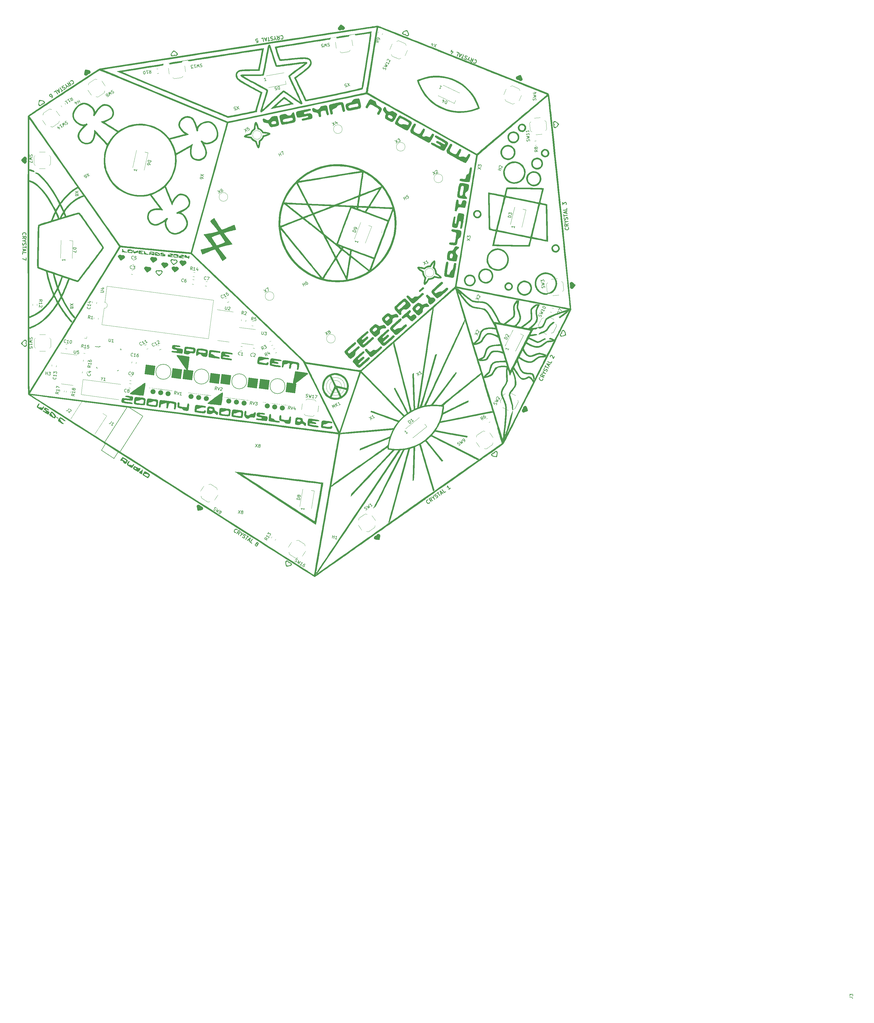
<source format=gbr>
%TF.GenerationSoftware,KiCad,Pcbnew,6.0.11-2627ca5db0~126~ubuntu22.04.1*%
%TF.CreationDate,2024-02-02T15:47:47+01:00*%
%TF.ProjectId,CrystalSequencer,43727973-7461-46c5-9365-7175656e6365,rev?*%
%TF.SameCoordinates,Original*%
%TF.FileFunction,Legend,Top*%
%TF.FilePolarity,Positive*%
%FSLAX46Y46*%
G04 Gerber Fmt 4.6, Leading zero omitted, Abs format (unit mm)*
G04 Created by KiCad (PCBNEW 6.0.11-2627ca5db0~126~ubuntu22.04.1) date 2024-02-02 15:47:47*
%MOMM*%
%LPD*%
G01*
G04 APERTURE LIST*
G04 Aperture macros list*
%AMRotRect*
0 Rectangle, with rotation*
0 The origin of the aperture is its center*
0 $1 length*
0 $2 width*
0 $3 Rotation angle, in degrees counterclockwise*
0 Add horizontal line*
21,1,$1,$2,0,0,$3*%
G04 Aperture macros list end*
%ADD10C,0.200000*%
%ADD11C,0.250000*%
%ADD12C,0.150000*%
%ADD13C,0.120000*%
%ADD14RotRect,3.200000X3.200000X352.500000*%
%ADD15C,1.676400*%
G04 APERTURE END LIST*
D10*
X79190565Y-129309252D02*
G75*
G03*
X79190565Y-129309252I-2499999J0D01*
G01*
X104445589Y-132495256D02*
G75*
G03*
X104445589Y-132495256I-2500000J0D01*
G01*
X66545156Y-127725175D02*
G75*
G03*
X66545156Y-127725175I-2500000J0D01*
G01*
X91737583Y-130897690D02*
G75*
G03*
X91737583Y-130897690I-2499999J0D01*
G01*
X89204533Y-40517501D02*
X88337229Y-39685498D01*
X88553669Y-40661794D02*
X88988093Y-39541205D01*
X87716844Y-40847314D02*
X88181747Y-40744247D01*
X88125170Y-40269038D01*
X88088987Y-40325834D01*
X88006313Y-40392938D01*
X87773861Y-40444471D01*
X87670574Y-40418594D01*
X87613777Y-40382411D01*
X87546674Y-40299737D01*
X87495140Y-40067285D01*
X87521017Y-39963998D01*
X87557201Y-39907201D01*
X87639875Y-39840098D01*
X87872326Y-39788564D01*
X87975614Y-39814441D01*
X88032410Y-39850625D01*
X39559251Y-62617992D02*
X38459691Y-62132800D01*
X38996990Y-62976192D02*
X39021952Y-61774600D01*
X38314245Y-63411148D02*
X38474891Y-63308806D01*
X38529628Y-63217473D01*
X38544204Y-63151726D01*
X38547770Y-62980070D01*
X38485589Y-62793838D01*
X38280903Y-62472546D01*
X38189570Y-62417809D01*
X38123823Y-62403233D01*
X38017914Y-62414243D01*
X37857268Y-62516586D01*
X37802531Y-62607919D01*
X37787955Y-62673666D01*
X37798965Y-62779574D01*
X37926894Y-62980382D01*
X38018227Y-63035119D01*
X38083974Y-63049695D01*
X38189882Y-63038685D01*
X38350528Y-62936342D01*
X38405266Y-62845009D01*
X38419842Y-62779262D01*
X38408832Y-62673354D01*
X148034982Y-128260197D02*
X149134542Y-128745389D01*
X148597243Y-127901997D02*
X148572281Y-129103589D01*
X149897611Y-128259261D02*
X149415673Y-128566289D01*
X149656642Y-128412775D02*
X149119342Y-127569383D01*
X149115776Y-127741039D01*
X149086624Y-127872534D01*
X149031887Y-127963866D01*
X125982304Y-32832214D02*
X125115000Y-32000211D01*
X125331440Y-32976507D02*
X125765864Y-31855918D01*
X124494615Y-33162027D02*
X124959518Y-33058960D01*
X124902941Y-32583751D01*
X124866758Y-32640547D01*
X124784084Y-32707651D01*
X124551632Y-32759184D01*
X124448345Y-32733307D01*
X124391548Y-32697124D01*
X124324445Y-32614450D01*
X124272911Y-32381998D01*
X124298788Y-32278711D01*
X124334972Y-32221914D01*
X124417646Y-32154811D01*
X124650097Y-32103277D01*
X124753385Y-32129154D01*
X124810181Y-32165338D01*
X167401446Y-115158497D02*
X168596289Y-115028905D01*
X167709278Y-114567156D02*
X168288457Y-115620245D01*
X167947672Y-114315462D02*
X167927421Y-114251235D01*
X167929159Y-114144770D01*
X168039099Y-113933577D01*
X168125313Y-113871088D01*
X168189540Y-113850837D01*
X168296005Y-113852575D01*
X168380483Y-113896551D01*
X168485210Y-114004753D01*
X168728217Y-114775473D01*
X169014062Y-114226371D01*
X154458747Y-19971261D02*
X154123641Y-18817073D01*
X153822936Y-19770790D02*
X154759453Y-19017544D01*
X153151114Y-19209456D02*
X153351585Y-18573645D01*
X153263635Y-19644373D02*
X153705500Y-19034743D01*
X153115104Y-18848592D01*
D11*
X167357267Y-24096445D02*
X167431928Y-24065520D01*
X167612175Y-24078329D01*
X167717761Y-24122065D01*
X167854273Y-24240461D01*
X167916124Y-24389782D01*
X167925181Y-24517236D01*
X167890504Y-24750276D01*
X167824901Y-24908655D01*
X167684638Y-25097960D01*
X167588109Y-25181679D01*
X167438788Y-25243530D01*
X167258541Y-25230720D01*
X167152955Y-25186985D01*
X167016443Y-25068589D01*
X166985517Y-24993928D01*
X166292347Y-23531639D02*
X166443222Y-24212643D01*
X166925864Y-23794050D02*
X166466644Y-24902706D01*
X166044299Y-24727765D01*
X165960580Y-24631236D01*
X165929655Y-24556576D01*
X165920597Y-24429122D01*
X165986200Y-24270742D01*
X166082728Y-24187024D01*
X166157389Y-24156098D01*
X166284843Y-24147040D01*
X166707188Y-24321981D01*
X165387360Y-23775291D02*
X165606036Y-23247360D01*
X165516368Y-24509089D02*
X165387360Y-23775291D01*
X164777264Y-24202942D01*
X164897858Y-23015874D02*
X164761346Y-22897478D01*
X164497381Y-22788140D01*
X164369927Y-22797197D01*
X164295266Y-22828123D01*
X164198738Y-22911842D01*
X164155003Y-23017428D01*
X164164060Y-23144882D01*
X164194986Y-23219542D01*
X164278705Y-23316071D01*
X164468009Y-23456334D01*
X164551728Y-23552863D01*
X164582653Y-23627523D01*
X164591711Y-23754977D01*
X164547976Y-23860564D01*
X164451448Y-23944282D01*
X164376787Y-23975208D01*
X164249333Y-23984266D01*
X163985368Y-23874927D01*
X163848856Y-23756531D01*
X163510229Y-23678119D02*
X162876712Y-23415707D01*
X163652691Y-22438258D02*
X163193471Y-23546913D01*
X162887968Y-22492605D02*
X162360037Y-22273929D01*
X163124760Y-22219581D02*
X162295988Y-23175163D01*
X162385656Y-21913435D01*
X161488173Y-21541685D02*
X162016104Y-21760361D01*
X161556884Y-22869017D01*
X159492647Y-21581025D02*
X159798793Y-20841921D01*
X159581671Y-22112708D02*
X160173651Y-21430149D01*
X159487341Y-21145870D01*
D10*
X88989588Y-173713616D02*
X89520025Y-174792079D01*
X89650551Y-173800634D02*
X88859062Y-174705061D01*
X90113940Y-174293910D02*
X90025732Y-174234267D01*
X89984736Y-174180840D01*
X89949955Y-174080201D01*
X89956171Y-174032989D01*
X90015813Y-173944781D01*
X90069241Y-173903785D01*
X90169879Y-173869005D01*
X90358726Y-173893867D01*
X90446934Y-173953510D01*
X90487930Y-174006937D01*
X90522711Y-174107576D01*
X90516495Y-174154787D01*
X90456852Y-174242995D01*
X90403425Y-174283991D01*
X90302786Y-174318772D01*
X90113940Y-174293910D01*
X90013301Y-174328690D01*
X89959874Y-174369686D01*
X89900231Y-174457894D01*
X89875369Y-174646741D01*
X89910149Y-174747380D01*
X89951145Y-174800807D01*
X90039353Y-174860450D01*
X90228200Y-174885312D01*
X90328839Y-174850531D01*
X90382266Y-174809535D01*
X90441909Y-174721327D01*
X90466771Y-174532481D01*
X90431990Y-174431842D01*
X90390994Y-174378414D01*
X90302786Y-174318772D01*
D11*
X33176310Y-31299253D02*
X33192422Y-31220063D01*
X33303834Y-31077795D01*
X33399135Y-31014717D01*
X33573627Y-30967749D01*
X33732006Y-30999972D01*
X33842735Y-31063734D01*
X34016543Y-31222797D01*
X34111161Y-31365749D01*
X34189667Y-31587891D01*
X34205095Y-31714731D01*
X34172872Y-31873111D01*
X34061460Y-32015380D01*
X33966159Y-32078458D01*
X33791667Y-32125425D01*
X33712478Y-32109314D01*
X32112569Y-31866276D02*
X32761516Y-32122008D01*
X32684376Y-31487805D02*
X33346701Y-32488468D01*
X32965496Y-32740782D01*
X32838655Y-32756210D01*
X32759465Y-32740099D01*
X32648736Y-32676337D01*
X32554118Y-32533385D01*
X32538690Y-32406545D01*
X32554802Y-32327355D01*
X32618564Y-32216626D01*
X32999769Y-31964312D01*
X31808503Y-32752793D02*
X31493111Y-32276287D01*
X32488989Y-33056175D02*
X31808503Y-32752793D01*
X31821881Y-33497725D01*
X30905192Y-32733948D02*
X30730701Y-32780915D01*
X30492448Y-32938611D01*
X30428686Y-33049340D01*
X30412574Y-33128530D01*
X30428002Y-33255371D01*
X30491081Y-33350672D01*
X30601810Y-33414434D01*
X30681000Y-33430545D01*
X30807840Y-33415117D01*
X31029982Y-33336611D01*
X31156822Y-33321183D01*
X31236012Y-33337294D01*
X31346741Y-33401056D01*
X31409820Y-33496358D01*
X31425248Y-33623198D01*
X31409137Y-33702388D01*
X31345375Y-33813117D01*
X31107121Y-33970813D01*
X30932630Y-34017781D01*
X30678266Y-34254667D02*
X30106458Y-34633138D01*
X29730038Y-33443239D02*
X30392362Y-34443902D01*
X29347466Y-34107614D02*
X28870960Y-34423007D01*
X29253532Y-33758632D02*
X29582302Y-34980070D01*
X28586423Y-34200181D01*
X27776362Y-34736349D02*
X28252869Y-34420956D01*
X28915193Y-35421619D01*
X26913867Y-36746268D02*
X27104469Y-36620111D01*
X27168231Y-36509382D01*
X27184343Y-36430192D01*
X27185026Y-36224162D01*
X27106520Y-36002020D01*
X26854206Y-35620815D01*
X26743477Y-35557053D01*
X26664287Y-35540942D01*
X26537446Y-35556369D01*
X26346844Y-35682526D01*
X26283082Y-35793256D01*
X26266971Y-35872445D01*
X26282398Y-35999286D01*
X26440095Y-36237539D01*
X26550824Y-36301301D01*
X26630014Y-36317412D01*
X26756854Y-36301985D01*
X26947457Y-36175827D01*
X27011219Y-36065098D01*
X27027330Y-35985908D01*
X27011902Y-35859068D01*
D10*
X34095821Y-105086730D02*
X33125853Y-105796382D01*
X34124901Y-105752763D02*
X33096773Y-105130350D01*
X33719586Y-106294768D02*
X33763005Y-106197543D01*
X33808502Y-106147892D01*
X33901572Y-106096164D01*
X33949146Y-106094087D01*
X34046370Y-106137507D01*
X34096021Y-106183003D01*
X34147749Y-106276073D01*
X34156058Y-106466368D01*
X34112638Y-106563593D01*
X34067142Y-106613244D01*
X33974071Y-106664972D01*
X33926498Y-106667049D01*
X33829273Y-106623629D01*
X33779622Y-106578133D01*
X33727894Y-106485062D01*
X33719586Y-106294768D01*
X33667858Y-106201697D01*
X33618207Y-106156201D01*
X33520982Y-106112781D01*
X33330687Y-106121090D01*
X33237617Y-106172817D01*
X33192121Y-106222468D01*
X33148701Y-106319693D01*
X33157009Y-106509988D01*
X33208737Y-106603058D01*
X33258388Y-106648555D01*
X33355613Y-106691974D01*
X33545908Y-106683666D01*
X33638978Y-106631938D01*
X33684475Y-106582287D01*
X33727894Y-106485062D01*
D11*
X189958008Y-130034985D02*
X189983650Y-130111621D01*
X189958298Y-130290535D01*
X189907304Y-130392813D01*
X189779674Y-130520734D01*
X189626402Y-130572018D01*
X189498627Y-130572163D01*
X189268573Y-130521314D01*
X189115156Y-130444823D01*
X188936096Y-130291696D01*
X188859315Y-130189563D01*
X188808031Y-130036290D01*
X188833383Y-129857376D01*
X188884377Y-129755098D01*
X189012007Y-129627177D01*
X189088643Y-129601535D01*
X190595724Y-129012058D02*
X189905854Y-129115061D01*
X190289759Y-129625727D02*
X189215838Y-129090289D01*
X189419814Y-128681177D01*
X189521948Y-128604395D01*
X189598584Y-128578753D01*
X189726359Y-128578608D01*
X189879776Y-128655099D01*
X189956557Y-128757232D01*
X189982199Y-128833869D01*
X189982345Y-128961644D01*
X189778368Y-129370757D01*
X190415794Y-128092279D02*
X190927185Y-128347249D01*
X189674785Y-128169785D02*
X190415794Y-128092279D01*
X190031743Y-127453838D01*
X191207507Y-127656944D02*
X191335137Y-127529023D01*
X191462622Y-127273328D01*
X191462477Y-127145553D01*
X191436835Y-127068917D01*
X191360054Y-126966783D01*
X191257776Y-126915789D01*
X191130001Y-126915934D01*
X191053364Y-126941577D01*
X190951231Y-127018358D01*
X190798104Y-127197417D01*
X190695971Y-127274198D01*
X190619335Y-127299840D01*
X190491560Y-127299985D01*
X190389281Y-127248991D01*
X190312500Y-127146858D01*
X190286858Y-127070222D01*
X190286713Y-126942447D01*
X190414198Y-126686751D01*
X190541828Y-126558831D01*
X190643671Y-126226499D02*
X190949635Y-125612830D01*
X191870575Y-126455102D02*
X190796653Y-125919665D01*
X191869704Y-125688451D02*
X192124674Y-125177060D01*
X192125545Y-125943711D02*
X191230103Y-125050300D01*
X192482503Y-125227764D01*
X192915952Y-124358399D02*
X192660982Y-124869790D01*
X191587061Y-124334353D01*
X192505244Y-122748895D02*
X192479602Y-122672259D01*
X192479457Y-122544484D01*
X192606942Y-122288788D01*
X192709075Y-122212007D01*
X192785711Y-122186365D01*
X192913486Y-122186220D01*
X193015764Y-122237214D01*
X193143685Y-122364844D01*
X193451390Y-123284478D01*
X193782851Y-122619669D01*
D10*
X77432100Y-62209221D02*
X76353637Y-62739658D01*
X77345082Y-62870184D02*
X76440655Y-62078695D01*
X77239418Y-63672782D02*
X77264280Y-63483936D01*
X77229500Y-63383297D01*
X77188504Y-63329870D01*
X77059300Y-63216800D01*
X76876669Y-63144726D01*
X76498975Y-63095002D01*
X76398336Y-63129782D01*
X76344909Y-63170778D01*
X76285266Y-63258986D01*
X76260404Y-63447833D01*
X76295185Y-63548472D01*
X76336181Y-63601899D01*
X76424389Y-63661542D01*
X76660447Y-63692619D01*
X76761086Y-63657839D01*
X76814513Y-63616843D01*
X76874156Y-63528635D01*
X76899018Y-63339788D01*
X76864237Y-63239149D01*
X76823241Y-63185722D01*
X76735034Y-63126079D01*
D11*
X17345942Y-82263861D02*
X17288799Y-82206718D01*
X17231656Y-82035289D01*
X17231656Y-81921003D01*
X17288799Y-81749575D01*
X17403085Y-81635289D01*
X17517371Y-81578146D01*
X17745942Y-81521003D01*
X17917371Y-81521003D01*
X18145942Y-81578146D01*
X18260228Y-81635289D01*
X18374514Y-81749575D01*
X18431656Y-81921003D01*
X18431656Y-82035289D01*
X18374514Y-82206718D01*
X18317371Y-82263861D01*
X17231656Y-83463861D02*
X17803085Y-83063861D01*
X17231656Y-82778146D02*
X18431656Y-82778146D01*
X18431656Y-83235289D01*
X18374514Y-83349575D01*
X18317371Y-83406718D01*
X18203085Y-83463861D01*
X18031656Y-83463861D01*
X17917371Y-83406718D01*
X17860228Y-83349575D01*
X17803085Y-83235289D01*
X17803085Y-82778146D01*
X17803085Y-84206718D02*
X17231656Y-84206718D01*
X18431656Y-83806718D02*
X17803085Y-84206718D01*
X18431656Y-84606718D01*
X17288799Y-84949575D02*
X17231656Y-85121003D01*
X17231656Y-85406718D01*
X17288799Y-85521003D01*
X17345942Y-85578146D01*
X17460228Y-85635289D01*
X17574514Y-85635289D01*
X17688799Y-85578146D01*
X17745942Y-85521003D01*
X17803085Y-85406718D01*
X17860228Y-85178146D01*
X17917371Y-85063861D01*
X17974514Y-85006718D01*
X18088799Y-84949575D01*
X18203085Y-84949575D01*
X18317371Y-85006718D01*
X18374514Y-85063861D01*
X18431656Y-85178146D01*
X18431656Y-85463861D01*
X18374514Y-85635289D01*
X18431656Y-85978146D02*
X18431656Y-86663861D01*
X17231656Y-86321003D02*
X18431656Y-86321003D01*
X17574514Y-87006718D02*
X17574514Y-87578146D01*
X17231656Y-86892432D02*
X18431656Y-87292432D01*
X17231656Y-87692432D01*
X17231656Y-88663861D02*
X17231656Y-88092432D01*
X18431656Y-88092432D01*
X18431656Y-89863861D02*
X18431656Y-90663861D01*
X17231656Y-90149575D01*
D10*
X94695697Y-151669825D02*
X95226134Y-152748288D01*
X95356660Y-151756843D02*
X94565171Y-152661270D01*
X95820049Y-152250119D02*
X95731841Y-152190476D01*
X95690845Y-152137049D01*
X95656064Y-152036410D01*
X95662280Y-151989198D01*
X95721922Y-151900990D01*
X95775350Y-151859994D01*
X95875988Y-151825214D01*
X96064835Y-151850076D01*
X96153043Y-151909719D01*
X96194039Y-151963146D01*
X96228820Y-152063785D01*
X96222604Y-152110996D01*
X96162961Y-152199204D01*
X96109534Y-152240200D01*
X96008895Y-152274981D01*
X95820049Y-152250119D01*
X95719410Y-152284899D01*
X95665983Y-152325895D01*
X95606340Y-152414103D01*
X95581478Y-152602950D01*
X95616258Y-152703589D01*
X95657254Y-152757016D01*
X95745462Y-152816659D01*
X95934309Y-152841521D01*
X96034948Y-152806740D01*
X96088375Y-152765744D01*
X96148018Y-152677536D01*
X96172880Y-152488690D01*
X96138099Y-152388051D01*
X96097103Y-152334623D01*
X96008895Y-152274981D01*
D11*
X102926720Y-16175612D02*
X102975354Y-16111073D01*
X103137161Y-16030628D01*
X103250335Y-16014722D01*
X103428048Y-16047451D01*
X103557127Y-16144719D01*
X103629619Y-16249939D01*
X103718016Y-16468334D01*
X103741875Y-16638094D01*
X103717099Y-16872394D01*
X103676418Y-16993520D01*
X103579150Y-17122599D01*
X103417342Y-17203044D01*
X103304169Y-17218949D01*
X103126456Y-17186221D01*
X103061916Y-17137587D01*
X101722492Y-16229446D02*
X102198127Y-16739645D01*
X102401533Y-16134013D02*
X102568541Y-17322335D01*
X102115847Y-17385957D01*
X101994721Y-17345276D01*
X101930181Y-17296642D01*
X101857689Y-17191421D01*
X101833831Y-17021661D01*
X101874512Y-16900535D01*
X101923146Y-16835995D01*
X102028367Y-16763503D01*
X102481061Y-16699881D01*
X101066392Y-16898700D02*
X100986865Y-16332832D01*
X101549980Y-17465485D02*
X101066392Y-16898700D01*
X100757765Y-17576823D01*
X100259190Y-16492805D02*
X100081477Y-16460076D01*
X99798543Y-16499840D01*
X99693322Y-16572332D01*
X99644688Y-16636872D01*
X99604007Y-16757998D01*
X99619912Y-16871171D01*
X99692405Y-16976392D01*
X99756944Y-17025026D01*
X99878070Y-17065707D01*
X100112370Y-17090483D01*
X100233496Y-17131164D01*
X100298036Y-17179798D01*
X100370528Y-17285019D01*
X100386434Y-17398193D01*
X100345752Y-17519319D01*
X100297118Y-17583858D01*
X100191898Y-17656350D01*
X99908964Y-17696114D01*
X99731251Y-17663386D01*
X99399683Y-17767689D02*
X98720642Y-17863122D01*
X98893155Y-16627084D02*
X99060163Y-17815405D01*
X98261831Y-17062037D02*
X97695963Y-17141565D01*
X98327288Y-16706611D02*
X98098188Y-17950602D01*
X97535073Y-16817950D01*
X96573098Y-16953146D02*
X97138966Y-16873619D01*
X97305974Y-18061941D01*
X94872743Y-18403909D02*
X95438611Y-18324381D01*
X95415670Y-17750561D01*
X95367036Y-17815101D01*
X95261815Y-17887593D01*
X94978882Y-17927357D01*
X94857755Y-17886675D01*
X94793216Y-17838041D01*
X94720724Y-17732821D01*
X94680960Y-17449887D01*
X94721641Y-17328761D01*
X94770275Y-17264221D01*
X94875496Y-17191729D01*
X95158430Y-17151965D01*
X95279556Y-17192646D01*
X95344095Y-17241280D01*
D10*
X35789214Y-67707982D02*
X34819246Y-68417634D01*
X35818294Y-68374015D02*
X34790166Y-67751602D01*
X35412979Y-68916020D02*
X35456398Y-68818795D01*
X35501895Y-68769144D01*
X35594965Y-68717416D01*
X35642539Y-68715339D01*
X35739763Y-68758759D01*
X35789414Y-68804255D01*
X35841142Y-68897325D01*
X35849451Y-69087620D01*
X35806031Y-69184845D01*
X35760535Y-69234496D01*
X35667464Y-69286224D01*
X35619891Y-69288301D01*
X35522666Y-69244881D01*
X35473015Y-69199385D01*
X35421287Y-69106314D01*
X35412979Y-68916020D01*
X35361251Y-68822949D01*
X35311600Y-68777453D01*
X35214375Y-68734033D01*
X35024080Y-68742342D01*
X34931010Y-68794069D01*
X34885514Y-68843720D01*
X34842094Y-68940945D01*
X34850402Y-69131240D01*
X34902130Y-69224310D01*
X34951781Y-69269807D01*
X35049006Y-69313226D01*
X35239301Y-69304918D01*
X35332371Y-69253190D01*
X35377868Y-69203539D01*
X35421287Y-69106314D01*
X168418921Y-60419118D02*
X169497384Y-59888681D01*
X168505939Y-59758155D02*
X169410366Y-60549644D01*
X168543232Y-59474885D02*
X168624034Y-58861133D01*
X168958218Y-59241339D01*
X168976865Y-59099704D01*
X169036508Y-59011496D01*
X169089935Y-58970500D01*
X169190574Y-58935720D01*
X169426632Y-58966797D01*
X169514840Y-59026440D01*
X169555836Y-59079867D01*
X169590617Y-59180506D01*
X169553323Y-59463776D01*
X169493681Y-59551984D01*
X169440254Y-59592980D01*
X132346772Y-142847269D02*
X133446332Y-143332461D01*
X132909033Y-142489069D02*
X132884071Y-143690661D01*
X134209401Y-142846333D02*
X133727463Y-143153361D01*
X133968432Y-142999847D02*
X133431132Y-142156455D01*
X133427566Y-142328111D01*
X133398414Y-142459606D01*
X133343677Y-142550938D01*
D11*
X88019878Y-181065427D02*
X87940981Y-181082918D01*
X87765697Y-181039004D01*
X87669309Y-180977598D01*
X87555431Y-180837296D01*
X87520449Y-180679502D01*
X87533661Y-180552412D01*
X87608278Y-180328934D01*
X87700387Y-180184353D01*
X87871392Y-180022280D01*
X87980991Y-179956596D01*
X88138785Y-179921614D01*
X88314069Y-179965528D01*
X88410456Y-180026934D01*
X88524335Y-180167236D01*
X88541826Y-180246133D01*
X88970542Y-181806575D02*
X88940214Y-181109717D01*
X88392216Y-181438141D02*
X89036976Y-180426071D01*
X89422526Y-180671694D01*
X89488211Y-180781293D01*
X89505702Y-180860190D01*
X89492490Y-180987280D01*
X89400381Y-181131861D01*
X89290782Y-181197546D01*
X89211885Y-181215037D01*
X89084795Y-181201825D01*
X88699245Y-180956203D01*
X89904090Y-181723773D02*
X89597061Y-182205711D01*
X89904464Y-180978722D02*
X89904090Y-181723773D01*
X90579177Y-181408562D01*
X90254283Y-182556654D02*
X90368162Y-182696957D01*
X90609131Y-182850471D01*
X90736221Y-182863683D01*
X90815118Y-182846192D01*
X90924717Y-182780507D01*
X90986123Y-182684120D01*
X90999335Y-182557029D01*
X90981844Y-182478132D01*
X90916159Y-182368533D01*
X90754087Y-182197528D01*
X90688402Y-182087928D01*
X90670911Y-182009032D01*
X90684123Y-181881941D01*
X90745529Y-181785554D01*
X90855128Y-181719869D01*
X90934025Y-181702378D01*
X91061115Y-181715590D01*
X91302084Y-181869104D01*
X91415963Y-182009406D01*
X91735828Y-182145430D02*
X92314154Y-182513864D01*
X91380232Y-183341716D02*
X92024991Y-182329647D01*
X92142774Y-183420988D02*
X92624712Y-183728016D01*
X91862170Y-183648745D02*
X92844286Y-182851595D01*
X92536883Y-184078584D01*
X93356177Y-184600533D02*
X92874239Y-184293504D01*
X93518999Y-183281434D01*
X94977650Y-184820481D02*
X94911965Y-184710881D01*
X94894474Y-184631985D01*
X94907686Y-184504894D01*
X94938389Y-184456700D01*
X95047989Y-184391016D01*
X95126885Y-184373525D01*
X95253976Y-184386737D01*
X95446751Y-184509548D01*
X95512436Y-184619147D01*
X95529926Y-184698044D01*
X95516715Y-184825134D01*
X95486012Y-184873328D01*
X95376412Y-184939013D01*
X95297516Y-184956504D01*
X95170425Y-184943292D01*
X94977650Y-184820481D01*
X94850560Y-184807269D01*
X94771663Y-184824760D01*
X94662064Y-184890445D01*
X94539252Y-185083220D01*
X94526040Y-185210310D01*
X94543531Y-185289207D01*
X94609216Y-185398806D01*
X94801991Y-185521618D01*
X94929082Y-185534829D01*
X95007978Y-185517339D01*
X95117578Y-185451654D01*
X95240389Y-185258879D01*
X95253601Y-185131788D01*
X95236110Y-185052891D01*
X95170425Y-184943292D01*
D10*
X167727122Y-103491191D02*
X168921965Y-103361599D01*
X168034954Y-102899850D02*
X168614133Y-103952939D01*
X168273348Y-102648156D02*
X168253097Y-102583929D01*
X168254835Y-102477464D01*
X168364775Y-102266271D01*
X168450989Y-102203782D01*
X168515216Y-102183531D01*
X168621681Y-102185269D01*
X168706159Y-102229245D01*
X168810886Y-102337447D01*
X169053893Y-103108167D01*
X169339738Y-102559065D01*
D11*
X152399277Y-171060333D02*
X152385244Y-171139918D01*
X152277594Y-171285054D01*
X152183977Y-171350605D01*
X152010775Y-171402124D01*
X151851606Y-171374058D01*
X151739246Y-171313217D01*
X151561334Y-171158758D01*
X151463006Y-171018332D01*
X151378712Y-170798321D01*
X151359969Y-170671928D01*
X151388035Y-170512759D01*
X151495685Y-170367623D01*
X151589302Y-170302071D01*
X151762504Y-170250553D01*
X151842089Y-170264585D01*
X153447811Y-170465659D02*
X152792392Y-170227002D01*
X152886107Y-170858968D02*
X152197815Y-169875986D01*
X152572285Y-169613780D01*
X152698678Y-169595037D01*
X152778262Y-169609069D01*
X152890623Y-169669911D01*
X152988950Y-169810337D01*
X153007693Y-169936730D01*
X152993660Y-170016315D01*
X152932819Y-170128675D01*
X152558349Y-170390881D01*
X153728566Y-169571487D02*
X154056324Y-170039573D01*
X153040372Y-169286022D02*
X153728566Y-169571487D01*
X153695693Y-168827160D01*
X154632061Y-169566679D02*
X154805263Y-169515161D01*
X155039307Y-169351282D01*
X155100148Y-169238921D01*
X155114181Y-169159337D01*
X155095438Y-169032944D01*
X155029887Y-168939326D01*
X154917526Y-168878485D01*
X154837942Y-168864452D01*
X154711549Y-168883195D01*
X154491538Y-168967489D01*
X154365145Y-168986232D01*
X154285560Y-168972199D01*
X154173200Y-168911358D01*
X154107649Y-168817740D01*
X154088906Y-168691347D01*
X154102939Y-168611763D01*
X154163780Y-168499402D01*
X154397824Y-168335523D01*
X154571025Y-168284005D01*
X154819102Y-168040541D02*
X155380806Y-167647232D01*
X155788246Y-168826869D02*
X155099954Y-167843887D01*
X156153295Y-168152707D02*
X156621382Y-167824949D01*
X156256333Y-168499111D02*
X155895702Y-167286698D01*
X156911654Y-168040250D01*
X157707402Y-167483061D02*
X157239315Y-167810819D01*
X156551023Y-166827837D01*
X159298897Y-166368684D02*
X158737193Y-166761994D01*
X159018045Y-166565339D02*
X158329753Y-165582357D01*
X158334463Y-165788334D01*
X158306398Y-165947503D01*
X158245556Y-166059863D01*
D10*
X164809622Y-84080435D02*
X165888085Y-83549998D01*
X164896640Y-83419472D02*
X165801067Y-84210961D01*
X164933933Y-83136202D02*
X165014735Y-82522450D01*
X165348919Y-82902656D01*
X165367566Y-82761021D01*
X165427209Y-82672813D01*
X165480636Y-82631817D01*
X165581275Y-82597037D01*
X165817333Y-82628114D01*
X165905541Y-82687757D01*
X165946537Y-82741184D01*
X165981318Y-82841823D01*
X165944024Y-83125093D01*
X165884382Y-83213301D01*
X165830955Y-83254297D01*
D11*
X198423810Y-79745934D02*
X198486166Y-79797337D01*
X198559477Y-79962500D01*
X198570431Y-80076259D01*
X198529982Y-80252375D01*
X198427176Y-80377089D01*
X198318893Y-80444922D01*
X198096851Y-80523710D01*
X197926212Y-80540140D01*
X197693216Y-80505168D01*
X197573979Y-80459242D01*
X197449266Y-80356437D01*
X197375955Y-80191274D01*
X197365001Y-80077515D01*
X197405451Y-79901398D01*
X197456853Y-79839042D01*
X198422554Y-78540505D02*
X197892095Y-78993433D01*
X198488277Y-79223062D02*
X197293802Y-79338077D01*
X197249987Y-78883039D01*
X197295913Y-78763803D01*
X197347315Y-78701446D01*
X197455598Y-78633612D01*
X197626237Y-78617182D01*
X197745474Y-78663108D01*
X197807831Y-78714511D01*
X197875664Y-78822793D01*
X197919479Y-79277831D01*
X197782557Y-77855837D02*
X198351355Y-77801068D01*
X197195218Y-78314241D02*
X197782557Y-77855837D01*
X197118541Y-77517924D01*
X198223275Y-77067108D02*
X198263724Y-76890991D01*
X198236340Y-76606592D01*
X198168506Y-76498310D01*
X198106150Y-76446907D01*
X197986913Y-76400981D01*
X197873153Y-76411935D01*
X197764871Y-76479768D01*
X197713468Y-76542125D01*
X197667542Y-76661361D01*
X197632570Y-76894357D01*
X197586644Y-77013594D01*
X197535241Y-77075951D01*
X197426958Y-77143784D01*
X197313199Y-77154738D01*
X197193962Y-77108812D01*
X197131606Y-77057409D01*
X197063772Y-76949126D01*
X197036387Y-76664728D01*
X197076837Y-76488611D01*
X196987095Y-76152810D02*
X196921373Y-75470252D01*
X198148709Y-75696516D02*
X196954234Y-75811531D01*
X197741708Y-75046820D02*
X197686939Y-74478022D01*
X198093940Y-75127718D02*
X196861127Y-74844575D01*
X198017264Y-74331401D01*
X197924156Y-73364445D02*
X197978925Y-73933243D01*
X196784450Y-74048258D01*
X196614666Y-72284984D02*
X196543466Y-71545547D01*
X197036843Y-71899890D01*
X197020412Y-71729251D01*
X197066338Y-71610015D01*
X197117741Y-71547658D01*
X197226024Y-71479824D01*
X197510423Y-71452440D01*
X197629659Y-71498366D01*
X197692016Y-71549769D01*
X197759849Y-71658051D01*
X197792711Y-71999330D01*
X197746785Y-72118567D01*
X197695382Y-72180923D01*
D12*
%TO.C,D2*%
X178121390Y-116996644D02*
X177226456Y-116550446D01*
X177332693Y-116337366D01*
X177439052Y-116230766D01*
X177566779Y-116188029D01*
X177673258Y-116187908D01*
X177864969Y-116230282D01*
X177992817Y-116294025D01*
X178142033Y-116421631D01*
X178206018Y-116506742D01*
X178248754Y-116634469D01*
X178227628Y-116783564D01*
X178121390Y-116996644D01*
X177736638Y-115740622D02*
X177715270Y-115676759D01*
X177715149Y-115570280D01*
X177821386Y-115357200D01*
X177906497Y-115293216D01*
X177970361Y-115271847D01*
X178076840Y-115271726D01*
X178162072Y-115314221D01*
X178268672Y-115420580D01*
X178525093Y-116186941D01*
X178801311Y-115632934D01*
X178694521Y-120049292D02*
X178439551Y-120560683D01*
X178567036Y-120304988D02*
X177672101Y-119858790D01*
X177757454Y-120007764D01*
X177800191Y-120135491D01*
X177800312Y-120241971D01*
%TO.C,R11*%
X33019570Y-36952503D02*
X33560359Y-37165612D01*
X33496076Y-36637110D02*
X34048013Y-37470996D01*
X33730343Y-37681258D01*
X33624642Y-37694114D01*
X33558651Y-37680688D01*
X33466376Y-37627553D01*
X33387528Y-37508427D01*
X33374672Y-37402726D01*
X33388098Y-37336735D01*
X33441233Y-37244460D01*
X33758903Y-37034199D01*
X32225393Y-37478157D02*
X32701899Y-37162765D01*
X32463646Y-37320461D02*
X33015583Y-38154347D01*
X33016153Y-37982655D01*
X33043005Y-37850672D01*
X33096140Y-37758397D01*
X31431216Y-38003811D02*
X31907722Y-37688419D01*
X31669469Y-37846115D02*
X32221406Y-38680001D01*
X32221976Y-38508309D01*
X32248828Y-38376326D01*
X32301963Y-38284052D01*
%TO.C,U5*%
X34493237Y-120584815D02*
X34387573Y-121387413D01*
X34422353Y-121488052D01*
X34463349Y-121541479D01*
X34551557Y-121601122D01*
X34740404Y-121625984D01*
X34841043Y-121591203D01*
X34894470Y-121550207D01*
X34954112Y-121461999D01*
X35059776Y-120659401D01*
X36004010Y-120783712D02*
X35531893Y-120721557D01*
X35422526Y-121187458D01*
X35475953Y-121146462D01*
X35576592Y-121111681D01*
X35812650Y-121142759D01*
X35900858Y-121202401D01*
X35941854Y-121255829D01*
X35976635Y-121356467D01*
X35945557Y-121592526D01*
X35885915Y-121680733D01*
X35832487Y-121721730D01*
X35731849Y-121756510D01*
X35495790Y-121725433D01*
X35407582Y-121665790D01*
X35366586Y-121612363D01*
%TO.C,R7*%
X195982157Y-108016006D02*
X195407266Y-108101842D01*
X195727187Y-108527397D02*
X194832253Y-108081199D01*
X195002233Y-107740271D01*
X195087344Y-107676287D01*
X195151207Y-107654919D01*
X195257687Y-107654798D01*
X195385535Y-107718540D01*
X195449519Y-107803651D01*
X195470887Y-107867515D01*
X195471008Y-107973994D01*
X195301028Y-108314922D01*
X195235956Y-107271496D02*
X195533421Y-106674873D01*
X196237128Y-107504615D01*
%TO.C,R18*%
X34585600Y-135162057D02*
X34069974Y-135430384D01*
X34511013Y-135728597D02*
X33519568Y-135598071D01*
X33569293Y-135220378D01*
X33628935Y-135132170D01*
X33682363Y-135091174D01*
X33783001Y-135056393D01*
X33924636Y-135075040D01*
X34012844Y-135134683D01*
X34053840Y-135188110D01*
X34088621Y-135288749D01*
X34038897Y-135666442D01*
X34709910Y-134217824D02*
X34635324Y-134784364D01*
X34672617Y-134501094D02*
X33681172Y-134370568D01*
X33810376Y-134483638D01*
X33892368Y-134590492D01*
X33927149Y-134691131D01*
X34217957Y-133576698D02*
X34158314Y-133664906D01*
X34104887Y-133705902D01*
X34004248Y-133740682D01*
X33957036Y-133734467D01*
X33868828Y-133674824D01*
X33827832Y-133621397D01*
X33793052Y-133520758D01*
X33817914Y-133331912D01*
X33877557Y-133243704D01*
X33930984Y-133202708D01*
X34031623Y-133167927D01*
X34078834Y-133174143D01*
X34167042Y-133233785D01*
X34208038Y-133287212D01*
X34242819Y-133387851D01*
X34217957Y-133576698D01*
X34252737Y-133677337D01*
X34293733Y-133730764D01*
X34381941Y-133790407D01*
X34570788Y-133815269D01*
X34671427Y-133780488D01*
X34724854Y-133739492D01*
X34784497Y-133651284D01*
X34809359Y-133462438D01*
X34774578Y-133361799D01*
X34733582Y-133308372D01*
X34645374Y-133248729D01*
X34456528Y-133223867D01*
X34355889Y-133258647D01*
X34302462Y-133299644D01*
X34242819Y-133387851D01*
%TO.C,SW1*%
X131258338Y-173624652D02*
X131402673Y-173581719D01*
X131597709Y-173445154D01*
X131648410Y-173351520D01*
X131660104Y-173285200D01*
X131644485Y-173179872D01*
X131589859Y-173101857D01*
X131496225Y-173051156D01*
X131429905Y-173039462D01*
X131324577Y-173055081D01*
X131141235Y-173125327D01*
X131035907Y-173140946D01*
X130969587Y-173129252D01*
X130875953Y-173078550D01*
X130821327Y-173000536D01*
X130805708Y-172895208D01*
X130817402Y-172828888D01*
X130868103Y-172735254D01*
X131063140Y-172598688D01*
X131207474Y-172555756D01*
X131453212Y-172325557D02*
X132221825Y-173008143D01*
X131968156Y-172313782D01*
X132533883Y-172789638D01*
X132155342Y-171833920D01*
X133470056Y-172134122D02*
X133001969Y-172461880D01*
X133236013Y-172298001D02*
X132662436Y-171478849D01*
X132666361Y-171650497D01*
X132642973Y-171783137D01*
X132592272Y-171876771D01*
%TO.C,X7*%
X97382437Y-100526931D02*
X98425258Y-101124400D01*
X97979060Y-100229466D02*
X97828635Y-101421866D01*
X98234756Y-100101981D02*
X98831379Y-99804516D01*
X98894033Y-100890678D01*
%TO.C,H2*%
X176133867Y-60935236D02*
X175185543Y-60617932D01*
X175637126Y-60769029D02*
X175818443Y-60227130D01*
X176315184Y-60393337D02*
X175366860Y-60076033D01*
X175593165Y-59699828D02*
X175563116Y-59639560D01*
X175548177Y-59534133D01*
X175623726Y-59308342D01*
X175699104Y-59233135D01*
X175759372Y-59203087D01*
X175864798Y-59188148D01*
X175955115Y-59218367D01*
X176075480Y-59308855D01*
X176436062Y-60032071D01*
X176632489Y-59445014D01*
%TO.C,MK1*%
X120496753Y-139749418D02*
X120050555Y-138854484D01*
X120667579Y-139344990D01*
X120647178Y-138557019D01*
X121093376Y-139451953D01*
X121519535Y-139239478D02*
X121073337Y-138344544D01*
X122030926Y-138984508D02*
X121392413Y-138664344D01*
X121584728Y-138089574D02*
X121328308Y-138855935D01*
X122883245Y-138559558D02*
X122371854Y-138814528D01*
X122627549Y-138687043D02*
X122181351Y-137792108D01*
X122159862Y-137962451D01*
X122117125Y-138090178D01*
X122053141Y-138175289D01*
%TO.C,RV4*%
X106043795Y-140202949D02*
X105775469Y-139687324D01*
X105477255Y-140128363D02*
X105607781Y-139136918D01*
X105985475Y-139186642D01*
X106073683Y-139246285D01*
X106114679Y-139299712D01*
X106149459Y-139400351D01*
X106130813Y-139541986D01*
X106071170Y-139630194D01*
X106017743Y-139671190D01*
X105917104Y-139705970D01*
X105539411Y-139656246D01*
X106457591Y-139248797D02*
X106657547Y-140283751D01*
X107118555Y-139335815D01*
X107830432Y-139765745D02*
X107743415Y-140426708D01*
X107644098Y-139356974D02*
X107314807Y-140034071D01*
X107928559Y-140114873D01*
%TO.C,X1*%
X150239257Y-91323354D02*
X151282078Y-91920823D01*
X150835880Y-91025889D02*
X150685455Y-92218289D01*
X152091781Y-91517121D02*
X151580390Y-91772091D01*
X151836085Y-91644606D02*
X151389887Y-90749671D01*
X151368398Y-90920014D01*
X151325661Y-91047741D01*
X151261677Y-91132852D01*
%TO.C,X8*%
X117745908Y-114677537D02*
X118788729Y-115275006D01*
X118342531Y-114380072D02*
X118192106Y-115572472D01*
X119002534Y-114529893D02*
X118896055Y-114529772D01*
X118832191Y-114508403D01*
X118747080Y-114444419D01*
X118725833Y-114401803D01*
X118725954Y-114295324D01*
X118747322Y-114231460D01*
X118811306Y-114146349D01*
X118981770Y-114061359D01*
X119088250Y-114061480D01*
X119152113Y-114082849D01*
X119237224Y-114146833D01*
X119258471Y-114189449D01*
X119258351Y-114295928D01*
X119236982Y-114359792D01*
X119172998Y-114444903D01*
X119002534Y-114529893D01*
X118938550Y-114615004D01*
X118917181Y-114678867D01*
X118917060Y-114785346D01*
X119002051Y-114955810D01*
X119087161Y-115019794D01*
X119151025Y-115041163D01*
X119257504Y-115041284D01*
X119427968Y-114956294D01*
X119491952Y-114871183D01*
X119513321Y-114807319D01*
X119513442Y-114700840D01*
X119428452Y-114530376D01*
X119343341Y-114466392D01*
X119279477Y-114445023D01*
X119172998Y-114444903D01*
%TO.C,X2*%
X153422458Y-61445926D02*
X154465279Y-62043395D01*
X154019081Y-61148461D02*
X153868656Y-62340861D01*
X154359888Y-61084960D02*
X154381256Y-61021097D01*
X154445241Y-60935986D01*
X154658320Y-60829748D01*
X154764800Y-60829869D01*
X154828663Y-60851238D01*
X154913774Y-60915222D01*
X154956269Y-61000454D01*
X154977396Y-61149549D01*
X154720975Y-61915910D01*
X155274982Y-61639693D01*
%TO.C,RV1*%
X68265830Y-135259644D02*
X67997504Y-134744019D01*
X67699290Y-135185058D02*
X67829816Y-134193613D01*
X68207510Y-134243337D01*
X68295718Y-134302980D01*
X68336714Y-134356407D01*
X68371494Y-134457046D01*
X68352848Y-134598681D01*
X68293205Y-134686889D01*
X68239778Y-134727885D01*
X68139139Y-134762665D01*
X67761446Y-134712941D01*
X68679626Y-134305492D02*
X68879582Y-135340446D01*
X69340590Y-134392510D01*
X70059873Y-135495834D02*
X69493333Y-135421248D01*
X69776603Y-135458541D02*
X69907130Y-134467096D01*
X69794060Y-134596300D01*
X69687205Y-134678292D01*
X69586566Y-134713073D01*
%TO.C,R16*%
X39980836Y-125745718D02*
X39465210Y-126014045D01*
X39906249Y-126312258D02*
X38914804Y-126181732D01*
X38964529Y-125804039D01*
X39024171Y-125715831D01*
X39077599Y-125674835D01*
X39178237Y-125640054D01*
X39319872Y-125658701D01*
X39408080Y-125718344D01*
X39449076Y-125771771D01*
X39483857Y-125872410D01*
X39434133Y-126250103D01*
X40105146Y-124801485D02*
X40030560Y-125368025D01*
X40067853Y-125084755D02*
X39076408Y-124954229D01*
X39205612Y-125067299D01*
X39287604Y-125174153D01*
X39322385Y-125274792D01*
X39225581Y-123821149D02*
X39200719Y-124009996D01*
X39235499Y-124110635D01*
X39276496Y-124164062D01*
X39405699Y-124277132D01*
X39588331Y-124349206D01*
X39966024Y-124398930D01*
X40066663Y-124364149D01*
X40120090Y-124323153D01*
X40179733Y-124234945D01*
X40204595Y-124046099D01*
X40169814Y-123945460D01*
X40128818Y-123892033D01*
X40040610Y-123832390D01*
X39804552Y-123801312D01*
X39703913Y-123836093D01*
X39650486Y-123877089D01*
X39590843Y-123965297D01*
X39565981Y-124154143D01*
X39600762Y-124254782D01*
X39641758Y-124308209D01*
X39729966Y-124367852D01*
%TO.C,R2*%
X90617671Y-108679356D02*
X90349345Y-108163731D01*
X90051131Y-108604770D02*
X90181657Y-107613325D01*
X90559351Y-107663049D01*
X90647558Y-107722692D01*
X90688555Y-107776119D01*
X90723335Y-107876758D01*
X90704689Y-108018393D01*
X90645046Y-108106600D01*
X90591619Y-108147597D01*
X90490980Y-108182377D01*
X90113287Y-108132653D01*
X91113460Y-107832059D02*
X91166887Y-107791063D01*
X91267526Y-107756282D01*
X91503584Y-107787360D01*
X91591792Y-107847002D01*
X91632788Y-107900429D01*
X91667568Y-108001068D01*
X91655137Y-108095492D01*
X91589279Y-108230911D01*
X90948153Y-108722865D01*
X91561904Y-108803667D01*
%TO.C,R3*%
X97504239Y-120161640D02*
X96993453Y-119884213D01*
X96992848Y-120416610D02*
X96546650Y-119521676D01*
X96887578Y-119351696D01*
X96994057Y-119351817D01*
X97057920Y-119373185D01*
X97143031Y-119437169D01*
X97206774Y-119565017D01*
X97206653Y-119671497D01*
X97185285Y-119735360D01*
X97121300Y-119820471D01*
X96780373Y-119990451D01*
X97356353Y-119117973D02*
X97910360Y-118841755D01*
X97782028Y-119331415D01*
X97909876Y-119267673D01*
X98016356Y-119267794D01*
X98080219Y-119289162D01*
X98165330Y-119353146D01*
X98271568Y-119566226D01*
X98271447Y-119672705D01*
X98250078Y-119736569D01*
X98186094Y-119821680D01*
X97930398Y-119949165D01*
X97823919Y-119949044D01*
X97760056Y-119927676D01*
%TO.C,D6*%
X59007687Y-57484723D02*
X59983983Y-57701163D01*
X59932450Y-57933614D01*
X59855039Y-58062778D01*
X59741445Y-58135145D01*
X59638158Y-58161022D01*
X59441890Y-58166286D01*
X59302420Y-58135366D01*
X59126765Y-58047649D01*
X59044091Y-57980546D01*
X58971724Y-57866952D01*
X58956154Y-57717174D01*
X59007687Y-57484723D01*
X59674783Y-59095871D02*
X59716010Y-58909910D01*
X59690133Y-58806623D01*
X59653949Y-58749826D01*
X59535092Y-58625925D01*
X59359437Y-58538208D01*
X58987515Y-58455755D01*
X58884228Y-58481632D01*
X58827431Y-58517816D01*
X58760327Y-58600490D01*
X58719101Y-58786451D01*
X58744978Y-58889738D01*
X58781161Y-58946535D01*
X58863835Y-59013639D01*
X59096287Y-59065172D01*
X59199574Y-59039295D01*
X59256371Y-59003111D01*
X59323474Y-58920437D01*
X59364701Y-58734476D01*
X59338824Y-58631189D01*
X59302640Y-58574392D01*
X59219966Y-58507288D01*
X55275344Y-60519213D02*
X55151664Y-61077096D01*
X55213504Y-60798155D02*
X54237208Y-60581715D01*
X54356066Y-60705616D01*
X54428433Y-60819209D01*
X54454310Y-60922497D01*
%TO.C,J3*%
X291876126Y-335289845D02*
X292584301Y-335383078D01*
X292719720Y-335448937D01*
X292801712Y-335555791D01*
X292830277Y-335703642D01*
X292817846Y-335798065D01*
X291925850Y-334912152D02*
X292006652Y-334298401D01*
X292340836Y-334678607D01*
X292359483Y-334536972D01*
X292419126Y-334448764D01*
X292472553Y-334407768D01*
X292573192Y-334372987D01*
X292809250Y-334404065D01*
X292897458Y-334463707D01*
X292938454Y-334517135D01*
X292973235Y-334617773D01*
X292935941Y-334901043D01*
X292876299Y-334989251D01*
X292822871Y-335030247D01*
%TO.C,SW15*%
X19614135Y-116322120D02*
X19566516Y-116464977D01*
X19566516Y-116703072D01*
X19614135Y-116798310D01*
X19661754Y-116845929D01*
X19756992Y-116893548D01*
X19852230Y-116893548D01*
X19947468Y-116845929D01*
X19995087Y-116798310D01*
X20042706Y-116703072D01*
X20090325Y-116512596D01*
X20137944Y-116417358D01*
X20185563Y-116369739D01*
X20280801Y-116322120D01*
X20376039Y-116322120D01*
X20471277Y-116369739D01*
X20518897Y-116417358D01*
X20566516Y-116512596D01*
X20566516Y-116750691D01*
X20518897Y-116893548D01*
X20566516Y-117226882D02*
X19566516Y-117464977D01*
X20280801Y-117655453D01*
X19566516Y-117845929D01*
X20566516Y-118084024D01*
X19566516Y-118988786D02*
X19566516Y-118417358D01*
X19566516Y-118703072D02*
X20566516Y-118703072D01*
X20423658Y-118607834D01*
X20328420Y-118512596D01*
X20280801Y-118417358D01*
X20566516Y-119893548D02*
X20566516Y-119417358D01*
X20090325Y-119369739D01*
X20137944Y-119417358D01*
X20185563Y-119512596D01*
X20185563Y-119750691D01*
X20137944Y-119845929D01*
X20090325Y-119893548D01*
X19995087Y-119941167D01*
X19756992Y-119941167D01*
X19661754Y-119893548D01*
X19614135Y-119845929D01*
X19566516Y-119750691D01*
X19566516Y-119512596D01*
X19614135Y-119417358D01*
X19661754Y-119369739D01*
%TO.C,C3*%
X53591206Y-93410962D02*
X53537779Y-93451958D01*
X53389928Y-93480523D01*
X53295505Y-93468092D01*
X53160086Y-93402233D01*
X53078093Y-93295379D01*
X53043313Y-93194740D01*
X53020963Y-92999678D01*
X53039610Y-92858043D01*
X53111684Y-92675412D01*
X53171326Y-92587204D01*
X53278181Y-92505212D01*
X53426031Y-92476647D01*
X53520455Y-92489078D01*
X53655874Y-92554936D01*
X53696870Y-92608363D01*
X54039783Y-92557449D02*
X54653535Y-92638251D01*
X54273329Y-92972435D01*
X54414964Y-92991082D01*
X54503171Y-93050725D01*
X54544168Y-93104152D01*
X54578948Y-93204791D01*
X54547870Y-93440849D01*
X54488228Y-93529057D01*
X54434801Y-93570053D01*
X54334162Y-93604833D01*
X54050892Y-93567540D01*
X53962684Y-93507898D01*
X53921688Y-93454470D01*
%TO.C,R13*%
X98749812Y-183208259D02*
X98169097Y-183233532D01*
X98442783Y-183690197D02*
X97599392Y-183152897D01*
X97804078Y-182831605D01*
X97895410Y-182776868D01*
X97961158Y-182762292D01*
X98067066Y-182773302D01*
X98187551Y-182850059D01*
X98242288Y-182941392D01*
X98256864Y-183007139D01*
X98245854Y-183113048D01*
X98041169Y-183434340D01*
X99261526Y-182405029D02*
X98954497Y-182886967D01*
X99108012Y-182645998D02*
X98264620Y-182108698D01*
X98333933Y-182265778D01*
X98363085Y-182397273D01*
X98352075Y-182503181D01*
X98597234Y-181586599D02*
X98929848Y-181064499D01*
X99072040Y-181550315D01*
X99148797Y-181429831D01*
X99240130Y-181375094D01*
X99305877Y-181360518D01*
X99411786Y-181371528D01*
X99612594Y-181499456D01*
X99667331Y-181590789D01*
X99681907Y-181656536D01*
X99670897Y-181762445D01*
X99517383Y-182003414D01*
X99426050Y-182058151D01*
X99360303Y-182072727D01*
%TO.C,H7*%
X102724849Y-56114990D02*
X102278651Y-55220056D01*
X102491126Y-55646215D02*
X103002518Y-55391245D01*
X103236240Y-55860020D02*
X102790042Y-54965085D01*
X103130970Y-54795105D02*
X103727593Y-54497640D01*
X103790247Y-55583802D01*
%TO.C,RV3*%
X93383821Y-138606836D02*
X93115495Y-138091211D01*
X92817281Y-138532250D02*
X92947807Y-137540805D01*
X93325501Y-137590529D01*
X93413709Y-137650172D01*
X93454705Y-137703599D01*
X93489485Y-137804238D01*
X93470839Y-137945873D01*
X93411196Y-138034081D01*
X93357769Y-138075077D01*
X93257130Y-138109857D01*
X92879437Y-138060133D01*
X93797617Y-137652684D02*
X93997573Y-138687638D01*
X94458581Y-137739702D01*
X94694639Y-137770780D02*
X95308390Y-137851581D01*
X94928185Y-138185766D01*
X95069820Y-138204413D01*
X95158027Y-138264055D01*
X95199023Y-138317483D01*
X95233804Y-138418121D01*
X95202726Y-138654180D01*
X95143084Y-138742388D01*
X95089656Y-138783384D01*
X94989018Y-138818164D01*
X94705748Y-138780871D01*
X94617540Y-138721228D01*
X94576544Y-138667801D01*
%TO.C,C14*%
X39698599Y-106263281D02*
X39739595Y-106316709D01*
X39768160Y-106464559D01*
X39755729Y-106558982D01*
X39689871Y-106694402D01*
X39583017Y-106776394D01*
X39482378Y-106811175D01*
X39287316Y-106833524D01*
X39145681Y-106814878D01*
X38963050Y-106742804D01*
X38874842Y-106683161D01*
X38792850Y-106576307D01*
X38764285Y-106428456D01*
X38776716Y-106334033D01*
X38842574Y-106198613D01*
X38896001Y-106157617D01*
X39917333Y-105331479D02*
X39842747Y-105898019D01*
X39880040Y-105614749D02*
X38888595Y-105484223D01*
X39017799Y-105597293D01*
X39099791Y-105704147D01*
X39134572Y-105804786D01*
X39368250Y-104394652D02*
X40029213Y-104481669D01*
X38959479Y-104580986D02*
X39636576Y-104910277D01*
X39717378Y-104296526D01*
%TO.C,C10*%
X31665080Y-117986495D02*
X31611652Y-118027491D01*
X31463802Y-118056056D01*
X31369379Y-118043625D01*
X31233959Y-117977767D01*
X31151967Y-117870913D01*
X31117186Y-117770274D01*
X31094837Y-117575212D01*
X31113483Y-117433577D01*
X31185557Y-117250946D01*
X31245200Y-117162738D01*
X31352054Y-117080746D01*
X31499905Y-117052181D01*
X31594328Y-117064612D01*
X31729748Y-117130470D01*
X31770744Y-117183897D01*
X32596882Y-118205229D02*
X32030342Y-118130643D01*
X32313612Y-118167936D02*
X32444138Y-117176491D01*
X32331068Y-117305695D01*
X32224214Y-117387687D01*
X32123575Y-117422468D01*
X33341160Y-117294586D02*
X33435583Y-117307017D01*
X33523791Y-117366660D01*
X33564787Y-117420087D01*
X33599567Y-117520726D01*
X33621917Y-117715788D01*
X33590839Y-117951847D01*
X33518765Y-118134478D01*
X33459123Y-118222686D01*
X33405695Y-118263682D01*
X33305057Y-118298462D01*
X33210633Y-118286031D01*
X33122426Y-118226388D01*
X33081429Y-118172961D01*
X33046649Y-118072322D01*
X33024299Y-117877260D01*
X33055377Y-117641202D01*
X33127451Y-117458571D01*
X33187093Y-117370363D01*
X33240521Y-117329367D01*
X33341160Y-117294586D01*
%TO.C,SW14*%
X31851323Y-44492866D02*
X31705913Y-44532005D01*
X31507369Y-44663419D01*
X31454234Y-44755693D01*
X31440808Y-44821685D01*
X31453665Y-44927385D01*
X31506230Y-45006803D01*
X31598504Y-45059938D01*
X31664496Y-45073364D01*
X31770196Y-45060508D01*
X31955314Y-44995086D01*
X32061015Y-44982229D01*
X32127006Y-44995655D01*
X32219281Y-45048790D01*
X32271846Y-45128208D01*
X32284703Y-45233908D01*
X32271277Y-45299900D01*
X32218142Y-45392174D01*
X32019597Y-45523588D01*
X31874188Y-45562727D01*
X31622509Y-45786415D02*
X30872028Y-45083942D01*
X31107433Y-45784706D01*
X30554357Y-45294204D01*
X30907750Y-46259504D01*
X29601344Y-45924989D02*
X30077851Y-45609597D01*
X29839598Y-45767293D02*
X30391535Y-46601179D01*
X30392104Y-46429487D01*
X30418956Y-46297504D01*
X30472091Y-46205229D01*
X29254543Y-46954002D02*
X28886585Y-46398078D01*
X29663349Y-47140259D02*
X29467653Y-46413213D01*
X28951438Y-46754888D01*
%TO.C,SW10*%
X189370290Y-109525463D02*
X189476649Y-109418863D01*
X189582886Y-109205784D01*
X189582765Y-109099304D01*
X189561397Y-109035441D01*
X189497413Y-108950330D01*
X189412181Y-108907835D01*
X189305701Y-108907956D01*
X189241838Y-108929324D01*
X189156727Y-108993308D01*
X189029121Y-109142525D01*
X188944010Y-109206509D01*
X188880147Y-109227877D01*
X188773667Y-109227998D01*
X188688436Y-109185503D01*
X188624451Y-109100392D01*
X188603083Y-109036529D01*
X188602962Y-108930049D01*
X188709199Y-108716970D01*
X188815558Y-108610370D01*
X188921675Y-108290811D02*
X189922847Y-108523929D01*
X189368598Y-108034752D01*
X190092827Y-108183001D01*
X189304130Y-107523724D01*
X190602767Y-107160219D02*
X190347797Y-107671610D01*
X190475282Y-107415915D02*
X189580348Y-106969717D01*
X189665700Y-107118691D01*
X189708437Y-107246418D01*
X189708558Y-107352898D01*
X189984050Y-106160014D02*
X190026545Y-106074783D01*
X190111656Y-106010798D01*
X190175520Y-105989430D01*
X190281999Y-105989309D01*
X190473710Y-106031683D01*
X190686790Y-106137921D01*
X190836006Y-106265527D01*
X190899990Y-106350638D01*
X190921359Y-106414501D01*
X190921480Y-106520980D01*
X190878985Y-106606212D01*
X190793874Y-106670197D01*
X190730010Y-106691565D01*
X190623531Y-106691686D01*
X190431820Y-106649312D01*
X190218740Y-106543074D01*
X190069524Y-106415468D01*
X190005540Y-106330357D01*
X189984171Y-106266494D01*
X189984050Y-106160014D01*
%TO.C,U4*%
X43209327Y-101318264D02*
X44011925Y-101423928D01*
X44112564Y-101389148D01*
X44165991Y-101348152D01*
X44225634Y-101259944D01*
X44250496Y-101071097D01*
X44215715Y-100970458D01*
X44174719Y-100917031D01*
X44086511Y-100857389D01*
X43283913Y-100751725D01*
X43732490Y-99898212D02*
X44393453Y-99985229D01*
X43323719Y-100084546D02*
X44000816Y-100413837D01*
X44081618Y-99800085D01*
%TO.C,C12*%
X61126465Y-118986494D02*
X61105097Y-119050358D01*
X60998496Y-119156716D01*
X60913264Y-119199211D01*
X60764169Y-119220338D01*
X60636442Y-119177601D01*
X60551331Y-119113617D01*
X60423725Y-118964401D01*
X60359983Y-118836553D01*
X60317609Y-118644842D01*
X60317730Y-118538362D01*
X60360466Y-118410635D01*
X60467067Y-118304277D01*
X60552298Y-118261782D01*
X60701394Y-118240655D01*
X60765257Y-118262024D01*
X62021278Y-118646776D02*
X61509887Y-118901746D01*
X61765583Y-118774261D02*
X61319385Y-117879327D01*
X61297896Y-118049669D01*
X61255159Y-118177396D01*
X61191175Y-118262507D01*
X61958503Y-117667093D02*
X61979871Y-117603230D01*
X62043856Y-117518119D01*
X62256935Y-117411881D01*
X62363415Y-117412002D01*
X62427278Y-117433371D01*
X62512389Y-117497355D01*
X62554884Y-117582587D01*
X62576011Y-117731682D01*
X62319590Y-118498043D01*
X62873597Y-118221826D01*
%TO.C,H3*%
X24944136Y-128645075D02*
X25091946Y-127656059D01*
X25021560Y-128127019D02*
X25586712Y-128211481D01*
X25509288Y-128729537D02*
X25657098Y-127740521D01*
X26033866Y-127796830D02*
X26646114Y-127888331D01*
X26260133Y-128215829D01*
X26401421Y-128236945D01*
X26488575Y-128298118D01*
X26528632Y-128352252D01*
X26561651Y-128453483D01*
X26526458Y-128688963D01*
X26465285Y-128776116D01*
X26411151Y-128816174D01*
X26309920Y-128849193D01*
X26027344Y-128806961D01*
X25940191Y-128745788D01*
X25900133Y-128691654D01*
%TO.C,H6*%
X110658634Y-99257777D02*
X110212436Y-98362843D01*
X110424911Y-98789002D02*
X110936303Y-98534032D01*
X111170025Y-99002807D02*
X110723827Y-98107872D01*
X111533530Y-97704170D02*
X111363066Y-97789160D01*
X111299082Y-97874271D01*
X111277713Y-97938134D01*
X111256224Y-98108477D01*
X111298598Y-98300188D01*
X111468578Y-98641115D01*
X111553689Y-98705100D01*
X111617553Y-98726468D01*
X111724032Y-98726589D01*
X111894496Y-98641599D01*
X111958480Y-98556488D01*
X111979849Y-98492625D01*
X111979970Y-98386145D01*
X111873732Y-98173066D01*
X111788621Y-98109081D01*
X111724758Y-98087713D01*
X111618278Y-98087592D01*
X111447814Y-98172582D01*
X111383830Y-98257693D01*
X111362462Y-98321557D01*
X111362341Y-98428036D01*
%TO.C,R1*%
X39664864Y-110091150D02*
X39396538Y-109575525D01*
X39098324Y-110016564D02*
X39228850Y-109025119D01*
X39606544Y-109074843D01*
X39694751Y-109134486D01*
X39735748Y-109187913D01*
X39770528Y-109288552D01*
X39751882Y-109430187D01*
X39692239Y-109518394D01*
X39638812Y-109559391D01*
X39538173Y-109594171D01*
X39160480Y-109544447D01*
X40609097Y-110215461D02*
X40042557Y-110140874D01*
X40325827Y-110178167D02*
X40456354Y-109186723D01*
X40343284Y-109315926D01*
X40236429Y-109397919D01*
X40135790Y-109432699D01*
%TO.C,C15*%
X84006166Y-103020103D02*
X83984798Y-103083967D01*
X83878197Y-103190325D01*
X83792965Y-103232820D01*
X83643870Y-103253947D01*
X83516143Y-103211210D01*
X83431032Y-103147226D01*
X83303426Y-102998010D01*
X83239684Y-102870162D01*
X83197310Y-102678451D01*
X83197431Y-102571971D01*
X83240167Y-102444244D01*
X83346768Y-102337886D01*
X83431999Y-102295391D01*
X83581095Y-102274264D01*
X83644958Y-102295633D01*
X84900979Y-102680385D02*
X84389588Y-102935355D01*
X84645284Y-102807870D02*
X84199086Y-101912936D01*
X84177597Y-102083278D01*
X84134860Y-102211005D01*
X84070876Y-102296116D01*
X85264484Y-101381748D02*
X84838325Y-101594223D01*
X85008184Y-102041630D01*
X85029553Y-101977766D01*
X85093537Y-101892655D01*
X85306616Y-101786418D01*
X85413096Y-101786539D01*
X85476959Y-101807907D01*
X85562070Y-101871891D01*
X85668308Y-102084971D01*
X85668187Y-102191450D01*
X85646818Y-102255314D01*
X85582834Y-102340425D01*
X85369755Y-102446662D01*
X85263275Y-102446541D01*
X85199412Y-102425173D01*
%TO.C,C6*%
X70678726Y-97793371D02*
X70625299Y-97834367D01*
X70477448Y-97862932D01*
X70383025Y-97850501D01*
X70247606Y-97784642D01*
X70165613Y-97677788D01*
X70130833Y-97577149D01*
X70108483Y-97382087D01*
X70127130Y-97240452D01*
X70199204Y-97057821D01*
X70258846Y-96969613D01*
X70365701Y-96887621D01*
X70513551Y-96859056D01*
X70607975Y-96871487D01*
X70743394Y-96937345D01*
X70784390Y-96990772D01*
X71646631Y-97008229D02*
X71457785Y-96983367D01*
X71357146Y-97018147D01*
X71303719Y-97059143D01*
X71190649Y-97188347D01*
X71118575Y-97370978D01*
X71068851Y-97748672D01*
X71103631Y-97849310D01*
X71144627Y-97902738D01*
X71232835Y-97962380D01*
X71421682Y-97987242D01*
X71522321Y-97952462D01*
X71575748Y-97911466D01*
X71635390Y-97823258D01*
X71666468Y-97587200D01*
X71631688Y-97486561D01*
X71590691Y-97433134D01*
X71502484Y-97373491D01*
X71313637Y-97348629D01*
X71212998Y-97383409D01*
X71159571Y-97424405D01*
X71099928Y-97512613D01*
%TO.C,SW5*%
X119128640Y-18632191D02*
X118980313Y-18606211D01*
X118744833Y-18641404D01*
X118657680Y-18702577D01*
X118617622Y-18756711D01*
X118584603Y-18857942D01*
X118598680Y-18952134D01*
X118659854Y-19039287D01*
X118713988Y-19079345D01*
X118815219Y-19112364D01*
X119010641Y-19131305D01*
X119111872Y-19164324D01*
X119166006Y-19204382D01*
X119227179Y-19291535D01*
X119241256Y-19385727D01*
X119208237Y-19486958D01*
X119168180Y-19541092D01*
X119081027Y-19602265D01*
X118845547Y-19637458D01*
X118697220Y-19611478D01*
X118374587Y-19707844D02*
X117991297Y-18754020D01*
X117908491Y-19488614D01*
X117614529Y-18810329D01*
X117526859Y-19834537D01*
X116679131Y-19961231D02*
X117150091Y-19890846D01*
X117126801Y-19412847D01*
X117086744Y-19466982D01*
X116999591Y-19528155D01*
X116764111Y-19563348D01*
X116662880Y-19530329D01*
X116608745Y-19490271D01*
X116547572Y-19403118D01*
X116512380Y-19167638D01*
X116545399Y-19066407D01*
X116585456Y-19012273D01*
X116672609Y-18951100D01*
X116908089Y-18915907D01*
X117009320Y-18948926D01*
X117063455Y-18988983D01*
%TO.C,C4*%
X39804572Y-128500085D02*
X39845568Y-128553512D01*
X39874133Y-128701363D01*
X39861702Y-128795786D01*
X39795843Y-128931205D01*
X39688989Y-129013198D01*
X39588350Y-129047978D01*
X39393288Y-129070328D01*
X39251653Y-129051681D01*
X39069022Y-128979607D01*
X38980814Y-128919965D01*
X38898822Y-128813110D01*
X38870257Y-128665260D01*
X38882688Y-128570836D01*
X38948546Y-128435417D01*
X39001973Y-128394421D01*
X39349911Y-127575689D02*
X40010874Y-127662706D01*
X38941140Y-127762023D02*
X39618238Y-128091314D01*
X39699039Y-127477562D01*
%TO.C,C5*%
X54061074Y-90225036D02*
X54007647Y-90266032D01*
X53859796Y-90294597D01*
X53765373Y-90282166D01*
X53629954Y-90216307D01*
X53547961Y-90109453D01*
X53513181Y-90008814D01*
X53490831Y-89813752D01*
X53509478Y-89672117D01*
X53581552Y-89489486D01*
X53641194Y-89401278D01*
X53748049Y-89319286D01*
X53895899Y-89290721D01*
X53990323Y-89303152D01*
X54125742Y-89369010D01*
X54166738Y-89422437D01*
X55076191Y-89446109D02*
X54604074Y-89383954D01*
X54494707Y-89849855D01*
X54548134Y-89808859D01*
X54648773Y-89774078D01*
X54884832Y-89805156D01*
X54973039Y-89864799D01*
X55014036Y-89918226D01*
X55048816Y-90018865D01*
X55017738Y-90254923D01*
X54958096Y-90343131D01*
X54904669Y-90384127D01*
X54804030Y-90418907D01*
X54567971Y-90387830D01*
X54479764Y-90328187D01*
X54438767Y-90274760D01*
%TO.C,X5*%
X90863572Y-47200901D02*
X91906393Y-47798370D01*
X91460195Y-46903436D02*
X91309770Y-48095836D01*
X92227282Y-46520981D02*
X91801123Y-46733456D01*
X91970982Y-47180863D01*
X91992350Y-47116999D01*
X92056335Y-47031888D01*
X92269414Y-46925651D01*
X92375894Y-46925771D01*
X92439757Y-46947140D01*
X92524868Y-47011124D01*
X92631106Y-47224204D01*
X92630985Y-47330683D01*
X92609616Y-47394547D01*
X92545632Y-47479658D01*
X92332552Y-47585895D01*
X92226073Y-47585774D01*
X92162210Y-47564406D01*
%TO.C,R6*%
X170386465Y-143427763D02*
X169840283Y-143228883D01*
X169918378Y-143755521D02*
X169344802Y-142936369D01*
X169656860Y-142717864D01*
X169762187Y-142702245D01*
X169828508Y-142713939D01*
X169922141Y-142764640D01*
X170004081Y-142881662D01*
X170019700Y-142986990D01*
X170008006Y-143053310D01*
X169957305Y-143146944D01*
X169645247Y-143365449D01*
X170515019Y-142116974D02*
X170358990Y-142226227D01*
X170308289Y-142319861D01*
X170296595Y-142386181D01*
X170300520Y-142557829D01*
X170370765Y-142741171D01*
X170589270Y-143053229D01*
X170682904Y-143103930D01*
X170749224Y-143115624D01*
X170854552Y-143100005D01*
X171010581Y-142990753D01*
X171061282Y-142897119D01*
X171072976Y-142830799D01*
X171057357Y-142725471D01*
X170920792Y-142530435D01*
X170827158Y-142479734D01*
X170760838Y-142468040D01*
X170655510Y-142483659D01*
X170499481Y-142592911D01*
X170448780Y-142686545D01*
X170437086Y-142752865D01*
X170452705Y-142858193D01*
%TO.C,C7*%
X78192747Y-97063999D02*
X78139320Y-97104995D01*
X77991469Y-97133560D01*
X77897046Y-97121129D01*
X77761627Y-97055270D01*
X77679634Y-96948416D01*
X77644854Y-96847777D01*
X77622504Y-96652715D01*
X77641151Y-96511080D01*
X77713225Y-96328449D01*
X77772867Y-96240241D01*
X77879722Y-96158249D01*
X78027572Y-96129684D01*
X78121996Y-96142115D01*
X78257415Y-96207973D01*
X78298411Y-96261400D01*
X78641324Y-96210486D02*
X79302287Y-96297503D01*
X78746856Y-97233008D01*
%TO.C,X3*%
X140921317Y-50962456D02*
X141964138Y-51559925D01*
X141517940Y-50664991D02*
X141367515Y-51857391D01*
X141773636Y-50537506D02*
X142327643Y-50261288D01*
X142199311Y-50750948D01*
X142327159Y-50687206D01*
X142433639Y-50687326D01*
X142497502Y-50708695D01*
X142582613Y-50772679D01*
X142688851Y-50985759D01*
X142688730Y-51092238D01*
X142667361Y-51156102D01*
X142603377Y-51241213D01*
X142347681Y-51368698D01*
X142241202Y-51368577D01*
X142177339Y-51347208D01*
%TO.C,SW8*%
X80664527Y-173505123D02*
X80759426Y-173622041D01*
X80960233Y-173749970D01*
X81066142Y-173760980D01*
X81131889Y-173746404D01*
X81223222Y-173691667D01*
X81274394Y-173611344D01*
X81285404Y-173505435D01*
X81270828Y-173439688D01*
X81216090Y-173348355D01*
X81081030Y-173205851D01*
X81026293Y-173114518D01*
X81011717Y-173048770D01*
X81022727Y-172942862D01*
X81073898Y-172862539D01*
X81165231Y-172807801D01*
X81230978Y-172793226D01*
X81336887Y-172804236D01*
X81537695Y-172932164D01*
X81632593Y-173049083D01*
X81939310Y-173188021D02*
X81602817Y-174159341D01*
X82147249Y-173659261D01*
X81924109Y-174364027D01*
X82662216Y-173648564D01*
X82873722Y-174291460D02*
X82818984Y-174200127D01*
X82804409Y-174134380D01*
X82815418Y-174028471D01*
X82841004Y-173988309D01*
X82932337Y-173933572D01*
X82998084Y-173918996D01*
X83103993Y-173930006D01*
X83264639Y-174032349D01*
X83319376Y-174123682D01*
X83333952Y-174189429D01*
X83322942Y-174295338D01*
X83297356Y-174335499D01*
X83206024Y-174390237D01*
X83140276Y-174404812D01*
X83034368Y-174393802D01*
X82873722Y-174291460D01*
X82767813Y-174280450D01*
X82702066Y-174295026D01*
X82610733Y-174349763D01*
X82508390Y-174510409D01*
X82497380Y-174616318D01*
X82511956Y-174682065D01*
X82566693Y-174773398D01*
X82727339Y-174875740D01*
X82833248Y-174886750D01*
X82898995Y-174872175D01*
X82990328Y-174817437D01*
X83092671Y-174656791D01*
X83103681Y-174550883D01*
X83089105Y-174485135D01*
X83034368Y-174393802D01*
%TO.C,H1*%
X120107067Y-182932008D02*
X120340512Y-181959638D01*
X120229348Y-182422671D02*
X120784988Y-182556069D01*
X120662707Y-183065405D02*
X120896152Y-182093035D01*
X121635077Y-183298851D02*
X121079437Y-183165453D01*
X121357257Y-183232152D02*
X121590702Y-182259782D01*
X121464746Y-182376459D01*
X121349907Y-182446833D01*
X121246184Y-182470903D01*
%TO.C,C13*%
X28341366Y-129630776D02*
X28382362Y-129684204D01*
X28410927Y-129832054D01*
X28398496Y-129926477D01*
X28332638Y-130061897D01*
X28225784Y-130143889D01*
X28125145Y-130178670D01*
X27930083Y-130201019D01*
X27788448Y-130182373D01*
X27605817Y-130110299D01*
X27517609Y-130050656D01*
X27435617Y-129943802D01*
X27407052Y-129795951D01*
X27419483Y-129701528D01*
X27485341Y-129566108D01*
X27538768Y-129525112D01*
X28560100Y-128698974D02*
X28485514Y-129265514D01*
X28522807Y-128982244D02*
X27531362Y-128851718D01*
X27660566Y-128964788D01*
X27742558Y-129071642D01*
X27777339Y-129172281D01*
X27612164Y-128237966D02*
X27692966Y-127624215D01*
X28027151Y-128004421D01*
X28045797Y-127862786D01*
X28105440Y-127774578D01*
X28158867Y-127733582D01*
X28259506Y-127698801D01*
X28495564Y-127729879D01*
X28583772Y-127789522D01*
X28624768Y-127842949D01*
X28659549Y-127943588D01*
X28622256Y-128226858D01*
X28562613Y-128315065D01*
X28509186Y-128356062D01*
%TO.C,X6*%
X82058005Y-67616951D02*
X83100826Y-68214420D01*
X82654628Y-67319486D02*
X82504203Y-68511886D01*
X83379099Y-66958278D02*
X83208635Y-67043268D01*
X83144651Y-67128379D01*
X83123283Y-67192243D01*
X83101793Y-67362585D01*
X83144167Y-67554297D01*
X83314148Y-67895224D01*
X83399258Y-67959208D01*
X83463122Y-67980577D01*
X83569601Y-67980698D01*
X83740065Y-67895708D01*
X83804049Y-67810597D01*
X83825418Y-67746733D01*
X83825539Y-67640254D01*
X83719301Y-67427174D01*
X83634190Y-67363190D01*
X83570327Y-67341821D01*
X83463847Y-67341701D01*
X83293384Y-67426691D01*
X83229399Y-67511802D01*
X83208031Y-67575665D01*
X83207910Y-67682144D01*
%TO.C,J1*%
X46893440Y-144236142D02*
X46509654Y-144838565D01*
X46392735Y-144933464D01*
X46261241Y-144962615D01*
X46115171Y-144926020D01*
X46034848Y-144874848D01*
X47199531Y-145616833D02*
X46717593Y-145309805D01*
X46958562Y-145463319D02*
X47495862Y-144619928D01*
X47338782Y-144689241D01*
X47207288Y-144718393D01*
X47101379Y-144707383D01*
%TO.C,C8*%
X51720018Y-134398664D02*
X51666591Y-134439660D01*
X51518740Y-134468225D01*
X51424317Y-134455794D01*
X51288898Y-134389935D01*
X51206905Y-134283081D01*
X51172125Y-134182442D01*
X51149775Y-133987380D01*
X51168422Y-133845745D01*
X51240496Y-133663114D01*
X51300138Y-133574906D01*
X51406993Y-133492914D01*
X51554843Y-133464349D01*
X51649267Y-133476780D01*
X51784686Y-133542638D01*
X51825682Y-133596065D01*
X52348713Y-134001133D02*
X52260506Y-133941491D01*
X52219510Y-133888063D01*
X52184729Y-133787425D01*
X52190944Y-133740213D01*
X52250587Y-133652005D01*
X52304014Y-133611009D01*
X52404653Y-133576228D01*
X52593500Y-133601091D01*
X52681708Y-133660733D01*
X52722704Y-133714160D01*
X52757484Y-133814799D01*
X52751269Y-133862011D01*
X52691626Y-133950219D01*
X52638199Y-133991215D01*
X52537560Y-134025996D01*
X52348713Y-134001133D01*
X52248075Y-134035914D01*
X52194647Y-134076910D01*
X52135005Y-134165118D01*
X52110143Y-134353965D01*
X52144923Y-134454603D01*
X52185919Y-134508031D01*
X52274127Y-134567673D01*
X52462974Y-134592535D01*
X52563613Y-134557755D01*
X52617040Y-134516759D01*
X52676682Y-134428551D01*
X52701545Y-134239704D01*
X52666764Y-134139065D01*
X52625768Y-134085638D01*
X52537560Y-134025996D01*
%TO.C,SW6*%
X47163379Y-34241640D02*
X47017970Y-34280780D01*
X46819426Y-34412193D01*
X46766291Y-34504467D01*
X46752865Y-34570459D01*
X46765721Y-34676159D01*
X46818287Y-34755577D01*
X46910561Y-34808712D01*
X46976552Y-34822138D01*
X47082253Y-34809282D01*
X47267371Y-34743860D01*
X47373071Y-34731003D01*
X47439063Y-34744429D01*
X47531337Y-34797564D01*
X47583903Y-34876982D01*
X47596759Y-34982682D01*
X47583333Y-35048674D01*
X47530198Y-35140948D01*
X47331654Y-35272362D01*
X47186245Y-35311501D01*
X46934565Y-35535189D02*
X46184084Y-34832717D01*
X46419489Y-35533480D01*
X45866413Y-35042978D01*
X46219806Y-36008278D01*
X45544756Y-36455084D02*
X45703591Y-36349953D01*
X45756726Y-36257679D01*
X45770152Y-36191687D01*
X45770722Y-36019995D01*
X45705300Y-35834877D01*
X45495038Y-35517206D01*
X45402764Y-35464071D01*
X45336772Y-35450645D01*
X45231072Y-35463502D01*
X45072236Y-35568633D01*
X45019101Y-35660907D01*
X45005675Y-35726898D01*
X45018532Y-35832599D01*
X45149945Y-36031143D01*
X45242220Y-36084278D01*
X45308211Y-36097704D01*
X45413912Y-36084848D01*
X45572747Y-35979717D01*
X45625882Y-35887442D01*
X45639308Y-35821451D01*
X45626452Y-35715750D01*
%TO.C,H5*%
X144165072Y-70651769D02*
X143718874Y-69756835D01*
X143931349Y-70182994D02*
X144442741Y-69928024D01*
X144676463Y-70396799D02*
X144230265Y-69501864D01*
X145082584Y-69076914D02*
X144656425Y-69289389D01*
X144826284Y-69736796D01*
X144847652Y-69672933D01*
X144911637Y-69587822D01*
X145124716Y-69481584D01*
X145231196Y-69481705D01*
X145295059Y-69503073D01*
X145380170Y-69567058D01*
X145486408Y-69780137D01*
X145486287Y-69886617D01*
X145464918Y-69950480D01*
X145400934Y-70035591D01*
X145187854Y-70141829D01*
X145081375Y-70141708D01*
X145017511Y-70120339D01*
%TO.C,D5*%
X102540287Y-32916151D02*
X102722523Y-33899405D01*
X102488415Y-33942795D01*
X102339272Y-33922007D01*
X102228273Y-33845719D01*
X102164095Y-33760754D01*
X102082562Y-33582145D01*
X102056528Y-33441680D01*
X102068639Y-33245716D01*
X102098104Y-33143394D01*
X102174392Y-33032395D01*
X102306179Y-32959540D01*
X102540287Y-32916151D01*
X101271051Y-34168420D02*
X101739268Y-34081641D01*
X101699311Y-33604746D01*
X101661167Y-33660246D01*
X101576202Y-33724423D01*
X101342093Y-33767813D01*
X101239772Y-33738347D01*
X101184273Y-33700203D01*
X101120095Y-33615238D01*
X101076706Y-33381129D01*
X101106172Y-33278808D01*
X101144315Y-33223309D01*
X101229281Y-33159131D01*
X101463389Y-33115742D01*
X101565710Y-33145208D01*
X101621210Y-33183352D01*
X98251093Y-31008763D02*
X97689233Y-31112898D01*
X97970163Y-31060830D02*
X97787928Y-30077575D01*
X97720318Y-30235396D01*
X97644031Y-30346395D01*
X97559065Y-30410573D01*
%TO.C,SW12*%
X137711796Y-27484500D02*
X137819998Y-27379772D01*
X137929938Y-27168579D01*
X137931676Y-27062114D01*
X137911425Y-26997887D01*
X137848936Y-26911673D01*
X137764459Y-26867696D01*
X137657994Y-26865959D01*
X137593767Y-26886210D01*
X137507552Y-26948699D01*
X137377362Y-27095665D01*
X137291147Y-27158154D01*
X137226920Y-27178405D01*
X137120455Y-27176668D01*
X137035978Y-27132692D01*
X136973489Y-27046477D01*
X136953238Y-26982250D01*
X136954975Y-26875785D01*
X137064916Y-26664592D01*
X137173118Y-26559864D01*
X137284796Y-26242206D02*
X138281747Y-26492761D01*
X137736120Y-25993986D01*
X138457651Y-26154852D01*
X137680580Y-25481911D01*
X138985364Y-25141126D02*
X138721507Y-25647989D01*
X138853436Y-25394557D02*
X137966425Y-24932809D01*
X138049165Y-25083250D01*
X138089666Y-25211703D01*
X138087928Y-25318169D01*
X138358734Y-24385444D02*
X138338484Y-24321218D01*
X138340221Y-24214752D01*
X138450161Y-24003559D01*
X138536376Y-23941070D01*
X138600603Y-23920820D01*
X138707068Y-23922557D01*
X138791545Y-23966533D01*
X138896273Y-24074736D01*
X139139280Y-24845455D01*
X139425124Y-24296354D01*
%TO.C,U1*%
X46043742Y-116703657D02*
X45938078Y-117506255D01*
X45972858Y-117606894D01*
X46013854Y-117660321D01*
X46102062Y-117719964D01*
X46290909Y-117744826D01*
X46391548Y-117710045D01*
X46444975Y-117669049D01*
X46504617Y-117580841D01*
X46610281Y-116778243D01*
X47471200Y-117900214D02*
X46904660Y-117825628D01*
X47187930Y-117862921D02*
X47318456Y-116871476D01*
X47205386Y-117000680D01*
X47098532Y-117082672D01*
X46997893Y-117117453D01*
%TO.C,SW13*%
X76799127Y-25504862D02*
X76651033Y-25477588D01*
X76415255Y-25510724D01*
X76327571Y-25571135D01*
X76287043Y-25624917D01*
X76253142Y-25725856D01*
X76266396Y-25820167D01*
X76326806Y-25907851D01*
X76380589Y-25948380D01*
X76481528Y-25982281D01*
X76676778Y-26002927D01*
X76777716Y-26036828D01*
X76831499Y-26077356D01*
X76891909Y-26165040D01*
X76905164Y-26259352D01*
X76871263Y-26360290D01*
X76830734Y-26414073D01*
X76743050Y-26474483D01*
X76507272Y-26507620D01*
X76359178Y-26480346D01*
X76035716Y-26573893D02*
X75660765Y-25616761D01*
X75571552Y-26350605D01*
X75283520Y-25669779D01*
X75186915Y-26693184D01*
X74151785Y-25828834D02*
X74717653Y-25749307D01*
X74434719Y-25789071D02*
X74573892Y-26779339D01*
X74648321Y-26624617D01*
X74729378Y-26517051D01*
X74817062Y-26456641D01*
X73960869Y-26865493D02*
X73347846Y-26951648D01*
X73624917Y-26528012D01*
X73483450Y-26547894D01*
X73382511Y-26513993D01*
X73328728Y-26473465D01*
X73268318Y-26385781D01*
X73235182Y-26150003D01*
X73269083Y-26049064D01*
X73309611Y-25995281D01*
X73397295Y-25934871D01*
X73680229Y-25895107D01*
X73781167Y-25929008D01*
X73834950Y-25969537D01*
%TO.C,R15*%
X37393052Y-119688463D02*
X37124725Y-119172837D01*
X36826512Y-119613876D02*
X36957038Y-118622431D01*
X37334731Y-118672156D01*
X37422939Y-118731798D01*
X37463935Y-118785226D01*
X37498716Y-118885864D01*
X37480069Y-119027499D01*
X37420426Y-119115707D01*
X37366999Y-119156703D01*
X37266360Y-119191484D01*
X36888667Y-119141760D01*
X38337285Y-119812773D02*
X37770745Y-119738187D01*
X38054015Y-119775480D02*
X38184541Y-118784035D01*
X38071471Y-118913239D01*
X37964617Y-118995231D01*
X37863978Y-119030012D01*
X39364832Y-118939423D02*
X38892716Y-118877268D01*
X38783349Y-119343169D01*
X38836776Y-119302173D01*
X38937415Y-119267393D01*
X39173473Y-119298470D01*
X39261681Y-119358113D01*
X39302677Y-119411540D01*
X39337458Y-119512179D01*
X39306380Y-119748237D01*
X39246737Y-119836445D01*
X39193310Y-119877441D01*
X39092671Y-119912222D01*
X38856613Y-119881144D01*
X38768405Y-119821501D01*
X38727409Y-119768074D01*
%TO.C,C9*%
X53103627Y-128679044D02*
X53050200Y-128720040D01*
X52902349Y-128748605D01*
X52807926Y-128736174D01*
X52672507Y-128670315D01*
X52590514Y-128563461D01*
X52555734Y-128462822D01*
X52533384Y-128267760D01*
X52552031Y-128126125D01*
X52624105Y-127943494D01*
X52683747Y-127855286D01*
X52790602Y-127773294D01*
X52938452Y-127744729D01*
X53032876Y-127757160D01*
X53168295Y-127823018D01*
X53209291Y-127876445D01*
X53563313Y-128835622D02*
X53752159Y-128860484D01*
X53852798Y-128825704D01*
X53906225Y-128784708D01*
X54019295Y-128655504D01*
X54091369Y-128472873D01*
X54141093Y-128095179D01*
X54106313Y-127994540D01*
X54065317Y-127941113D01*
X53977109Y-127881471D01*
X53788262Y-127856608D01*
X53687623Y-127891389D01*
X53634196Y-127932385D01*
X53574553Y-128020593D01*
X53543476Y-128256651D01*
X53578256Y-128357290D01*
X53619253Y-128410717D01*
X53707460Y-128470360D01*
X53896307Y-128495222D01*
X53996946Y-128460442D01*
X54050373Y-128419445D01*
X54110016Y-128331238D01*
%TO.C,U2*%
X84697638Y-106058483D02*
X84591974Y-106861081D01*
X84626754Y-106961720D01*
X84667750Y-107015147D01*
X84755958Y-107074790D01*
X84944805Y-107099652D01*
X85045444Y-107064871D01*
X85098871Y-107023875D01*
X85158513Y-106935667D01*
X85264177Y-106133069D01*
X85676651Y-106283432D02*
X85730079Y-106242436D01*
X85830717Y-106207656D01*
X86066776Y-106238733D01*
X86154983Y-106298376D01*
X86195980Y-106351803D01*
X86230760Y-106452442D01*
X86218329Y-106546865D01*
X86152471Y-106682285D01*
X85511345Y-107174238D01*
X86125096Y-107255040D01*
%TO.C,D7*%
X34128661Y-86509408D02*
X35128318Y-86535585D01*
X35122085Y-86773599D01*
X35070743Y-86915161D01*
X34973045Y-87007873D01*
X34876593Y-87052983D01*
X34684935Y-87095599D01*
X34542127Y-87091860D01*
X34352963Y-87039271D01*
X34259004Y-86989175D01*
X34166291Y-86891477D01*
X34122428Y-86747422D01*
X34128661Y-86509408D01*
X35104634Y-87440037D02*
X35087183Y-88106475D01*
X34098744Y-87651874D01*
X31389774Y-90270358D02*
X31374815Y-90841591D01*
X31382294Y-90555974D02*
X30382637Y-90529798D01*
X30522952Y-90628743D01*
X30615665Y-90726441D01*
X30660774Y-90822893D01*
%TO.C,X4*%
X120060955Y-45116046D02*
X121103776Y-45713515D01*
X120657578Y-44818581D02*
X120507153Y-46010981D01*
X121530782Y-44755685D02*
X121828247Y-45352308D01*
X121147722Y-44520995D02*
X121253355Y-45266471D01*
X121807362Y-44990254D01*
%TO.C,D9*%
X127875730Y-81401782D02*
X126942149Y-81043414D01*
X127027475Y-80821133D01*
X127123127Y-80704829D01*
X127246169Y-80650047D01*
X127352147Y-80639721D01*
X127547037Y-80663525D01*
X127680406Y-80714721D01*
X127841165Y-80827438D01*
X127913013Y-80906024D01*
X127967795Y-81029067D01*
X127961056Y-81179501D01*
X127875730Y-81401782D01*
X128251163Y-80423745D02*
X128319423Y-80245920D01*
X128309098Y-80139943D01*
X128281706Y-80078421D01*
X128182468Y-79938313D01*
X128021708Y-79825597D01*
X127666059Y-79689075D01*
X127560081Y-79699401D01*
X127498560Y-79726792D01*
X127419973Y-79798640D01*
X127351713Y-79976465D01*
X127362039Y-80082442D01*
X127389430Y-80143964D01*
X127461277Y-80222550D01*
X127683558Y-80307876D01*
X127789536Y-80297550D01*
X127851057Y-80270159D01*
X127929644Y-80198311D01*
X127997904Y-80020487D01*
X127987578Y-79914509D01*
X127960187Y-79852988D01*
X127888340Y-79774401D01*
X128738805Y-84385445D02*
X128534024Y-84918920D01*
X128636415Y-84652182D02*
X127702834Y-84293814D01*
X127802072Y-84433922D01*
X127856855Y-84556965D01*
X127867180Y-84662942D01*
%TO.C,SW11*%
X185649021Y-51121122D02*
X185682729Y-50974358D01*
X185659908Y-50737359D01*
X185603380Y-50647124D01*
X185551416Y-50604288D01*
X185452053Y-50566016D01*
X185357253Y-50575145D01*
X185267017Y-50631672D01*
X185224182Y-50683636D01*
X185185910Y-50783000D01*
X185156767Y-50977163D01*
X185118495Y-51076527D01*
X185075659Y-51128491D01*
X184985424Y-51185019D01*
X184890624Y-51194147D01*
X184791260Y-51155876D01*
X184739296Y-51113040D01*
X184682768Y-51022804D01*
X184659948Y-50785805D01*
X184693656Y-50639042D01*
X184614307Y-50311807D02*
X185586883Y-49978962D01*
X184857629Y-49857824D01*
X185550370Y-49599764D01*
X184532154Y-49458610D01*
X185440832Y-48462168D02*
X185495601Y-49030966D01*
X185468217Y-48746567D02*
X184472821Y-48842413D01*
X184624148Y-48923520D01*
X184728076Y-49009191D01*
X184784604Y-49099427D01*
X185349551Y-47514172D02*
X185404320Y-48082969D01*
X185376935Y-47798571D02*
X184381539Y-47894416D01*
X184532867Y-47975524D01*
X184636794Y-48061195D01*
X184693322Y-48151431D01*
%TO.C,R4*%
X98648956Y-122269085D02*
X98138170Y-121991658D01*
X98137565Y-122524055D02*
X97691367Y-121629121D01*
X98032295Y-121459141D01*
X98138774Y-121459262D01*
X98202637Y-121480630D01*
X98287748Y-121544614D01*
X98351491Y-121672462D01*
X98351370Y-121778942D01*
X98330002Y-121842805D01*
X98266017Y-121927916D01*
X97925090Y-122097896D01*
X99118578Y-121290007D02*
X99416043Y-121886630D01*
X98735518Y-121055317D02*
X98841151Y-121800793D01*
X99395158Y-121524576D01*
%TO.C,U3*%
X96799545Y-114354115D02*
X96693881Y-115156713D01*
X96728661Y-115257352D01*
X96769657Y-115310779D01*
X96857865Y-115370422D01*
X97046712Y-115395284D01*
X97147351Y-115360503D01*
X97200778Y-115319507D01*
X97260420Y-115231299D01*
X97366084Y-114428701D01*
X97743778Y-114478426D02*
X98357529Y-114559227D01*
X97977323Y-114893412D01*
X98118958Y-114912059D01*
X98207166Y-114971701D01*
X98248162Y-115025129D01*
X98282943Y-115125767D01*
X98251865Y-115361826D01*
X98192223Y-115450033D01*
X98138795Y-115491030D01*
X98038157Y-115525810D01*
X97754887Y-115488517D01*
X97666679Y-115428874D01*
X97625683Y-115375447D01*
%TO.C,D8*%
X109358391Y-170228803D02*
X108372106Y-170063755D01*
X108411403Y-169828925D01*
X108481947Y-169695887D01*
X108591598Y-169617673D01*
X108693389Y-169586426D01*
X108889113Y-169570898D01*
X109030011Y-169594476D01*
X109210015Y-169672880D01*
X109296088Y-169735565D01*
X109374301Y-169845215D01*
X109397689Y-169993973D01*
X109358391Y-170228803D01*
X108983426Y-169007306D02*
X108920741Y-169093379D01*
X108865915Y-169132485D01*
X108764124Y-169163732D01*
X108717158Y-169155873D01*
X108631085Y-169093188D01*
X108591979Y-169038363D01*
X108560732Y-168936571D01*
X108592169Y-168748708D01*
X108654854Y-168662635D01*
X108709680Y-168623528D01*
X108811471Y-168592281D01*
X108858437Y-168600141D01*
X108944509Y-168662825D01*
X108983616Y-168717651D01*
X109014863Y-168819442D01*
X108983426Y-169007306D01*
X109014673Y-169109098D01*
X109053779Y-169163923D01*
X109139852Y-169226608D01*
X109327716Y-169258045D01*
X109429507Y-169226798D01*
X109484333Y-169187692D01*
X109547017Y-169101619D01*
X109578455Y-168913755D01*
X109547208Y-168811964D01*
X109508101Y-168757138D01*
X109422029Y-168694454D01*
X109234165Y-168663016D01*
X109132373Y-168694263D01*
X109077548Y-168733370D01*
X109014863Y-168819442D01*
X110798987Y-172980498D02*
X110704674Y-173544090D01*
X110751830Y-173262294D02*
X109765545Y-173097246D01*
X109890724Y-173214756D01*
X109968937Y-173324407D01*
X110000184Y-173426199D01*
%TO.C,R17*%
X29358075Y-134494012D02*
X28842449Y-134762339D01*
X29283488Y-135060552D02*
X28292043Y-134930026D01*
X28341768Y-134552333D01*
X28401410Y-134464125D01*
X28454838Y-134423129D01*
X28555476Y-134388348D01*
X28697111Y-134406995D01*
X28785319Y-134466638D01*
X28826315Y-134520065D01*
X28861096Y-134620704D01*
X28811372Y-134998397D01*
X29482385Y-133549779D02*
X29407799Y-134116319D01*
X29445092Y-133833049D02*
X28453647Y-133702523D01*
X28582851Y-133815593D01*
X28664843Y-133922447D01*
X28699624Y-134023086D01*
X28534449Y-133088771D02*
X28621467Y-132427808D01*
X29556972Y-132983239D01*
%TO.C,J2*%
X32731608Y-139950991D02*
X32347822Y-140553414D01*
X32230903Y-140648313D01*
X32099409Y-140677464D01*
X31953339Y-140640869D01*
X31873016Y-140589697D01*
X33041890Y-140261586D02*
X33107637Y-140247010D01*
X33213545Y-140258020D01*
X33414353Y-140385948D01*
X33469090Y-140477281D01*
X33483666Y-140543028D01*
X33472656Y-140648937D01*
X33421485Y-140729260D01*
X33304566Y-140824159D01*
X32515600Y-140999068D01*
X33037699Y-141331682D01*
%TO.C,RV2*%
X81724930Y-133773696D02*
X81456604Y-133258071D01*
X81158390Y-133699110D02*
X81288916Y-132707665D01*
X81666610Y-132757389D01*
X81754818Y-132817032D01*
X81795814Y-132870459D01*
X81830594Y-132971098D01*
X81811948Y-133112733D01*
X81752305Y-133200941D01*
X81698878Y-133241937D01*
X81598239Y-133276717D01*
X81220546Y-133226993D01*
X82138726Y-132819544D02*
X82338682Y-133854498D01*
X82799690Y-132906562D01*
X83070528Y-133038278D02*
X83123956Y-132997282D01*
X83224595Y-132962502D01*
X83460653Y-132993579D01*
X83548861Y-133053222D01*
X83589857Y-133106649D01*
X83624637Y-133207288D01*
X83612206Y-133301711D01*
X83546348Y-133437131D01*
X82905222Y-133929084D01*
X83518973Y-134009886D01*
%TO.C,Y1*%
X43680094Y-130035668D02*
X43617938Y-130507785D01*
X43417983Y-129472831D02*
X43680094Y-130035668D01*
X44078946Y-129559849D01*
X44798230Y-130663173D02*
X44231690Y-130588587D01*
X44514960Y-130625880D02*
X44645486Y-129634435D01*
X44532416Y-129763639D01*
X44425562Y-129845631D01*
X44324923Y-129880412D01*
%TO.C,R8*%
X188323836Y-53993364D02*
X187881786Y-54370804D01*
X188378605Y-54562162D02*
X187383209Y-54658008D01*
X187346696Y-54278809D01*
X187384968Y-54179445D01*
X187427804Y-54127481D01*
X187518039Y-54070953D01*
X187660239Y-54057261D01*
X187759602Y-54095533D01*
X187811566Y-54138369D01*
X187868094Y-54228604D01*
X187904607Y-54607803D01*
X187700269Y-53479335D02*
X187661998Y-53578699D01*
X187619162Y-53630663D01*
X187528926Y-53687191D01*
X187481526Y-53691755D01*
X187382163Y-53653483D01*
X187330199Y-53610648D01*
X187273671Y-53520412D01*
X187255415Y-53330813D01*
X187293686Y-53231449D01*
X187336522Y-53179485D01*
X187426757Y-53122957D01*
X187474157Y-53118393D01*
X187573521Y-53156665D01*
X187625485Y-53199500D01*
X187682013Y-53289736D01*
X187700269Y-53479335D01*
X187756797Y-53569571D01*
X187808761Y-53612407D01*
X187908125Y-53650678D01*
X188097724Y-53632422D01*
X188187960Y-53575894D01*
X188230795Y-53523930D01*
X188269067Y-53424566D01*
X188250811Y-53234967D01*
X188194283Y-53144731D01*
X188142319Y-53101896D01*
X188042955Y-53063624D01*
X187853356Y-53081880D01*
X187763120Y-53138408D01*
X187720285Y-53190372D01*
X187682013Y-53289736D01*
%TO.C,SW9*%
X162140427Y-152193447D02*
X162284762Y-152150514D01*
X162479798Y-152013949D01*
X162530499Y-151920315D01*
X162542193Y-151853995D01*
X162526574Y-151748667D01*
X162471948Y-151670652D01*
X162378314Y-151619951D01*
X162311994Y-151608257D01*
X162206666Y-151623876D01*
X162023324Y-151694122D01*
X161917996Y-151709741D01*
X161851676Y-151698047D01*
X161758042Y-151647345D01*
X161703416Y-151569331D01*
X161687797Y-151464003D01*
X161699491Y-151397683D01*
X161750192Y-151304049D01*
X161945229Y-151167483D01*
X162089563Y-151124551D01*
X162335301Y-150894352D02*
X163103914Y-151576938D01*
X162850245Y-150882577D01*
X163415972Y-151358433D01*
X163037431Y-150402715D01*
X163962073Y-150976048D02*
X164118102Y-150866796D01*
X164168803Y-150773162D01*
X164180497Y-150706842D01*
X164176572Y-150535194D01*
X164106327Y-150351852D01*
X163887821Y-150039794D01*
X163794188Y-149989092D01*
X163727868Y-149977398D01*
X163622540Y-149993017D01*
X163466511Y-150102270D01*
X163415810Y-150195904D01*
X163404116Y-150262224D01*
X163419735Y-150367552D01*
X163556300Y-150562588D01*
X163649934Y-150613289D01*
X163716254Y-150624983D01*
X163821582Y-150609364D01*
X163977611Y-150500111D01*
X164028312Y-150406478D01*
X164040006Y-150340157D01*
X164024387Y-150234830D01*
%TO.C,SW3*%
X190624917Y-99823927D02*
X190658625Y-99677163D01*
X190635804Y-99440164D01*
X190579276Y-99349929D01*
X190527313Y-99307093D01*
X190427949Y-99268821D01*
X190333149Y-99277949D01*
X190242914Y-99334477D01*
X190200078Y-99386441D01*
X190161806Y-99485805D01*
X190132663Y-99679968D01*
X190094391Y-99779332D01*
X190051555Y-99831296D01*
X189961320Y-99887824D01*
X189866520Y-99896952D01*
X189767156Y-99858680D01*
X189715193Y-99815845D01*
X189658665Y-99725609D01*
X189635844Y-99488610D01*
X189669552Y-99341846D01*
X189590203Y-99014612D02*
X190562779Y-98681767D01*
X189833525Y-98560629D01*
X190526266Y-98302568D01*
X189508050Y-98161415D01*
X189480665Y-97877016D02*
X189421332Y-97260819D01*
X189832479Y-97556105D01*
X189818787Y-97413905D01*
X189857059Y-97314541D01*
X189899895Y-97262578D01*
X189990130Y-97206050D01*
X190227129Y-97183229D01*
X190326493Y-97221501D01*
X190378457Y-97264336D01*
X190434985Y-97354572D01*
X190462369Y-97638971D01*
X190424098Y-97738335D01*
X190381262Y-97790299D01*
%TO.C,R14*%
X73619778Y-93938768D02*
X73351451Y-93423142D01*
X73053238Y-93864181D02*
X73183764Y-92872736D01*
X73561457Y-92922461D01*
X73649665Y-92982103D01*
X73690661Y-93035531D01*
X73725442Y-93136169D01*
X73706795Y-93277804D01*
X73647152Y-93366012D01*
X73593725Y-93407008D01*
X73493086Y-93441789D01*
X73115393Y-93392065D01*
X74564011Y-94063078D02*
X73997471Y-93988492D01*
X74280741Y-94025785D02*
X74411267Y-93034340D01*
X74298197Y-93163544D01*
X74191343Y-93245536D01*
X74090704Y-93280317D01*
X75500838Y-93513995D02*
X75413821Y-94174958D01*
X75314504Y-93105224D02*
X74985213Y-93782321D01*
X75598964Y-93863123D01*
%TO.C,C16*%
X53877581Y-122465965D02*
X53824153Y-122506961D01*
X53676303Y-122535526D01*
X53581880Y-122523095D01*
X53446460Y-122457237D01*
X53364468Y-122350383D01*
X53329687Y-122249744D01*
X53307338Y-122054682D01*
X53325984Y-121913047D01*
X53398058Y-121730416D01*
X53457701Y-121642208D01*
X53564555Y-121560216D01*
X53712406Y-121531651D01*
X53806829Y-121544082D01*
X53942249Y-121609940D01*
X53983245Y-121663367D01*
X54809383Y-122684699D02*
X54242843Y-122610113D01*
X54526113Y-122647406D02*
X54656639Y-121655961D01*
X54543569Y-121785165D01*
X54436715Y-121867157D01*
X54336076Y-121901938D01*
X55789719Y-121805134D02*
X55600872Y-121780272D01*
X55500233Y-121815052D01*
X55446806Y-121856049D01*
X55333736Y-121985252D01*
X55261662Y-122167884D01*
X55211938Y-122545577D01*
X55246719Y-122646216D01*
X55287715Y-122699643D01*
X55375923Y-122759286D01*
X55564769Y-122784148D01*
X55665408Y-122749367D01*
X55718835Y-122708371D01*
X55778478Y-122620163D01*
X55809556Y-122384105D01*
X55774775Y-122283466D01*
X55733779Y-122230039D01*
X55645571Y-122170396D01*
X55456725Y-122145534D01*
X55356086Y-122180315D01*
X55302659Y-122221311D01*
X55243016Y-122309519D01*
%TO.C,H4*%
X35951462Y-37442534D02*
X36397660Y-38337468D01*
X36185185Y-37911309D02*
X35673793Y-38166279D01*
X35440071Y-37697504D02*
X35886269Y-38592439D01*
X34927833Y-38697830D02*
X34630368Y-38101207D01*
X35310893Y-38932520D02*
X35205260Y-38187043D01*
X34651253Y-38463261D01*
%TO.C,D3*%
X179443983Y-76534634D02*
X178471613Y-76301189D01*
X178527196Y-76069672D01*
X178606848Y-75941879D01*
X178721688Y-75871505D01*
X178825411Y-75847435D01*
X179021741Y-75845597D01*
X179160651Y-75878946D01*
X179334747Y-75969715D01*
X179416238Y-76038252D01*
X179486611Y-76153091D01*
X179499565Y-76303118D01*
X179443983Y-76534634D01*
X178682826Y-75421426D02*
X178827340Y-74819482D01*
X179119951Y-75232537D01*
X179153300Y-75093627D01*
X179221837Y-75012137D01*
X179279256Y-74976950D01*
X179382980Y-74952880D01*
X179614496Y-75008462D01*
X179695986Y-75076998D01*
X179731173Y-75134418D01*
X179755244Y-75238141D01*
X179688545Y-75515961D01*
X179620009Y-75597451D01*
X179562589Y-75632638D01*
X180689122Y-79380118D02*
X180555724Y-79935758D01*
X180622423Y-79657938D02*
X179650053Y-79424492D01*
X179766730Y-79550448D01*
X179837104Y-79665288D01*
X179861175Y-79769011D01*
%TO.C,SW16*%
X107679800Y-190587572D02*
X107774699Y-190704490D01*
X107975506Y-190832419D01*
X108081415Y-190843429D01*
X108147162Y-190828853D01*
X108238495Y-190774116D01*
X108289667Y-190693793D01*
X108300677Y-190587884D01*
X108286101Y-190522137D01*
X108231363Y-190430804D01*
X108096303Y-190288300D01*
X108041566Y-190196967D01*
X108026990Y-190131220D01*
X108038000Y-190025311D01*
X108089171Y-189944988D01*
X108180504Y-189890251D01*
X108246251Y-189875675D01*
X108352160Y-189886685D01*
X108552968Y-190014613D01*
X108647866Y-190131532D01*
X108954583Y-190270470D02*
X108618090Y-191241790D01*
X109162522Y-190741710D01*
X108939382Y-191446476D01*
X109677490Y-190731013D01*
X109903258Y-192060532D02*
X109421320Y-191753504D01*
X109662289Y-191907018D02*
X110199589Y-191063627D01*
X110042509Y-191132940D01*
X109911015Y-191162091D01*
X109805106Y-191151081D01*
X111163465Y-191677683D02*
X111002819Y-191575341D01*
X110896910Y-191564331D01*
X110831163Y-191578906D01*
X110674083Y-191648220D01*
X110531579Y-191783280D01*
X110326893Y-192104572D01*
X110315883Y-192210481D01*
X110330459Y-192276228D01*
X110385196Y-192367561D01*
X110545842Y-192469903D01*
X110651751Y-192480913D01*
X110717498Y-192466337D01*
X110808831Y-192411600D01*
X110936760Y-192210793D01*
X110947769Y-192104884D01*
X110933194Y-192039137D01*
X110878456Y-191947804D01*
X110717810Y-191845461D01*
X110611902Y-191834451D01*
X110546154Y-191849027D01*
X110454822Y-191903764D01*
%TO.C,R9*%
X135667167Y-17899437D02*
X135099664Y-18025167D01*
X135448491Y-18427368D02*
X134524612Y-18044685D01*
X134670396Y-17692731D01*
X134750836Y-17622965D01*
X134813053Y-17597194D01*
X134919265Y-17589646D01*
X135051248Y-17644315D01*
X135121013Y-17724755D01*
X135146784Y-17786972D01*
X135154333Y-17893184D01*
X135008549Y-18245138D01*
X135849398Y-17459494D02*
X135922290Y-17283517D01*
X135914741Y-17177306D01*
X135888970Y-17115089D01*
X135793434Y-16972431D01*
X135635679Y-16855545D01*
X135283725Y-16709760D01*
X135177514Y-16717309D01*
X135115297Y-16743080D01*
X135034856Y-16812845D01*
X134961964Y-16988823D01*
X134969512Y-17095034D01*
X134995284Y-17157251D01*
X135065049Y-17237692D01*
X135285020Y-17328807D01*
X135391232Y-17321259D01*
X135453449Y-17295487D01*
X135533890Y-17225722D01*
X135606782Y-17049745D01*
X135599233Y-16943533D01*
X135573462Y-16881316D01*
X135503697Y-16800876D01*
%TO.C,C1*%
X89494975Y-122071463D02*
X89441548Y-122112459D01*
X89293697Y-122141024D01*
X89199274Y-122128593D01*
X89063855Y-122062734D01*
X88981862Y-121955880D01*
X88947082Y-121855241D01*
X88924732Y-121660179D01*
X88943379Y-121518544D01*
X89015453Y-121335913D01*
X89075095Y-121247705D01*
X89181950Y-121165713D01*
X89329800Y-121137148D01*
X89424224Y-121149579D01*
X89559643Y-121215437D01*
X89600639Y-121268864D01*
X90426777Y-122290197D02*
X89860237Y-122215610D01*
X90143507Y-122252903D02*
X90274034Y-121261459D01*
X90160964Y-121390662D01*
X90054109Y-121472655D01*
X89953470Y-121507435D01*
%TO.C,R10*%
X59275794Y-27654211D02*
X59672156Y-28079376D01*
X59841662Y-27574683D02*
X59980835Y-28564951D01*
X59603590Y-28617970D01*
X59502651Y-28584069D01*
X59448868Y-28543540D01*
X59388458Y-28455856D01*
X59368576Y-28314389D01*
X59402477Y-28213451D01*
X59443006Y-28159668D01*
X59530690Y-28099258D01*
X59907935Y-28046239D01*
X58332682Y-27786756D02*
X58898549Y-27707229D01*
X58615615Y-27746993D02*
X58754789Y-28737261D01*
X58829218Y-28582539D01*
X58910275Y-28474974D01*
X58997959Y-28414563D01*
X57858832Y-28863179D02*
X57764520Y-28876434D01*
X57663582Y-28842533D01*
X57609799Y-28802005D01*
X57549389Y-28714321D01*
X57475724Y-28532325D01*
X57442588Y-28296547D01*
X57463234Y-28101297D01*
X57497135Y-28000359D01*
X57537663Y-27946576D01*
X57625347Y-27886166D01*
X57719659Y-27872911D01*
X57820597Y-27906812D01*
X57874380Y-27947341D01*
X57934790Y-28035025D01*
X58008455Y-28217020D01*
X58041591Y-28452798D01*
X58020945Y-28648048D01*
X57987044Y-28748986D01*
X57946516Y-28802769D01*
X57858832Y-28863179D01*
%TO.C,SW2*%
X174522736Y-138732487D02*
X174629095Y-138625887D01*
X174735332Y-138412807D01*
X174735212Y-138306328D01*
X174713843Y-138242465D01*
X174649859Y-138157354D01*
X174564627Y-138114859D01*
X174458148Y-138114979D01*
X174394284Y-138136348D01*
X174309173Y-138200332D01*
X174181567Y-138349548D01*
X174096456Y-138413533D01*
X174032593Y-138434901D01*
X173926114Y-138435022D01*
X173840882Y-138392527D01*
X173776897Y-138307416D01*
X173755529Y-138243553D01*
X173755408Y-138137073D01*
X173861646Y-137923994D01*
X173968004Y-137817393D01*
X174074121Y-137497834D02*
X175075293Y-137730953D01*
X174521044Y-137241776D01*
X175245273Y-137390025D01*
X174456576Y-136730748D01*
X174690540Y-136474931D02*
X174669172Y-136411068D01*
X174669051Y-136304589D01*
X174775289Y-136091509D01*
X174860400Y-136027525D01*
X174924263Y-136006156D01*
X175030743Y-136006035D01*
X175115974Y-136048530D01*
X175222575Y-136154889D01*
X175478995Y-136921250D01*
X175755213Y-136367243D01*
%TO.C,D4*%
X158337065Y-37886483D02*
X157906554Y-38789069D01*
X157691653Y-38686566D01*
X157583213Y-38582084D01*
X157538253Y-38455123D01*
X157536274Y-38348662D01*
X157575296Y-38156240D01*
X157636798Y-38027299D01*
X157761780Y-37875879D01*
X157845761Y-37810419D01*
X157972723Y-37765459D01*
X158122164Y-37783981D01*
X158337065Y-37886483D01*
X156760650Y-37873191D02*
X157047658Y-37271467D01*
X156811548Y-38319536D02*
X157333957Y-37777334D01*
X156775213Y-37510828D01*
X155931864Y-32743541D02*
X156447627Y-32989547D01*
X156189746Y-32866544D02*
X155759234Y-33769129D01*
X155906697Y-33681190D01*
X156033658Y-33636230D01*
X156140119Y-33634251D01*
%TO.C,C2*%
X93578950Y-122538524D02*
X93525523Y-122579520D01*
X93377672Y-122608085D01*
X93283249Y-122595654D01*
X93147830Y-122529795D01*
X93065837Y-122422941D01*
X93031057Y-122322302D01*
X93008707Y-122127240D01*
X93027354Y-121985605D01*
X93099428Y-121802974D01*
X93159070Y-121714766D01*
X93265925Y-121632774D01*
X93413775Y-121604209D01*
X93508199Y-121616640D01*
X93643618Y-121682498D01*
X93684614Y-121735925D01*
X94062308Y-121785650D02*
X94115735Y-121744654D01*
X94216374Y-121709873D01*
X94452432Y-121740951D01*
X94540640Y-121800593D01*
X94581636Y-121854020D01*
X94616416Y-121954659D01*
X94603985Y-122049083D01*
X94538127Y-122184502D01*
X93897001Y-122676456D01*
X94510752Y-122757258D01*
%TO.C,C11*%
X56981148Y-118673211D02*
X56959780Y-118737075D01*
X56853179Y-118843433D01*
X56767947Y-118885928D01*
X56618852Y-118907055D01*
X56491125Y-118864318D01*
X56406014Y-118800334D01*
X56278408Y-118651118D01*
X56214666Y-118523270D01*
X56172292Y-118331559D01*
X56172413Y-118225079D01*
X56215149Y-118097352D01*
X56321750Y-117990994D01*
X56406981Y-117948499D01*
X56556077Y-117927372D01*
X56619940Y-117948741D01*
X57875961Y-118333493D02*
X57364570Y-118588463D01*
X57620266Y-118460978D02*
X57174068Y-117566044D01*
X57152579Y-117736386D01*
X57109842Y-117864113D01*
X57045858Y-117949224D01*
X58728280Y-117908543D02*
X58216889Y-118163513D01*
X58472584Y-118036028D02*
X58026386Y-117141093D01*
X58004897Y-117311436D01*
X57962160Y-117439163D01*
X57898176Y-117524274D01*
%TO.C,SW7*%
X19616512Y-55619453D02*
X19568893Y-55762310D01*
X19568893Y-56000406D01*
X19616512Y-56095644D01*
X19664131Y-56143263D01*
X19759369Y-56190882D01*
X19854607Y-56190882D01*
X19949845Y-56143263D01*
X19997464Y-56095644D01*
X20045083Y-56000406D01*
X20092702Y-55809929D01*
X20140321Y-55714691D01*
X20187940Y-55667072D01*
X20283178Y-55619453D01*
X20378416Y-55619453D01*
X20473654Y-55667072D01*
X20521274Y-55714691D01*
X20568893Y-55809929D01*
X20568893Y-56048025D01*
X20521274Y-56190882D01*
X20568893Y-56524215D02*
X19568893Y-56762310D01*
X20283178Y-56952787D01*
X19568893Y-57143263D01*
X20568893Y-57381358D01*
X20568893Y-57667072D02*
X20568893Y-58333739D01*
X19568893Y-57905167D01*
%TO.C,R5*%
X93835372Y-110650750D02*
X93567046Y-110135125D01*
X93268832Y-110576164D02*
X93399358Y-109584719D01*
X93777052Y-109634443D01*
X93865259Y-109694086D01*
X93906256Y-109747513D01*
X93941036Y-109848152D01*
X93922390Y-109989787D01*
X93862747Y-110077994D01*
X93809320Y-110118991D01*
X93708681Y-110153771D01*
X93330988Y-110104047D01*
X94862920Y-109777400D02*
X94390803Y-109715245D01*
X94281436Y-110181146D01*
X94334863Y-110140150D01*
X94435502Y-110105369D01*
X94671561Y-110136447D01*
X94759768Y-110196090D01*
X94800765Y-110249517D01*
X94835545Y-110350156D01*
X94804467Y-110586214D01*
X94744825Y-110674422D01*
X94691398Y-110715418D01*
X94590759Y-110750198D01*
X94354700Y-110719121D01*
X94266493Y-110659478D01*
X94225496Y-110606051D01*
%TO.C,SW4*%
X187693752Y-37562873D02*
X187747557Y-37422229D01*
X187757943Y-37184361D01*
X187714523Y-37087136D01*
X187669027Y-37037485D01*
X187575956Y-36985757D01*
X187480809Y-36981603D01*
X187383584Y-37025022D01*
X187333933Y-37070519D01*
X187282205Y-37163589D01*
X187226323Y-37351807D01*
X187174595Y-37444878D01*
X187124944Y-37490374D01*
X187027720Y-37533794D01*
X186932572Y-37529639D01*
X186839502Y-37477911D01*
X186794005Y-37428261D01*
X186750586Y-37331036D01*
X186760972Y-37093167D01*
X186814777Y-36952523D01*
X186781743Y-36617430D02*
X187791176Y-36423181D01*
X187085879Y-36201729D01*
X187807793Y-36042591D01*
X186819131Y-35761103D01*
X187187458Y-34966890D02*
X187853490Y-34995969D01*
X186796482Y-35188141D02*
X187499703Y-35457167D01*
X187526705Y-34838708D01*
%TO.C,SW17*%
X111371532Y-136074342D02*
X111506952Y-136140201D01*
X111743010Y-136171278D01*
X111843649Y-136136498D01*
X111897076Y-136095502D01*
X111956719Y-136007294D01*
X111969150Y-135912870D01*
X111934369Y-135812232D01*
X111893373Y-135758804D01*
X111805165Y-135699162D01*
X111622534Y-135627088D01*
X111534327Y-135567445D01*
X111493330Y-135514018D01*
X111458550Y-135413379D01*
X111470981Y-135318956D01*
X111530624Y-135230748D01*
X111584051Y-135189752D01*
X111684690Y-135154971D01*
X111920748Y-135186049D01*
X112056167Y-135251907D01*
X112392865Y-135248204D02*
X112498397Y-136270727D01*
X112780476Y-135587414D01*
X112876090Y-136320451D01*
X113242674Y-135360084D01*
X114009170Y-136469624D02*
X113442630Y-136395037D01*
X113725900Y-136432331D02*
X113856426Y-135440886D01*
X113743356Y-135570090D01*
X113636502Y-135652082D01*
X113535863Y-135686863D01*
X114470178Y-135521688D02*
X115131141Y-135608705D01*
X114575710Y-136544210D01*
%TO.C,D1*%
X145917974Y-144915905D02*
X145295459Y-144133296D01*
X145481795Y-143985079D01*
X145623239Y-143933415D01*
X145757060Y-143948662D01*
X145853615Y-143993553D01*
X146009456Y-144112977D01*
X146098387Y-144224778D01*
X146179694Y-144403490D01*
X146201714Y-144507668D01*
X146186467Y-144641489D01*
X146104309Y-144767687D01*
X145917974Y-144915905D01*
X147110520Y-143967311D02*
X146663315Y-144323034D01*
X146886917Y-144145172D02*
X146264403Y-143362564D01*
X146278799Y-143533652D01*
X146263552Y-143667474D01*
X146218662Y-143764028D01*
X145147302Y-147924759D02*
X144700097Y-148280482D01*
X144923699Y-148102621D02*
X144301185Y-147320012D01*
X144315581Y-147491101D01*
X144300334Y-147624922D01*
X144255444Y-147721476D01*
%TO.C,R12*%
X22828176Y-104375706D02*
X23304366Y-104042373D01*
X22828176Y-103804278D02*
X23828176Y-103804278D01*
X23828176Y-104185230D01*
X23780557Y-104280468D01*
X23732937Y-104328087D01*
X23637699Y-104375706D01*
X23494842Y-104375706D01*
X23399604Y-104328087D01*
X23351985Y-104280468D01*
X23304366Y-104185230D01*
X23304366Y-103804278D01*
X22828176Y-105328087D02*
X22828176Y-104756659D01*
X22828176Y-105042373D02*
X23828176Y-105042373D01*
X23685318Y-104947135D01*
X23590080Y-104851897D01*
X23542461Y-104756659D01*
X23732937Y-105709040D02*
X23780557Y-105756659D01*
X23828176Y-105851897D01*
X23828176Y-106089992D01*
X23780557Y-106185230D01*
X23732937Y-106232849D01*
X23637699Y-106280468D01*
X23542461Y-106280468D01*
X23399604Y-106232849D01*
X22828176Y-105661421D01*
X22828176Y-106280468D01*
D13*
%TO.C,D2*%
X177445539Y-119131261D02*
X180078107Y-113851148D01*
X183568351Y-115591319D02*
X182606296Y-115111657D01*
X180935783Y-120871432D02*
X183568351Y-115591319D01*
%TO.C,R11*%
X30319197Y-39738494D02*
X30068547Y-39359803D01*
X31545009Y-38927147D02*
X31294359Y-38548456D01*
%TO.C,U5*%
X32080650Y-131923720D02*
X30147333Y-131669194D01*
X33401576Y-121890298D02*
X29981091Y-121439983D01*
X33401576Y-121890298D02*
X35334893Y-122144824D01*
X32080650Y-131923720D02*
X34013968Y-132178246D01*
%TO.C,R7*%
X192906696Y-108032040D02*
X192500281Y-107829409D01*
X193562607Y-106716487D02*
X193156192Y-106513856D01*
%TO.C,R18*%
X33194689Y-134691788D02*
X33253965Y-134241545D01*
X31737265Y-134499915D02*
X31796541Y-134049672D01*
%TO.C,SW1*%
X128756388Y-178631901D02*
X129903541Y-180270205D01*
X131509300Y-180732848D02*
X132136028Y-180843357D01*
X128981358Y-176338020D02*
X131029238Y-174904079D01*
X134294417Y-178782688D02*
X134183908Y-179409416D01*
X133261725Y-175477231D02*
X134408878Y-177115535D01*
X131655966Y-175014588D02*
X131029238Y-174904079D01*
X128870849Y-176964748D02*
X128981358Y-176338020D01*
X132136028Y-180843357D02*
X134183908Y-179409416D01*
%TO.C,X7*%
X100759688Y-102578126D02*
G75*
G03*
X100759688Y-102578126I-1450000J0D01*
G01*
%TO.C,MK1*%
X122132604Y-132688116D02*
X122311084Y-133046090D01*
X122042857Y-132956342D02*
X122400831Y-132777863D01*
X124193558Y-132597607D02*
G75*
G03*
X124193558Y-132597607I-3000000J0D01*
G01*
X123193558Y-132597607D02*
G75*
G03*
X123193558Y-132597607I-2000000J0D01*
G01*
%TO.C,X1*%
X153857281Y-94798751D02*
G75*
G03*
X153857281Y-94798751I-1450000J0D01*
G01*
%TO.C,X8*%
X121123159Y-116728732D02*
G75*
G03*
X121123159Y-116728732I-1450000J0D01*
G01*
%TO.C,G\u002A\u002A\u002A*%
G36*
X194163976Y-46828779D02*
G01*
X193927824Y-46797963D01*
X193748891Y-46686213D01*
X193619857Y-46542365D01*
X193571852Y-46355403D01*
X193572449Y-46171589D01*
X193580587Y-45917099D01*
X193579570Y-45722754D01*
X193577478Y-45690175D01*
X193550352Y-45530755D01*
X193497904Y-45290374D01*
X193480683Y-45218567D01*
X193475100Y-45122729D01*
X193726541Y-45122729D01*
X193759183Y-45370519D01*
X193858233Y-45496452D01*
X193971182Y-45618275D01*
X193962394Y-45720909D01*
X193890039Y-45826768D01*
X193803393Y-46060215D01*
X193832077Y-46218753D01*
X193967801Y-46421933D01*
X194161830Y-46484125D01*
X194388850Y-46411587D01*
X194623547Y-46210581D01*
X194787480Y-45982477D01*
X194914573Y-45759072D01*
X194994364Y-45598566D01*
X195008801Y-45552354D01*
X194954053Y-45465411D01*
X194819147Y-45298169D01*
X194709475Y-45172364D01*
X194433785Y-44928328D01*
X194170850Y-44807961D01*
X193946710Y-44812579D01*
X193787410Y-44943494D01*
X193726541Y-45122729D01*
X193475100Y-45122729D01*
X193461049Y-44881524D01*
X193571808Y-44635556D01*
X193790543Y-44498796D01*
X194094832Y-44489373D01*
X194306044Y-44551135D01*
X194447609Y-44636432D01*
X194656763Y-44794254D01*
X194896002Y-44992073D01*
X195127815Y-45197362D01*
X195314699Y-45377592D01*
X195419145Y-45500234D01*
X195429434Y-45525419D01*
X195382415Y-45601635D01*
X195257207Y-45777465D01*
X195078692Y-46018173D01*
X195035796Y-46074985D01*
X194703050Y-46474373D01*
X194417414Y-46723277D01*
X194193821Y-46816355D01*
X194163976Y-46828779D01*
G37*
%TO.C,X2*%
X156799709Y-63497121D02*
G75*
G03*
X156799709Y-63497121I-1450000J0D01*
G01*
%TO.C,R16*%
X37439301Y-124219012D02*
X37498577Y-123768769D01*
X38896725Y-124410885D02*
X38956001Y-123960642D01*
%TO.C,R2*%
X91405246Y-110556037D02*
X91345970Y-111006280D01*
X89947822Y-110364164D02*
X89888546Y-110814407D01*
%TO.C,R3*%
X99944321Y-119039477D02*
X100350736Y-118836846D01*
X99288410Y-117723924D02*
X99694825Y-117521293D01*
%TO.C,G\u002A\u002A\u002A*%
G36*
X104777636Y-190467055D02*
G01*
X104975859Y-190394854D01*
X105168654Y-190381736D01*
X105345537Y-190459012D01*
X105490017Y-190572650D01*
X105685547Y-190735743D01*
X105839320Y-190854592D01*
X105866279Y-190873001D01*
X106008605Y-190949774D01*
X106230318Y-191056438D01*
X106297505Y-191087077D01*
X106575187Y-191279109D01*
X106700822Y-191517821D01*
X106673924Y-191774385D01*
X106494010Y-192019970D01*
X106315306Y-192148381D01*
X106160935Y-192207423D01*
X105907801Y-192275074D01*
X105604627Y-192341806D01*
X105300139Y-192398089D01*
X105043059Y-192434395D01*
X104882112Y-192441194D01*
X104855932Y-192433797D01*
X104824820Y-192349821D01*
X104763350Y-192142904D01*
X104683574Y-191854038D01*
X104665215Y-191785258D01*
X104555352Y-191277164D01*
X104544150Y-191068226D01*
X104798269Y-191068226D01*
X104812170Y-191376921D01*
X104890991Y-191646536D01*
X104988791Y-191884229D01*
X105066147Y-192045923D01*
X105093673Y-192085750D01*
X105195892Y-192096136D01*
X105410737Y-192092793D01*
X105577393Y-192083823D01*
X105939428Y-192016820D01*
X106196157Y-191883729D01*
X106330513Y-191704263D01*
X106325426Y-191498133D01*
X106221661Y-191339820D01*
X106006303Y-191212987D01*
X105846085Y-191213507D01*
X105680549Y-191227510D01*
X105605083Y-191157398D01*
X105566211Y-191035208D01*
X105435597Y-190823206D01*
X105293008Y-190748202D01*
X105049339Y-190730065D01*
X104880876Y-190844673D01*
X104798269Y-191068226D01*
X104544150Y-191068226D01*
X104535068Y-190898838D01*
X104599379Y-190665340D01*
X104607964Y-190634173D01*
X104777636Y-190467055D01*
G37*
%TO.C,D6*%
X57648925Y-60774721D02*
X58925919Y-55014575D01*
X53841371Y-59930607D02*
X55118365Y-54170461D01*
X58925919Y-55014575D02*
X57876401Y-54781902D01*
%TO.C,J3*%
X38497121Y-116628236D02*
X37867553Y-116545352D01*
X38580005Y-115998668D02*
X38497121Y-116628236D01*
%TO.C,SW15*%
X21618577Y-119853960D02*
X21168577Y-119403960D01*
X22918577Y-120903960D02*
X24918577Y-120903960D01*
X21168577Y-119403960D02*
X21168577Y-116903960D01*
X21618577Y-116453960D02*
X21168577Y-116903960D01*
X22918577Y-115403960D02*
X24918577Y-115403960D01*
X26668577Y-119403960D02*
X26668577Y-116903960D01*
X26218577Y-119853960D02*
X26668577Y-119403960D01*
X26218577Y-116453960D02*
X26668577Y-116903960D01*
%TO.C,C3*%
X54456942Y-90707617D02*
X53938908Y-90639417D01*
X54265068Y-92165041D02*
X53747034Y-92096841D01*
%TO.C,R13*%
X101057800Y-183686824D02*
X101301803Y-183303816D01*
X99818015Y-182896994D02*
X100062018Y-182513986D01*
%TO.C,G\u002A\u002A\u002A*%
G36*
X145569038Y-15973050D02*
G01*
X145430963Y-16167092D01*
X145248289Y-16272618D01*
X145060701Y-16319015D01*
X144873087Y-16273628D01*
X144711068Y-16186805D01*
X144490188Y-16060143D01*
X144318114Y-15969803D01*
X144288367Y-15956354D01*
X144134872Y-15905462D01*
X143898006Y-15838919D01*
X143826519Y-15820413D01*
X143519709Y-15679517D01*
X143354532Y-15466248D01*
X143337130Y-15218335D01*
X143686839Y-15218335D01*
X143727643Y-15420450D01*
X143857322Y-15558339D01*
X144091432Y-15645849D01*
X144249126Y-15617515D01*
X144409716Y-15574980D01*
X144496210Y-15630922D01*
X144555710Y-15744506D01*
X144721153Y-15930606D01*
X144874600Y-15979710D01*
X145117716Y-15955259D01*
X145263719Y-15813139D01*
X145306252Y-15578638D01*
X145238957Y-15277046D01*
X145114516Y-15025214D01*
X144976926Y-14808115D01*
X144872668Y-14662310D01*
X144838644Y-14627868D01*
X144736174Y-14635390D01*
X144525174Y-14675990D01*
X144362607Y-14713763D01*
X144017708Y-14842615D01*
X143787989Y-15018264D01*
X143686839Y-15218335D01*
X143337130Y-15218335D01*
X143336469Y-15208911D01*
X143471004Y-14935815D01*
X143624695Y-14778323D01*
X143766468Y-14693372D01*
X144004009Y-14582793D01*
X144290989Y-14464428D01*
X144581078Y-14356127D01*
X144827948Y-14275731D01*
X144985269Y-14241087D01*
X145012336Y-14243826D01*
X145057557Y-14321123D01*
X145154024Y-14514222D01*
X145282749Y-14784847D01*
X145312772Y-14849394D01*
X145509197Y-15330692D01*
X145594868Y-15699747D01*
X145572080Y-15940866D01*
X145569038Y-15973050D01*
G37*
G36*
X61501368Y-94303613D02*
G01*
X61629754Y-94136214D01*
X61785307Y-94021562D01*
X61976009Y-93991697D01*
X62158920Y-94009909D01*
X62411458Y-94042402D01*
X62605006Y-94060016D01*
X62637635Y-94061057D01*
X62798921Y-94049335D01*
X63043222Y-94020168D01*
X63116349Y-94009909D01*
X63453723Y-94022669D01*
X63687942Y-94156493D01*
X63803108Y-94387329D01*
X63783323Y-94691121D01*
X63701601Y-94895440D01*
X63603129Y-95028178D01*
X63425987Y-95221243D01*
X63206148Y-95440420D01*
X62979586Y-95651490D01*
X62782274Y-95820239D01*
X62650186Y-95912450D01*
X62624131Y-95920278D01*
X62552772Y-95866170D01*
X62389752Y-95724686D01*
X62167262Y-95523922D01*
X62114823Y-95475778D01*
X61749166Y-95106285D01*
X61528785Y-94798107D01*
X61457566Y-94566622D01*
X61791333Y-94566622D01*
X61841778Y-94799549D01*
X62019364Y-95052431D01*
X62230705Y-95237472D01*
X62440901Y-95385392D01*
X62593020Y-95480200D01*
X62637635Y-95499000D01*
X62729426Y-95452837D01*
X62908828Y-95334581D01*
X63044565Y-95237472D01*
X63313901Y-94986441D01*
X63458915Y-94736253D01*
X63475802Y-94512703D01*
X63360758Y-94341588D01*
X63188182Y-94263821D01*
X62938404Y-94272563D01*
X62803557Y-94359087D01*
X62671469Y-94459839D01*
X62570150Y-94441255D01*
X62471713Y-94359087D01*
X62247646Y-94250465D01*
X62087088Y-94263821D01*
X61871835Y-94379447D01*
X61791333Y-94566622D01*
X61457566Y-94566622D01*
X61448060Y-94535724D01*
X61501368Y-94303613D01*
G37*
%TO.C,C14*%
X40402146Y-104902316D02*
X40470346Y-104384282D01*
X41859570Y-105094190D02*
X41927770Y-104576156D01*
%TO.C,G\u002A\u002A\u002A*%
G36*
X67547487Y-21014038D02*
G01*
X67728611Y-21131458D01*
X67976877Y-21299303D01*
X68035506Y-21339680D01*
X68449028Y-21654688D01*
X68710154Y-21929196D01*
X68812896Y-22148516D01*
X68826610Y-22177790D01*
X68806124Y-22415062D01*
X68702285Y-22598699D01*
X68564203Y-22733884D01*
X68379513Y-22789999D01*
X68195847Y-22797421D01*
X67941245Y-22800391D01*
X67747129Y-22809885D01*
X67714673Y-22813395D01*
X67556588Y-22847449D01*
X67318723Y-22910333D01*
X67247736Y-22930669D01*
X66911869Y-22964987D01*
X66661305Y-22865062D01*
X66515134Y-22652501D01*
X66492446Y-22348912D01*
X66514513Y-22259070D01*
X66807416Y-22259070D01*
X66821806Y-22482795D01*
X66959545Y-22636233D01*
X67141264Y-22689225D01*
X67387395Y-22645806D01*
X67508888Y-22541357D01*
X67625668Y-22423203D01*
X67728588Y-22427505D01*
X67837502Y-22495173D01*
X68074506Y-22571554D01*
X68231643Y-22535983D01*
X68428709Y-22391525D01*
X68482377Y-22194967D01*
X68400006Y-21971328D01*
X68188954Y-21745622D01*
X67953917Y-21591795D01*
X67725180Y-21474568D01*
X67561347Y-21401854D01*
X67514550Y-21389446D01*
X67430077Y-21447934D01*
X67268879Y-21590007D01*
X67147978Y-21705062D01*
X66916199Y-21991135D01*
X66807416Y-22259070D01*
X66514513Y-22259070D01*
X66544937Y-22135207D01*
X66623978Y-21990057D01*
X66772526Y-21774217D01*
X66959722Y-21526577D01*
X67154704Y-21286030D01*
X67326610Y-21091463D01*
X67444580Y-20981766D01*
X67469292Y-20970388D01*
X67547487Y-21014038D01*
G37*
G36*
X49864011Y-88883717D02*
G01*
X50001982Y-88946837D01*
X50237489Y-89027543D01*
X50409313Y-89000463D01*
X50704366Y-88985784D01*
X50980185Y-89096835D01*
X51194031Y-89299948D01*
X51303163Y-89561457D01*
X51304811Y-89705864D01*
X51248809Y-89855369D01*
X51104024Y-90026820D01*
X50847390Y-90244481D01*
X50655325Y-90388932D01*
X50373759Y-90588517D01*
X50141061Y-90741000D01*
X49992095Y-90824095D01*
X49960881Y-90832835D01*
X49877823Y-90766401D01*
X49718691Y-90596875D01*
X49511396Y-90354809D01*
X49404990Y-90224323D01*
X49155223Y-89895996D01*
X49010133Y-89657047D01*
X48953713Y-89478070D01*
X48954427Y-89396430D01*
X49064681Y-89137880D01*
X49286362Y-88951939D01*
X49569471Y-88860065D01*
X49864011Y-88883717D01*
G37*
G36*
X70299578Y-90716776D02*
G01*
X70437549Y-90779896D01*
X70673056Y-90860602D01*
X70844880Y-90833522D01*
X71139933Y-90818843D01*
X71415752Y-90929894D01*
X71629598Y-91133007D01*
X71738730Y-91394516D01*
X71740378Y-91538923D01*
X71684376Y-91688428D01*
X71539591Y-91859879D01*
X71282957Y-92077540D01*
X71090892Y-92221991D01*
X70809326Y-92421576D01*
X70576628Y-92574059D01*
X70427662Y-92657154D01*
X70396448Y-92665894D01*
X70313390Y-92599460D01*
X70154258Y-92429934D01*
X69946963Y-92187868D01*
X69840557Y-92057382D01*
X69590790Y-91729055D01*
X69445700Y-91490106D01*
X69389280Y-91311129D01*
X69389994Y-91229489D01*
X69500248Y-90970939D01*
X69721929Y-90784998D01*
X70005038Y-90693124D01*
X70299578Y-90716776D01*
G37*
G36*
X59500514Y-87975675D02*
G01*
X59575746Y-87852057D01*
X59582491Y-87848020D01*
X59733105Y-87823122D01*
X59985913Y-87826955D01*
X60291058Y-87853323D01*
X60598682Y-87896024D01*
X60858929Y-87948859D01*
X61021941Y-88005630D01*
X61050145Y-88030513D01*
X61081319Y-88189588D01*
X61084985Y-88434637D01*
X61065376Y-88696227D01*
X61026722Y-88904924D01*
X60992227Y-88980645D01*
X60868945Y-89024494D01*
X60656730Y-89033008D01*
X60623554Y-89030701D01*
X60377800Y-88972459D01*
X60189144Y-88865374D01*
X60180771Y-88857096D01*
X59989882Y-88717792D01*
X59799778Y-88730134D01*
X59633917Y-88833779D01*
X59478790Y-88922475D01*
X59393001Y-88880478D01*
X59387391Y-88870077D01*
X59363899Y-88710132D01*
X59382790Y-88466535D01*
X59401236Y-88367570D01*
X59431129Y-88207195D01*
X59722898Y-88207195D01*
X59787561Y-88303113D01*
X59961199Y-88388418D01*
X60188767Y-88437561D01*
X60476326Y-88449883D01*
X60688532Y-88418808D01*
X60793221Y-88353436D01*
X60769401Y-88273270D01*
X60635975Y-88212070D01*
X60401905Y-88156801D01*
X60135815Y-88118024D01*
X59906331Y-88106308D01*
X59795587Y-88123343D01*
X59722898Y-88207195D01*
X59431129Y-88207195D01*
X59432263Y-88201110D01*
X59500514Y-87975675D01*
G37*
G36*
X99760076Y-141830283D02*
G01*
X99810978Y-142080104D01*
X99797624Y-142353631D01*
X99776683Y-142732099D01*
X99822816Y-142978029D01*
X99951665Y-143120224D01*
X100178877Y-143187480D01*
X100255332Y-143196186D01*
X100638142Y-143300148D01*
X100918541Y-143537120D01*
X101024793Y-143709681D01*
X101120747Y-143816200D01*
X101306483Y-143893325D01*
X101616321Y-143953486D01*
X101746409Y-143971074D01*
X102160041Y-144030272D01*
X102431833Y-144090907D01*
X102588974Y-144164619D01*
X102658649Y-144263048D01*
X102669714Y-144366391D01*
X102626675Y-144531123D01*
X102572359Y-144590717D01*
X102463135Y-144594969D01*
X102213385Y-144579844D01*
X101850506Y-144547786D01*
X101401891Y-144501244D01*
X100894936Y-144442659D01*
X100842320Y-144436261D01*
X100187501Y-144349406D01*
X99675987Y-144266677D01*
X99315389Y-144189553D01*
X99113318Y-144119506D01*
X99079268Y-144094588D01*
X99029212Y-143976134D01*
X99013334Y-143758273D01*
X99031876Y-143419706D01*
X99085083Y-142939131D01*
X99093200Y-142875616D01*
X99158095Y-142411476D01*
X99216780Y-142090879D01*
X99276150Y-141888540D01*
X99343099Y-141779178D01*
X99402033Y-141743091D01*
X99625174Y-141720128D01*
X99760076Y-141830283D01*
G37*
G36*
X104669624Y-123936760D02*
G01*
X105180026Y-124009439D01*
X105829308Y-124112611D01*
X106328024Y-124192077D01*
X107086385Y-124315014D01*
X107727149Y-124426062D01*
X108238980Y-124523022D01*
X108610547Y-124603693D01*
X108830514Y-124665876D01*
X108876485Y-124686896D01*
X109054723Y-124863484D01*
X109149675Y-125034711D01*
X109175527Y-125237556D01*
X109166309Y-125554779D01*
X109127608Y-125936382D01*
X109065011Y-126332360D01*
X108984103Y-126692717D01*
X108952214Y-126802058D01*
X108872579Y-126993867D01*
X108763992Y-127062125D01*
X108609801Y-127055868D01*
X108357974Y-127022715D01*
X108419154Y-126233684D01*
X108443723Y-125800775D01*
X108423105Y-125504606D01*
X108334825Y-125314119D01*
X108156411Y-125198249D01*
X107865384Y-125125936D01*
X107588268Y-125085339D01*
X107189528Y-125044879D01*
X106918510Y-125064762D01*
X106742273Y-125169839D01*
X106627883Y-125384966D01*
X106542398Y-125734990D01*
X106512700Y-125896858D01*
X106410614Y-126355115D01*
X106293939Y-126647547D01*
X106159715Y-126777267D01*
X106004977Y-126747383D01*
X105850157Y-126592407D01*
X105791032Y-126480243D01*
X105777548Y-126327066D01*
X105810625Y-126088668D01*
X105866016Y-125829644D01*
X105930226Y-125505900D01*
X105968412Y-125227277D01*
X105972713Y-125051844D01*
X105971941Y-125047066D01*
X105877416Y-124890112D01*
X105692136Y-124851291D01*
X105448304Y-124932307D01*
X105322169Y-125012612D01*
X104964440Y-125172663D01*
X104618179Y-125215380D01*
X104358635Y-125228618D01*
X104175402Y-125250061D01*
X104125053Y-125265074D01*
X104081453Y-125361626D01*
X104017480Y-125575090D01*
X103955693Y-125822649D01*
X103886909Y-126104648D01*
X103827597Y-126256898D01*
X103750584Y-126314978D01*
X103628698Y-126314458D01*
X103584313Y-126308853D01*
X103332485Y-126275699D01*
X103449587Y-125204834D01*
X103489900Y-124808044D01*
X103526659Y-124491865D01*
X103577670Y-124250028D01*
X103660733Y-124076272D01*
X103793657Y-123964331D01*
X103994244Y-123907942D01*
X104280297Y-123900839D01*
X104669624Y-123936760D01*
G37*
G36*
X161623606Y-69163196D02*
G01*
X161638082Y-68901860D01*
X161650430Y-68792885D01*
X162445228Y-68792885D01*
X162504673Y-69051545D01*
X162663620Y-69216107D01*
X162877779Y-69281900D01*
X163102854Y-69244251D01*
X163294556Y-69098489D01*
X163396278Y-68893202D01*
X163445441Y-68675584D01*
X163506368Y-68350777D01*
X163573153Y-67957578D01*
X163639896Y-67534788D01*
X163700690Y-67121205D01*
X163749632Y-66755627D01*
X163780818Y-66476854D01*
X163788343Y-66323684D01*
X163787926Y-66319439D01*
X163690222Y-66123740D01*
X163491487Y-66000514D01*
X163254538Y-65979473D01*
X163144380Y-66015036D01*
X162960402Y-66147995D01*
X162864076Y-66273048D01*
X162825068Y-66412935D01*
X162769153Y-66681073D01*
X162702887Y-67038012D01*
X162632830Y-67444303D01*
X162565538Y-67860496D01*
X162507568Y-68247142D01*
X162465478Y-68564793D01*
X162445824Y-68773998D01*
X162445228Y-68792885D01*
X161650430Y-68792885D01*
X161677871Y-68550719D01*
X161744550Y-68087195D01*
X161839698Y-67488715D01*
X161885910Y-67207512D01*
X161999051Y-66544867D01*
X162098795Y-66031363D01*
X162194321Y-65648321D01*
X162294808Y-65377061D01*
X162409436Y-65198905D01*
X162547383Y-65095171D01*
X162717830Y-65047180D01*
X162929954Y-65036253D01*
X162952751Y-65036466D01*
X163219557Y-65055571D01*
X163576792Y-65102377D01*
X163983794Y-65169026D01*
X164399900Y-65247656D01*
X164784448Y-65330410D01*
X165096777Y-65409426D01*
X165296224Y-65476845D01*
X165332004Y-65496365D01*
X165456572Y-65617937D01*
X165525074Y-65785894D01*
X165540848Y-66032150D01*
X165507235Y-66388616D01*
X165458571Y-66706050D01*
X165356001Y-67177669D01*
X165216378Y-67518419D01*
X165017324Y-67766132D01*
X164736457Y-67958636D01*
X164708864Y-67973263D01*
X164461155Y-68190076D01*
X164291148Y-68516442D01*
X164226289Y-68892694D01*
X164236054Y-69066232D01*
X164291012Y-69208487D01*
X164420483Y-69374581D01*
X164563477Y-69526608D01*
X164778804Y-69772185D01*
X164877614Y-69949803D01*
X164888543Y-70047544D01*
X164843681Y-70206131D01*
X164731793Y-70309322D01*
X164532405Y-70359877D01*
X164225043Y-70360557D01*
X163789235Y-70314124D01*
X163375441Y-70251613D01*
X162828988Y-70157873D01*
X162425018Y-70073525D01*
X162137744Y-69988973D01*
X161941386Y-69894623D01*
X161810158Y-69780878D01*
X161718279Y-69638141D01*
X161716265Y-69634122D01*
X161664275Y-69506751D01*
X161657389Y-69473985D01*
X161632863Y-69357301D01*
X161623606Y-69163196D01*
G37*
G36*
X177325384Y-99152473D02*
G01*
X177493475Y-98696687D01*
X177497089Y-98690157D01*
X177771192Y-98359963D01*
X178147257Y-98127260D01*
X178573970Y-98017573D01*
X178839821Y-98022320D01*
X179219488Y-98139166D01*
X179580188Y-98362747D01*
X179859348Y-98650098D01*
X179934544Y-98774032D01*
X180066463Y-99205609D01*
X180055793Y-99641411D01*
X179919073Y-100048958D01*
X179672842Y-100395774D01*
X179333636Y-100649382D01*
X178917995Y-100777303D01*
X178914205Y-100777755D01*
X178424302Y-100762857D01*
X178002009Y-100612523D01*
X177664149Y-100351537D01*
X177427544Y-100004679D01*
X177404842Y-99926545D01*
X177309015Y-99596730D01*
X177314653Y-99443727D01*
X177819744Y-99443727D01*
X177854650Y-99702279D01*
X177987700Y-99916173D01*
X178184633Y-100092943D01*
X178504238Y-100249091D01*
X178838780Y-100256224D01*
X179148026Y-100125413D01*
X179391742Y-99867737D01*
X179457185Y-99742619D01*
X179539271Y-99376848D01*
X179469611Y-99041076D01*
X179299307Y-98808740D01*
X178984643Y-98616163D01*
X178649096Y-98567019D01*
X178328787Y-98645804D01*
X178059837Y-98837015D01*
X177878367Y-99125152D01*
X177819744Y-99443727D01*
X177314653Y-99443727D01*
X177325384Y-99152473D01*
G37*
G36*
X97270456Y-21233875D02*
G01*
X97202744Y-21570930D01*
X97110010Y-22041875D01*
X96998561Y-22614189D01*
X96874700Y-23255351D01*
X96744733Y-23932843D01*
X96614966Y-24614144D01*
X96610512Y-24637625D01*
X96488149Y-25279490D01*
X96371830Y-25883513D01*
X96266401Y-26425010D01*
X96176706Y-26879294D01*
X96107589Y-27221680D01*
X96063894Y-27427483D01*
X96058432Y-27450910D01*
X95972083Y-27808738D01*
X93247631Y-27847124D01*
X92316303Y-27861492D01*
X91538382Y-27877618D01*
X90897944Y-27897866D01*
X90379066Y-27924605D01*
X89965820Y-27960198D01*
X89642285Y-28007012D01*
X89392535Y-28067412D01*
X89200644Y-28143766D01*
X89050690Y-28238436D01*
X88926746Y-28353791D01*
X88812890Y-28492195D01*
X88801228Y-28507685D01*
X88599346Y-28907267D01*
X88561240Y-29341176D01*
X88687584Y-29798219D01*
X88719364Y-29865285D01*
X88838436Y-30062553D01*
X89007985Y-30268926D01*
X89237994Y-30490880D01*
X89538444Y-30734890D01*
X89919319Y-31007428D01*
X90390598Y-31314969D01*
X90962266Y-31663988D01*
X91644303Y-32060959D01*
X92446691Y-32512354D01*
X93379412Y-33024651D01*
X94452449Y-33604321D01*
X94636127Y-33702844D01*
X96914600Y-34923968D01*
X96750934Y-35486637D01*
X96678091Y-35732128D01*
X96564885Y-36107500D01*
X96421017Y-36580869D01*
X96256193Y-37120353D01*
X96080112Y-37694069D01*
X95997362Y-37962790D01*
X95721932Y-38874730D01*
X95505214Y-39634067D01*
X95345810Y-40246507D01*
X95242322Y-40717755D01*
X95193358Y-41053514D01*
X95194486Y-41242898D01*
X95160649Y-41406503D01*
X95090378Y-41470402D01*
X94985177Y-41497664D01*
X94729437Y-41555656D01*
X94338507Y-41641117D01*
X93827733Y-41750785D01*
X93212465Y-41881395D01*
X92508048Y-42029685D01*
X91729830Y-42192394D01*
X90893159Y-42366256D01*
X90284537Y-42492106D01*
X89240176Y-42706694D01*
X88349625Y-42887469D01*
X87601205Y-43036512D01*
X86983239Y-43155901D01*
X86484049Y-43247717D01*
X86091959Y-43314036D01*
X85795291Y-43356942D01*
X85582368Y-43378510D01*
X85441513Y-43380823D01*
X85366100Y-43367936D01*
X85262535Y-43326170D01*
X85011509Y-43222968D01*
X84621872Y-43062012D01*
X84102477Y-42846980D01*
X83462173Y-42581554D01*
X82709810Y-42269415D01*
X81854243Y-41914242D01*
X80904321Y-41519717D01*
X79868894Y-41089519D01*
X78756814Y-40627331D01*
X77576933Y-40136830D01*
X76338100Y-39621700D01*
X75049169Y-39085620D01*
X73718988Y-38532271D01*
X72356411Y-37965333D01*
X70970286Y-37388486D01*
X69569466Y-36805412D01*
X68162802Y-36219790D01*
X66759146Y-35635302D01*
X65367346Y-35055628D01*
X63996257Y-34484448D01*
X62654727Y-33925443D01*
X61351608Y-33382294D01*
X61081299Y-33269607D01*
X60471588Y-33014951D01*
X59772782Y-32722272D01*
X59000203Y-32398047D01*
X58169176Y-32048748D01*
X57295020Y-31680851D01*
X56393059Y-31300831D01*
X55478614Y-30915162D01*
X54567009Y-30530320D01*
X53673566Y-30152777D01*
X52813607Y-29789011D01*
X52002453Y-29445495D01*
X51255429Y-29128705D01*
X50587856Y-28845114D01*
X50015055Y-28601198D01*
X49552351Y-28403431D01*
X49215065Y-28258289D01*
X49018519Y-28172245D01*
X49018126Y-28172069D01*
X48797494Y-28065912D01*
X48660452Y-27986185D01*
X48637014Y-27960916D01*
X48720047Y-27942752D01*
X48956405Y-27900168D01*
X49332191Y-27835428D01*
X49833512Y-27750793D01*
X50446473Y-27648527D01*
X51157180Y-27530891D01*
X51951739Y-27400148D01*
X52816255Y-27258561D01*
X53736832Y-27108392D01*
X54699579Y-26951903D01*
X55690600Y-26791359D01*
X56696000Y-26629018D01*
X57701885Y-26467146D01*
X58694361Y-26308005D01*
X59659532Y-26153857D01*
X60583506Y-26006964D01*
X61452387Y-25869589D01*
X62235744Y-25746580D01*
X62763901Y-25663399D01*
X63233296Y-25588358D01*
X63618938Y-25525542D01*
X63895840Y-25479041D01*
X64039011Y-25452939D01*
X64052846Y-25449408D01*
X64071541Y-25509159D01*
X64066533Y-25680210D01*
X64064382Y-25703824D01*
X64046387Y-25896782D01*
X64038520Y-25995252D01*
X64038508Y-25996927D01*
X63960621Y-26016649D01*
X63748998Y-26055013D01*
X63437457Y-26106189D01*
X63119184Y-26155429D01*
X62878393Y-26192610D01*
X62486896Y-26254144D01*
X61961158Y-26337403D01*
X61317644Y-26439760D01*
X60572817Y-26558584D01*
X59743143Y-26691251D01*
X58845086Y-26835128D01*
X57895109Y-26987591D01*
X56909678Y-27146008D01*
X56419288Y-27224942D01*
X55449129Y-27381117D01*
X54526626Y-27529522D01*
X53665613Y-27667938D01*
X52879923Y-27794147D01*
X52183393Y-27905929D01*
X51589855Y-28001063D01*
X51113145Y-28077332D01*
X50767096Y-28132515D01*
X50565543Y-28164394D01*
X50518783Y-28171538D01*
X50531579Y-28208279D01*
X50673026Y-28291657D01*
X50914527Y-28405493D01*
X50989204Y-28437671D01*
X52479855Y-29068707D01*
X53845491Y-29646133D01*
X55116821Y-30182861D01*
X56324548Y-30691808D01*
X57499377Y-31185885D01*
X58672015Y-31678007D01*
X59873166Y-32181089D01*
X61133536Y-32708045D01*
X62389364Y-33232372D01*
X63136084Y-33543862D01*
X63975916Y-33894011D01*
X64898634Y-34278566D01*
X65894013Y-34693270D01*
X66951823Y-35133873D01*
X68061839Y-35596118D01*
X69213836Y-36075754D01*
X70397587Y-36568525D01*
X71602865Y-37070179D01*
X72819444Y-37576461D01*
X74037097Y-38083117D01*
X75245598Y-38585894D01*
X76434720Y-39080539D01*
X77594239Y-39562795D01*
X78713925Y-40028412D01*
X79783554Y-40473133D01*
X80792899Y-40892707D01*
X81731734Y-41282878D01*
X82589831Y-41639394D01*
X83356965Y-41958000D01*
X84022910Y-42234442D01*
X84577437Y-42464467D01*
X85010323Y-42643821D01*
X85311341Y-42768250D01*
X85470262Y-42833500D01*
X85491543Y-42841998D01*
X85590519Y-42832652D01*
X85836593Y-42792599D01*
X86211072Y-42725579D01*
X86695261Y-42635329D01*
X87270466Y-42525589D01*
X87917992Y-42400097D01*
X88619145Y-42262590D01*
X89355232Y-42116808D01*
X90107556Y-41966489D01*
X90857425Y-41815369D01*
X91586144Y-41667190D01*
X92275018Y-41525689D01*
X92905353Y-41394603D01*
X93458455Y-41277672D01*
X93915630Y-41178634D01*
X94258182Y-41101227D01*
X94467419Y-41049189D01*
X94490938Y-41042363D01*
X94576744Y-40940332D01*
X94671197Y-40702878D01*
X94761464Y-40362548D01*
X94764531Y-40348526D01*
X94827958Y-40091017D01*
X94933788Y-39701127D01*
X95073632Y-39208008D01*
X95239103Y-38640815D01*
X95421813Y-38028700D01*
X95601894Y-37438051D01*
X96297295Y-35181393D01*
X95998600Y-35032405D01*
X95670821Y-34864464D01*
X95225152Y-34629725D01*
X94689517Y-34343453D01*
X94091838Y-34020912D01*
X93460042Y-33677368D01*
X92822050Y-33328088D01*
X92205786Y-32988337D01*
X91639175Y-32673379D01*
X91150139Y-32398482D01*
X90766602Y-32178908D01*
X90604014Y-32083234D01*
X89953212Y-31685036D01*
X89435386Y-31346259D01*
X89031676Y-31051358D01*
X88723218Y-30784790D01*
X88491154Y-30531012D01*
X88316623Y-30274481D01*
X88244077Y-30138373D01*
X88049358Y-29581792D01*
X88015792Y-29050534D01*
X88138020Y-28561249D01*
X88410679Y-28130588D01*
X88828408Y-27775199D01*
X89044391Y-27653100D01*
X89240448Y-27571552D01*
X89483366Y-27503593D01*
X89789572Y-27447850D01*
X90175491Y-27402957D01*
X90657548Y-27367543D01*
X91252170Y-27340238D01*
X91975780Y-27319674D01*
X92844806Y-27304480D01*
X93291890Y-27298985D01*
X95506902Y-27274529D01*
X95586069Y-27019532D01*
X95623376Y-26868224D01*
X95684557Y-26583591D01*
X95765370Y-26188089D01*
X95861575Y-25704171D01*
X95968932Y-25154291D01*
X96083196Y-24560904D01*
X96200128Y-23946465D01*
X96315487Y-23333428D01*
X96425031Y-22744246D01*
X96524519Y-22201376D01*
X96609710Y-21727268D01*
X96676362Y-21344381D01*
X96720235Y-21075167D01*
X96737087Y-20942081D01*
X96735935Y-20931839D01*
X96643345Y-20941187D01*
X96394366Y-20975010D01*
X95999913Y-21031641D01*
X95470903Y-21109417D01*
X94818249Y-21206672D01*
X94052869Y-21321743D01*
X93185675Y-21452965D01*
X92227584Y-21598672D01*
X91189512Y-21757202D01*
X90082372Y-21926888D01*
X88917082Y-22106068D01*
X87704554Y-22293075D01*
X86455706Y-22486246D01*
X85181453Y-22683915D01*
X83892708Y-22884420D01*
X82600388Y-23086093D01*
X82245069Y-23141655D01*
X81163504Y-23310849D01*
X80093284Y-23478245D01*
X79051786Y-23641128D01*
X78056385Y-23796783D01*
X77124456Y-23942492D01*
X76273374Y-24075540D01*
X75520512Y-24193209D01*
X74883249Y-24292782D01*
X74378957Y-24371545D01*
X74031735Y-24425731D01*
X73462255Y-24513588D01*
X73037694Y-24575206D01*
X72735817Y-24611436D01*
X72534390Y-24623129D01*
X72411180Y-24611132D01*
X72343953Y-24576297D01*
X72310473Y-24519471D01*
X72301846Y-24491830D01*
X72250131Y-24347761D01*
X72219141Y-24310230D01*
X72129133Y-24326594D01*
X71906508Y-24360611D01*
X71586428Y-24407046D01*
X71264443Y-24452311D01*
X70337687Y-24580878D01*
X70255701Y-25022063D01*
X66145739Y-25670779D01*
X66061180Y-25435288D01*
X66003350Y-25259542D01*
X65984652Y-25173170D01*
X66068448Y-25154658D01*
X66309566Y-25112006D01*
X66697955Y-25046778D01*
X67223566Y-24960540D01*
X67876350Y-24854856D01*
X68646259Y-24731291D01*
X69523240Y-24591410D01*
X70497245Y-24436778D01*
X71558225Y-24268960D01*
X72696131Y-24089522D01*
X73900912Y-23900027D01*
X75162519Y-23702040D01*
X76470904Y-23497128D01*
X77816016Y-23286854D01*
X79187804Y-23072784D01*
X80576221Y-22856482D01*
X81971216Y-22639514D01*
X83362741Y-22423444D01*
X84740745Y-22209837D01*
X86095180Y-22000258D01*
X87415994Y-21796272D01*
X88693140Y-21599445D01*
X89916567Y-21411340D01*
X91076226Y-21233523D01*
X92162068Y-21067559D01*
X93164042Y-20915012D01*
X94072100Y-20777449D01*
X94876191Y-20656432D01*
X95566268Y-20553528D01*
X96132279Y-20470302D01*
X96564175Y-20408318D01*
X96737007Y-20384378D01*
X97464668Y-20285585D01*
X97270456Y-21233875D01*
G37*
G36*
X136665414Y-82007855D02*
G01*
X136646418Y-82064629D01*
X136589643Y-82045633D01*
X136608640Y-81988858D01*
X136665414Y-82007855D01*
G37*
G36*
X178298070Y-50029734D02*
G01*
X178311526Y-49686597D01*
X178838580Y-49686597D01*
X178844118Y-50115660D01*
X178983282Y-50529040D01*
X179191980Y-50820214D01*
X179580918Y-51125462D01*
X180013943Y-51283607D01*
X180459962Y-51298105D01*
X180887879Y-51172404D01*
X181266600Y-50909961D01*
X181539785Y-50559530D01*
X181692972Y-50131880D01*
X181685280Y-49671320D01*
X181535592Y-49234343D01*
X181252179Y-48842332D01*
X180870154Y-48574904D01*
X180419499Y-48446478D01*
X179943332Y-48468723D01*
X179519044Y-48632915D01*
X179186511Y-48912464D01*
X178956200Y-49274612D01*
X178838580Y-49686597D01*
X178311526Y-49686597D01*
X178319681Y-49478620D01*
X178346272Y-49351323D01*
X178499858Y-48976945D01*
X178758260Y-48598997D01*
X179073115Y-48278813D01*
X179325768Y-48109135D01*
X179846626Y-47935925D01*
X180393374Y-47908131D01*
X180928071Y-48018257D01*
X181412779Y-48258808D01*
X181787535Y-48595495D01*
X182079785Y-49062056D01*
X182224407Y-49563202D01*
X182231855Y-50072821D01*
X182112583Y-50564801D01*
X181877045Y-51013030D01*
X181535694Y-51391397D01*
X181098984Y-51673789D01*
X180577369Y-51834097D01*
X180485902Y-51846767D01*
X179940415Y-51832116D01*
X179441921Y-51672630D01*
X179009433Y-51390479D01*
X178661955Y-51007833D01*
X178528768Y-50755652D01*
X178418497Y-50546861D01*
X178298070Y-50029734D01*
G37*
G36*
X120085608Y-16749171D02*
G01*
X120097667Y-16799403D01*
X120060280Y-16824871D01*
X119984090Y-16828243D01*
X119984580Y-16799542D01*
X120069982Y-16745639D01*
X120085608Y-16749171D01*
G37*
G36*
X161732871Y-70568427D02*
G01*
X161793645Y-70586277D01*
X161942594Y-70686093D01*
X162020061Y-70880872D01*
X162038089Y-71203031D01*
X162037139Y-71241712D01*
X162031983Y-71614996D01*
X162051957Y-71855575D01*
X162110239Y-71999658D01*
X162220012Y-72083454D01*
X162361897Y-72133810D01*
X162645793Y-72177895D01*
X162853088Y-72105726D01*
X163005323Y-71900049D01*
X163124038Y-71543615D01*
X163130225Y-71518460D01*
X163214932Y-71226402D01*
X163307013Y-70995376D01*
X163375777Y-70888063D01*
X163598028Y-70791498D01*
X163896847Y-70780024D01*
X164211196Y-70841927D01*
X164480040Y-70965494D01*
X164638184Y-71130303D01*
X164665430Y-71301960D01*
X164650540Y-71583644D01*
X164602285Y-71933714D01*
X164529437Y-72310537D01*
X164440770Y-72672474D01*
X164345052Y-72977890D01*
X164251058Y-73185149D01*
X164191794Y-73249157D01*
X164079807Y-73262510D01*
X163930086Y-73261382D01*
X163751645Y-73245307D01*
X163457385Y-73210771D01*
X163099010Y-73164010D01*
X162939223Y-73141860D01*
X162586349Y-73099084D01*
X162291771Y-73076378D01*
X162099277Y-73076529D01*
X162055680Y-73085694D01*
X161976976Y-73185586D01*
X161863407Y-73403239D01*
X161736250Y-73696661D01*
X161702929Y-73781906D01*
X161582028Y-74083864D01*
X161477931Y-74317740D01*
X161408693Y-74443737D01*
X161397829Y-74454359D01*
X161226733Y-74470563D01*
X161013535Y-74417057D01*
X160847401Y-74320634D01*
X160815719Y-74279453D01*
X160808479Y-74157490D01*
X160827666Y-73896081D01*
X160870096Y-73522504D01*
X160932587Y-73064037D01*
X161011960Y-72547959D01*
X161031791Y-72426868D01*
X161139540Y-71798363D01*
X161232625Y-71320175D01*
X161318323Y-70974717D01*
X161403918Y-70744402D01*
X161496687Y-70611639D01*
X161603912Y-70558844D01*
X161732871Y-70568427D01*
G37*
G36*
X28728356Y-142765833D02*
G01*
X28734736Y-142768744D01*
X29054484Y-142949328D01*
X29214031Y-143124061D01*
X29223757Y-143254578D01*
X29134252Y-143294834D01*
X28928909Y-143218193D01*
X28826003Y-143161891D01*
X28565861Y-142976400D01*
X28454688Y-142810431D01*
X28452166Y-142793713D01*
X28461366Y-142698305D01*
X28540376Y-142690165D01*
X28728356Y-142765833D01*
G37*
G36*
X57925545Y-87686068D02*
G01*
X57962892Y-87934825D01*
X57996511Y-88110520D01*
X58115293Y-88227126D01*
X58234426Y-88289686D01*
X58427893Y-88401616D01*
X58543062Y-88505774D01*
X58546927Y-88512626D01*
X58659964Y-88582184D01*
X58763551Y-88584740D01*
X58975932Y-88591779D01*
X59141225Y-88663020D01*
X59203945Y-88771599D01*
X59199221Y-88795664D01*
X59101287Y-88837295D01*
X58862760Y-88848597D01*
X58509763Y-88828901D01*
X58382018Y-88816487D01*
X58003121Y-88773401D01*
X57763902Y-88722737D01*
X57635876Y-88637042D01*
X57590559Y-88488861D01*
X57599465Y-88250739D01*
X57616438Y-88078607D01*
X57673151Y-87789077D01*
X57758395Y-87620993D01*
X57849937Y-87583581D01*
X57925545Y-87686068D01*
G37*
G36*
X102825906Y-44262771D02*
G01*
X102773947Y-44023324D01*
X102677831Y-43544086D01*
X102622731Y-43198025D01*
X102608565Y-42954047D01*
X102635250Y-42781058D01*
X102702705Y-42647966D01*
X102770078Y-42566269D01*
X102900100Y-42494056D01*
X103149849Y-42403764D01*
X103472439Y-42307537D01*
X103820980Y-42217517D01*
X104148586Y-42145849D01*
X104408369Y-42104675D01*
X104550589Y-42105156D01*
X104657354Y-42160998D01*
X104857530Y-42281513D01*
X105054023Y-42406083D01*
X105425949Y-42606296D01*
X105745646Y-42675292D01*
X106060504Y-42618787D01*
X106226414Y-42547493D01*
X106465561Y-42372843D01*
X106635194Y-42096445D01*
X106654038Y-42051864D01*
X106829903Y-41750482D01*
X107046214Y-41580241D01*
X107278894Y-41557718D01*
X107340882Y-41578886D01*
X107412765Y-41630837D01*
X107476977Y-41735004D01*
X107542568Y-41918084D01*
X107618585Y-42206776D01*
X107714076Y-42627775D01*
X107745455Y-42772621D01*
X107835612Y-43211500D01*
X107910242Y-43613012D01*
X107962380Y-43936831D01*
X107985063Y-44142627D01*
X107985490Y-44162720D01*
X107934086Y-44378626D01*
X107808915Y-44621204D01*
X107650638Y-44825256D01*
X107511567Y-44922661D01*
X107387322Y-44958813D01*
X107240159Y-45001087D01*
X106922216Y-45083435D01*
X106510833Y-45177453D01*
X106037277Y-45277344D01*
X105532809Y-45377311D01*
X105028699Y-45471558D01*
X104556208Y-45554288D01*
X104146604Y-45619706D01*
X103831151Y-45662013D01*
X103641115Y-45675416D01*
X103614737Y-45673217D01*
X103413534Y-45598212D01*
X103243920Y-45439033D01*
X103096024Y-45176313D01*
X103017512Y-44953768D01*
X102959977Y-44790681D01*
X102845306Y-44339161D01*
X103742614Y-44339161D01*
X103800642Y-44563314D01*
X103974546Y-44736197D01*
X104089173Y-44783433D01*
X104244463Y-44786593D01*
X104525658Y-44756454D01*
X104894288Y-44700389D01*
X105311885Y-44625773D01*
X105739977Y-44539976D01*
X106140093Y-44450375D01*
X106473765Y-44364340D01*
X106702521Y-44289247D01*
X106729932Y-44277299D01*
X106923054Y-44133704D01*
X107030230Y-43978285D01*
X107052782Y-43719728D01*
X106932543Y-43504534D01*
X106739269Y-43395479D01*
X106581694Y-43392424D01*
X106297867Y-43424079D01*
X105925506Y-43482882D01*
X105502333Y-43561274D01*
X105066066Y-43651693D01*
X104654427Y-43746581D01*
X104305134Y-43838377D01*
X104055909Y-43919518D01*
X103997056Y-43945106D01*
X103806181Y-44115753D01*
X103742614Y-44339161D01*
X102845306Y-44339161D01*
X102825906Y-44262771D01*
G37*
G36*
X66500917Y-88465637D02*
G01*
X66778882Y-88504962D01*
X67030293Y-88562511D01*
X67197187Y-88629000D01*
X67229692Y-88660181D01*
X67266784Y-88880131D01*
X67163559Y-89055260D01*
X66947961Y-89159842D01*
X66674250Y-89171622D01*
X66488637Y-89174815D01*
X66396135Y-89223823D01*
X66450718Y-89292854D01*
X66623576Y-89360695D01*
X66864319Y-89411112D01*
X67025234Y-89426485D01*
X67132145Y-89488551D01*
X67157571Y-89602968D01*
X67092836Y-89677711D01*
X66988807Y-89678054D01*
X66758942Y-89661713D01*
X66445559Y-89631943D01*
X66312008Y-89617638D01*
X65977196Y-89568836D01*
X65710028Y-89507782D01*
X65553075Y-89445077D01*
X65531265Y-89423186D01*
X65506913Y-89262391D01*
X65526188Y-89051510D01*
X65576407Y-88794176D01*
X66155716Y-88848230D01*
X66488366Y-88868869D01*
X66688091Y-88860023D01*
X66745684Y-88826411D01*
X66651942Y-88772754D01*
X66425268Y-88710005D01*
X66154528Y-88629909D01*
X66043266Y-88551859D01*
X66096278Y-88479237D01*
X66097163Y-88478794D01*
X66254356Y-88453820D01*
X66500917Y-88465637D01*
G37*
G36*
X136622358Y-80988649D02*
G01*
X136643517Y-81115883D01*
X136648932Y-81337273D01*
X136647170Y-81402008D01*
X136631156Y-81593474D01*
X136606403Y-81671981D01*
X136596425Y-81663825D01*
X136575267Y-81536591D01*
X136569851Y-81315201D01*
X136571614Y-81250466D01*
X136587627Y-81059001D01*
X136612381Y-80980493D01*
X136622358Y-80988649D01*
G37*
G36*
X57184503Y-161856403D02*
G01*
X57200087Y-161803614D01*
X57650490Y-161803614D01*
X57702090Y-161897422D01*
X57843025Y-162017143D01*
X58099203Y-162189707D01*
X58166788Y-162233082D01*
X58504038Y-162430544D01*
X58742942Y-162516290D01*
X58912737Y-162489936D01*
X59042664Y-162351104D01*
X59110406Y-162220805D01*
X59171394Y-162048662D01*
X59128869Y-161938351D01*
X59003013Y-161838049D01*
X58772768Y-161734447D01*
X58563028Y-161710114D01*
X58326201Y-161700296D01*
X58052526Y-161645438D01*
X58026997Y-161637858D01*
X57820069Y-161586268D01*
X57715709Y-161609086D01*
X57662314Y-161708792D01*
X57650490Y-161803614D01*
X57200087Y-161803614D01*
X57242489Y-161659987D01*
X57368602Y-161403333D01*
X57530861Y-161137779D01*
X57697286Y-160914654D01*
X57835897Y-160785297D01*
X57858239Y-160774930D01*
X58022473Y-160796458D01*
X58314048Y-160928773D01*
X58732452Y-161171631D01*
X58841955Y-161240179D01*
X59223570Y-161485995D01*
X59473716Y-161673011D01*
X59604403Y-161832360D01*
X59627638Y-161995173D01*
X59555434Y-162192581D01*
X59399798Y-162455718D01*
X59344488Y-162542923D01*
X59171806Y-162809901D01*
X59056856Y-162959910D01*
X58966753Y-163019030D01*
X58868615Y-163013340D01*
X58784446Y-162987074D01*
X58641618Y-162918476D01*
X58396874Y-162780612D01*
X58090238Y-162596547D01*
X57891628Y-162472532D01*
X57541509Y-162242012D01*
X57320683Y-162072991D01*
X57255826Y-162000386D01*
X57208788Y-161947726D01*
X57184503Y-161856403D01*
G37*
G36*
X148979697Y-32869603D02*
G01*
X148685121Y-32213877D01*
X148511735Y-31772986D01*
X148388304Y-31424552D01*
X148341038Y-31284555D01*
X148934117Y-31284555D01*
X148963148Y-31445587D01*
X149057966Y-31725743D01*
X149205152Y-32094481D01*
X149391288Y-32521256D01*
X149602954Y-32975527D01*
X149826731Y-33426751D01*
X150049200Y-33844386D01*
X150093180Y-33922645D01*
X150924162Y-35233321D01*
X151857147Y-36413845D01*
X152903127Y-37476866D01*
X153908214Y-38311875D01*
X154713719Y-38885528D01*
X155511367Y-39372539D01*
X156347680Y-39796962D01*
X157269181Y-40182851D01*
X158106867Y-40482636D01*
X159441248Y-40872953D01*
X160726871Y-41122335D01*
X162003200Y-41234385D01*
X163309689Y-41212707D01*
X164591392Y-41074960D01*
X165405593Y-40931374D01*
X166248014Y-40739063D01*
X167065173Y-40512444D01*
X167803584Y-40265938D01*
X168240680Y-40091151D01*
X168485911Y-39984024D01*
X168174103Y-39220434D01*
X167906031Y-38613892D01*
X167578676Y-37951757D01*
X167215033Y-37274900D01*
X166838094Y-36624189D01*
X166470854Y-36040494D01*
X166136306Y-35564683D01*
X166067471Y-35476146D01*
X165118143Y-34378807D01*
X164122403Y-33422277D01*
X163054790Y-32587582D01*
X161889843Y-31855750D01*
X160602095Y-31207811D01*
X159979455Y-30940068D01*
X158615489Y-30470776D01*
X157193142Y-30153626D01*
X155728653Y-29988752D01*
X154238265Y-29976294D01*
X152738220Y-30116386D01*
X151244757Y-30409166D01*
X149775855Y-30854147D01*
X149392851Y-30995635D01*
X149144268Y-31099618D01*
X149003149Y-31179879D01*
X148942537Y-31250202D01*
X148934117Y-31284555D01*
X148341038Y-31284555D01*
X148291864Y-31138907D01*
X148233913Y-30950966D01*
X148222633Y-30895102D01*
X148302289Y-30850653D01*
X148508702Y-30760333D01*
X148810007Y-30637546D01*
X149151989Y-30504227D01*
X150728394Y-29985756D01*
X152303854Y-29634535D01*
X153873176Y-29450206D01*
X155431161Y-29432412D01*
X156972613Y-29580794D01*
X158492338Y-29894996D01*
X159985140Y-30374659D01*
X161445821Y-31019424D01*
X162155843Y-31399829D01*
X163478048Y-32247029D01*
X164694839Y-33223367D01*
X165797788Y-34319172D01*
X166778463Y-35524773D01*
X167628439Y-36830498D01*
X168339287Y-38226679D01*
X168557632Y-38744878D01*
X168769780Y-39281077D01*
X168922320Y-39681823D01*
X169020848Y-39967939D01*
X169070962Y-40160247D01*
X169078258Y-40279570D01*
X169048334Y-40346729D01*
X168996817Y-40378756D01*
X168863076Y-40431259D01*
X168615557Y-40527682D01*
X168298406Y-40650840D01*
X168154327Y-40706689D01*
X166668348Y-41195755D01*
X165130624Y-41536212D01*
X163567512Y-41724742D01*
X162005367Y-41758019D01*
X160635641Y-41654175D01*
X159893592Y-41528149D01*
X159055915Y-41328468D01*
X158170901Y-41070695D01*
X157286845Y-40770394D01*
X156452042Y-40443128D01*
X155714784Y-40104461D01*
X155531872Y-40009424D01*
X154292665Y-39256786D01*
X153103289Y-38359609D01*
X151991290Y-37341213D01*
X150984214Y-36224921D01*
X150819903Y-36020084D01*
X150477364Y-35544121D01*
X150099730Y-34949978D01*
X149709345Y-34278768D01*
X149372501Y-33653222D01*
X149328553Y-33571606D01*
X148979697Y-32869603D01*
G37*
G36*
X103034417Y-142174267D02*
G01*
X103158608Y-142223268D01*
X103220026Y-142293987D01*
X103232623Y-142432830D01*
X103210356Y-142686200D01*
X103204540Y-142740007D01*
X103178925Y-143046878D01*
X103194859Y-143267322D01*
X103275599Y-143420099D01*
X103444400Y-143523964D01*
X103724521Y-143597675D01*
X104139218Y-143659988D01*
X104382596Y-143690113D01*
X104799256Y-143734004D01*
X105162648Y-143760324D01*
X105435660Y-143767210D01*
X105581186Y-143752799D01*
X105586439Y-143750556D01*
X105674890Y-143632106D01*
X105758593Y-143393864D01*
X105807996Y-143161025D01*
X105901597Y-142796651D01*
X106039312Y-142594401D01*
X106223114Y-142552398D01*
X106379763Y-142617031D01*
X106438356Y-142685637D01*
X106466392Y-142819153D01*
X106464025Y-143044609D01*
X106431410Y-143389041D01*
X106386212Y-143749095D01*
X106310345Y-144256377D01*
X106226387Y-144616144D01*
X106115671Y-144849886D01*
X105959530Y-144979091D01*
X105739298Y-145025246D01*
X105436310Y-145009842D01*
X105305166Y-144993604D01*
X104945469Y-144937618D01*
X104705718Y-144871192D01*
X104536973Y-144771570D01*
X104390298Y-144615992D01*
X104333276Y-144541641D01*
X104098777Y-144326895D01*
X103766713Y-144210535D01*
X103764758Y-144210152D01*
X103311281Y-144118307D01*
X102996169Y-144042301D01*
X102790814Y-143969806D01*
X102666606Y-143888493D01*
X102594939Y-143786032D01*
X102559312Y-143690655D01*
X102526696Y-143465122D01*
X102527502Y-143155172D01*
X102555931Y-142816536D01*
X102606192Y-142504947D01*
X102672487Y-142276138D01*
X102713715Y-142205736D01*
X102864369Y-142149634D01*
X103034417Y-142174267D01*
G37*
G36*
X136589042Y-80532227D02*
G01*
X136613398Y-80675558D01*
X136610037Y-80758276D01*
X136580236Y-80848860D01*
X136555475Y-80832783D01*
X136531118Y-80689453D01*
X136534480Y-80606734D01*
X136564280Y-80516151D01*
X136589042Y-80532227D01*
G37*
G36*
X140867996Y-106945304D02*
G01*
X140764314Y-106584429D01*
X140768736Y-106545541D01*
X141756504Y-106545541D01*
X141824595Y-106768634D01*
X141978729Y-106948076D01*
X142183307Y-107042099D01*
X142398520Y-107011067D01*
X142506867Y-106933084D01*
X142713106Y-106764663D01*
X142989612Y-106529025D01*
X143308752Y-106249391D01*
X143377128Y-106188569D01*
X143701230Y-105899067D01*
X143986470Y-105643465D01*
X144205446Y-105446379D01*
X144330756Y-105332417D01*
X144342052Y-105321874D01*
X144438268Y-105158980D01*
X144483611Y-104982555D01*
X144438506Y-104740550D01*
X144276298Y-104555821D01*
X144047091Y-104474370D01*
X143939313Y-104482795D01*
X143806908Y-104553869D01*
X143580883Y-104717072D01*
X143290041Y-104947543D01*
X142963184Y-105220423D01*
X142629115Y-105510852D01*
X142316638Y-105793970D01*
X142054555Y-106044916D01*
X141871669Y-106238831D01*
X141810053Y-106320571D01*
X141756504Y-106545541D01*
X140768736Y-106545541D01*
X140803567Y-106239238D01*
X140893959Y-106061816D01*
X140988822Y-105960865D01*
X141187717Y-105770565D01*
X141466627Y-105512371D01*
X141801537Y-105207735D01*
X142168430Y-104878112D01*
X142543288Y-104544958D01*
X142902095Y-104229723D01*
X143220835Y-103953863D01*
X143475489Y-103738833D01*
X143642043Y-103606084D01*
X143647601Y-103602011D01*
X143872563Y-103469109D01*
X144088274Y-103420342D01*
X144313585Y-103465495D01*
X144567348Y-103614354D01*
X144868415Y-103876705D01*
X145235638Y-104262334D01*
X145502355Y-104564790D01*
X145845157Y-104972762D01*
X146070753Y-105289344D01*
X146179473Y-105545039D01*
X146171650Y-105770351D01*
X146047614Y-105995784D01*
X145807699Y-106251843D01*
X145523470Y-106507159D01*
X145211024Y-106770877D01*
X144974947Y-106936647D01*
X144768926Y-107023230D01*
X144546644Y-107049391D01*
X144261789Y-107033895D01*
X144230489Y-107031003D01*
X143909384Y-107015829D01*
X143687198Y-107051887D01*
X143498179Y-107150935D01*
X143477214Y-107165731D01*
X143179899Y-107448067D01*
X143040802Y-107763671D01*
X143040152Y-108083256D01*
X143057547Y-108454100D01*
X142990157Y-108721113D01*
X142849989Y-108867270D01*
X142649052Y-108875547D01*
X142521808Y-108818078D01*
X142361066Y-108688398D01*
X142126622Y-108458716D01*
X141848419Y-108162938D01*
X141556399Y-107834973D01*
X141280505Y-107508726D01*
X141050679Y-107218103D01*
X141017823Y-107170876D01*
X140896865Y-106997014D01*
X140867996Y-106945304D01*
G37*
G36*
X147729391Y-45381691D02*
G01*
X147884366Y-45520915D01*
X147906609Y-45572930D01*
X147886431Y-45709194D01*
X147797831Y-45949962D01*
X147657350Y-46253264D01*
X147579201Y-46403457D01*
X147338634Y-46870226D01*
X147186812Y-47222698D01*
X147117407Y-47486699D01*
X147124092Y-47688056D01*
X147200537Y-47852595D01*
X147218255Y-47876504D01*
X147422000Y-48070481D01*
X147731559Y-48287845D01*
X148093100Y-48495540D01*
X148452786Y-48660509D01*
X148556079Y-48698001D01*
X148801859Y-48754796D01*
X149011709Y-48732257D01*
X149208682Y-48613462D01*
X149415836Y-48381489D01*
X149656232Y-48019412D01*
X149792476Y-47790523D01*
X149987311Y-47463012D01*
X150155252Y-47193855D01*
X150276092Y-47014639D01*
X150325644Y-46957056D01*
X150487078Y-46954375D01*
X150690705Y-47036251D01*
X150861462Y-47165067D01*
X150918648Y-47254217D01*
X150903568Y-47425168D01*
X150791992Y-47725799D01*
X150586831Y-48148708D01*
X150510311Y-48293042D01*
X150282553Y-48722928D01*
X150133249Y-49031644D01*
X150056915Y-49245084D01*
X150048068Y-49389143D01*
X150101227Y-49489716D01*
X150210907Y-49572698D01*
X150236165Y-49587728D01*
X150450373Y-49658438D01*
X150718251Y-49628649D01*
X150844635Y-49591725D01*
X151085222Y-49533512D01*
X151322833Y-49531593D01*
X151617212Y-49590109D01*
X151867721Y-49662647D01*
X152176187Y-49755585D01*
X152387667Y-49793552D01*
X152540659Y-49757555D01*
X152673655Y-49628602D01*
X152825153Y-49387697D01*
X152978208Y-49114723D01*
X153191629Y-48812267D01*
X153408189Y-48673757D01*
X153639518Y-48694015D01*
X153766830Y-48763746D01*
X153910238Y-48878004D01*
X153943679Y-48991997D01*
X153889067Y-49183088D01*
X153887142Y-49188464D01*
X153808705Y-49364092D01*
X153664189Y-49649072D01*
X153472946Y-50006552D01*
X153254325Y-50399678D01*
X153213020Y-50472326D01*
X152931850Y-50947811D01*
X152703532Y-51286631D01*
X152510152Y-51505952D01*
X152333797Y-51622947D01*
X152156551Y-51654786D01*
X152004133Y-51631024D01*
X151884443Y-51578091D01*
X151638421Y-51452927D01*
X151286883Y-51267087D01*
X150850647Y-51032131D01*
X150350532Y-50759614D01*
X149807353Y-50461095D01*
X149241929Y-50148130D01*
X148675077Y-49832278D01*
X148127614Y-49525097D01*
X147620357Y-49238142D01*
X147174125Y-48982972D01*
X146809734Y-48771144D01*
X146548001Y-48614216D01*
X146416880Y-48529078D01*
X146139368Y-48235037D01*
X146012078Y-47878456D01*
X146009900Y-47666036D01*
X146063230Y-47479859D01*
X146184551Y-47195573D01*
X146354734Y-46847715D01*
X146554656Y-46470822D01*
X146765190Y-46099434D01*
X146967210Y-45768087D01*
X147141589Y-45511320D01*
X147269203Y-45363672D01*
X147294470Y-45346327D01*
X147507495Y-45314142D01*
X147729391Y-45381691D01*
G37*
G36*
X49861769Y-156880979D02*
G01*
X49934326Y-156761227D01*
X50494274Y-156761227D01*
X50555690Y-156869964D01*
X50712437Y-157007078D01*
X50984737Y-157191490D01*
X51249170Y-157355352D01*
X51490204Y-157484575D01*
X51633317Y-157505396D01*
X51711732Y-157416535D01*
X51735660Y-157336620D01*
X51721883Y-157234052D01*
X51616688Y-157113136D01*
X51395680Y-156949421D01*
X51261584Y-156861458D01*
X50950091Y-156667485D01*
X50747082Y-156563035D01*
X50622568Y-156540171D01*
X50546562Y-156590952D01*
X50507962Y-156661952D01*
X50494274Y-156761227D01*
X49934326Y-156761227D01*
X50013330Y-156630833D01*
X50190168Y-156391092D01*
X50362611Y-156206871D01*
X50478338Y-156129459D01*
X50610993Y-156115768D01*
X50794412Y-156168967D01*
X51057660Y-156300865D01*
X51395435Y-156501923D01*
X51711983Y-156709319D01*
X51976809Y-156903824D01*
X52153436Y-157057559D01*
X52201661Y-157118149D01*
X52224363Y-157271585D01*
X52152572Y-157491410D01*
X52007231Y-157759075D01*
X51840050Y-158014560D01*
X51685487Y-158210565D01*
X51589177Y-158296286D01*
X51436439Y-158297515D01*
X51217660Y-158220224D01*
X51136812Y-158176942D01*
X50893690Y-157995199D01*
X50756740Y-157776224D01*
X50728388Y-157695848D01*
X50604639Y-157426115D01*
X50426474Y-157299291D01*
X50153235Y-157289513D01*
X50100861Y-157296644D01*
X49891015Y-157298217D01*
X49761146Y-157244006D01*
X49753170Y-157232023D01*
X49762538Y-157126057D01*
X49765158Y-157096414D01*
X49861769Y-156880979D01*
G37*
G36*
X99699118Y-40383264D02*
G01*
X99875885Y-40210033D01*
X100143437Y-39957885D01*
X100484440Y-39642376D01*
X100577420Y-39557311D01*
X101508587Y-39557311D01*
X101549044Y-39563646D01*
X101674423Y-39535354D01*
X101941884Y-39477197D01*
X102327815Y-39394231D01*
X102808605Y-39291518D01*
X103360643Y-39174114D01*
X103942368Y-39050874D01*
X104531105Y-38925348D01*
X105062373Y-38810100D01*
X105514583Y-38709970D01*
X105866145Y-38629805D01*
X106095470Y-38574447D01*
X106180969Y-38548740D01*
X106181050Y-38548595D01*
X106121443Y-38490445D01*
X105948829Y-38354072D01*
X105688588Y-38158845D01*
X105366098Y-37924127D01*
X105309644Y-37883648D01*
X104889252Y-37578882D01*
X104580327Y-37361958D01*
X104349503Y-37232993D01*
X104163414Y-37192099D01*
X103988691Y-37239391D01*
X103791969Y-37374982D01*
X103539878Y-37598987D01*
X103222054Y-37890774D01*
X102659629Y-38401589D01*
X102217906Y-38809217D01*
X101889413Y-39121133D01*
X101666676Y-39344806D01*
X101542225Y-39487708D01*
X101508587Y-39557311D01*
X100577420Y-39557311D01*
X100881562Y-39279060D01*
X101317470Y-38883491D01*
X101774831Y-38471224D01*
X102236312Y-38057814D01*
X102684580Y-37658813D01*
X103102302Y-37289779D01*
X103472145Y-36966265D01*
X103776778Y-36703825D01*
X103998865Y-36518014D01*
X104121074Y-36424386D01*
X104138671Y-36416370D01*
X104274035Y-36495426D01*
X104513116Y-36655550D01*
X104831899Y-36878946D01*
X105206361Y-37147816D01*
X105612482Y-37444365D01*
X106026244Y-37750793D01*
X106423627Y-38049305D01*
X106780609Y-38322104D01*
X107073172Y-38551395D01*
X107277296Y-38719378D01*
X107368960Y-38808256D01*
X107370460Y-38810884D01*
X107376368Y-38824613D01*
X107369456Y-38838393D01*
X107334976Y-38855633D01*
X107258176Y-38879746D01*
X107124307Y-38914143D01*
X106918618Y-38962234D01*
X106626359Y-39027431D01*
X106232778Y-39113145D01*
X105723127Y-39222789D01*
X105082655Y-39359774D01*
X104296611Y-39527509D01*
X103977440Y-39595592D01*
X103230805Y-39754837D01*
X102515897Y-39907267D01*
X101854338Y-40048277D01*
X101267746Y-40173258D01*
X100777745Y-40277606D01*
X100405953Y-40356714D01*
X100173992Y-40405975D01*
X100147249Y-40411635D01*
X99877732Y-40460461D01*
X99691906Y-40478371D01*
X99671902Y-40473048D01*
X99630469Y-40462024D01*
X99699118Y-40383264D01*
G37*
G36*
X158505566Y-91190935D02*
G01*
X158651961Y-91379816D01*
X158703868Y-91652082D01*
X158687562Y-91805051D01*
X158592830Y-92305754D01*
X158501521Y-92843419D01*
X158417279Y-93389941D01*
X158343751Y-93917212D01*
X158284583Y-94397127D01*
X158243424Y-94801580D01*
X158223918Y-95102465D01*
X158229712Y-95271677D01*
X158235423Y-95289877D01*
X158391462Y-95436216D01*
X158606575Y-95474459D01*
X158810066Y-95471750D01*
X158925324Y-95459566D01*
X158928609Y-95458239D01*
X158977292Y-95375080D01*
X159067057Y-95175336D01*
X159179192Y-94900847D01*
X159188216Y-94877817D01*
X159412637Y-94415941D01*
X159706698Y-94039654D01*
X159812648Y-93934872D01*
X159997593Y-93753416D01*
X160122742Y-93597201D01*
X160207768Y-93421567D01*
X160272345Y-93181853D01*
X160336144Y-92833397D01*
X160359210Y-92694059D01*
X160442525Y-92225589D01*
X160520986Y-91903249D01*
X160607816Y-91704803D01*
X160716232Y-91608016D01*
X160859455Y-91590650D01*
X160999648Y-91616871D01*
X161196078Y-91681420D01*
X161274767Y-91772934D01*
X161285846Y-91923872D01*
X161268402Y-92125103D01*
X161225547Y-92453578D01*
X161162484Y-92879060D01*
X161084412Y-93371315D01*
X160996532Y-93900104D01*
X160904046Y-94435194D01*
X160812154Y-94946347D01*
X160726057Y-95403330D01*
X160650955Y-95775904D01*
X160592048Y-96033836D01*
X160561752Y-96133567D01*
X160410123Y-96379641D01*
X160197439Y-96505276D01*
X159886800Y-96527308D01*
X159732910Y-96511690D01*
X159159892Y-96430446D01*
X158636169Y-96345726D01*
X158187499Y-96262536D01*
X157839645Y-96185884D01*
X157618365Y-96120778D01*
X157556265Y-96088616D01*
X157424323Y-95938623D01*
X157342210Y-95758169D01*
X157307715Y-95518226D01*
X157318628Y-95189765D01*
X157372736Y-94743756D01*
X157427215Y-94394197D01*
X157512287Y-93873439D01*
X157602093Y-93322116D01*
X157685872Y-92806394D01*
X157752157Y-92396778D01*
X157835253Y-91908102D01*
X157908009Y-91562885D01*
X157980794Y-91336521D01*
X158063967Y-91204409D01*
X158167896Y-91141942D01*
X158287889Y-91124929D01*
X158505566Y-91190935D01*
G37*
G36*
X166401919Y-59944707D02*
G01*
X166500927Y-60065776D01*
X166497442Y-60165964D01*
X166468668Y-60405785D01*
X166419059Y-60758170D01*
X166353068Y-61196051D01*
X166275152Y-61692359D01*
X166189761Y-62220027D01*
X166101353Y-62751985D01*
X166014379Y-63261166D01*
X165933295Y-63720501D01*
X165862554Y-64102922D01*
X165806612Y-64381361D01*
X165769920Y-64528749D01*
X165764408Y-64541728D01*
X165664866Y-64657137D01*
X165512230Y-64729157D01*
X165283797Y-64758651D01*
X164956861Y-64746477D01*
X164508720Y-64693496D01*
X163971410Y-64609711D01*
X163506622Y-64527520D01*
X163096839Y-64445815D01*
X162773058Y-64371499D01*
X162566276Y-64311477D01*
X162510182Y-64284250D01*
X162428716Y-64109847D01*
X162444978Y-63885885D01*
X162544891Y-63689980D01*
X162630203Y-63622410D01*
X162801076Y-63592052D01*
X163074596Y-63598704D01*
X163359097Y-63635767D01*
X163670967Y-63683875D01*
X163934668Y-63710179D01*
X164080023Y-63709901D01*
X164271670Y-63598810D01*
X164420029Y-63350617D01*
X164508511Y-62995433D01*
X164517405Y-62915938D01*
X164597471Y-62575990D01*
X164785465Y-62317782D01*
X165111004Y-62101938D01*
X165141107Y-62086700D01*
X165273150Y-62012743D01*
X165372015Y-61923688D01*
X165448373Y-61791120D01*
X165512897Y-61586630D01*
X165576255Y-61281807D01*
X165649120Y-60848236D01*
X165680431Y-60650730D01*
X165749541Y-60280330D01*
X165823791Y-60045601D01*
X165915882Y-59913054D01*
X165975356Y-59873235D01*
X166191424Y-59848328D01*
X166401919Y-59944707D01*
G37*
G36*
X138915129Y-113719351D02*
G01*
X139019953Y-113881408D01*
X139000007Y-114090082D01*
X138921927Y-114193415D01*
X138739314Y-114381660D01*
X138446811Y-114659824D01*
X138039063Y-115032914D01*
X137510715Y-115505937D01*
X137041423Y-115921071D01*
X136869909Y-116092882D01*
X136817073Y-116223302D01*
X136856249Y-116356113D01*
X136973192Y-116496229D01*
X137076108Y-116532882D01*
X137190568Y-116473821D01*
X137394620Y-116325163D01*
X137654061Y-116112839D01*
X137810631Y-115975940D01*
X138099112Y-115722054D01*
X138296981Y-115563882D01*
X138437052Y-115481209D01*
X138552143Y-115453822D01*
X138650767Y-115458425D01*
X138878205Y-115548451D01*
X138975962Y-115726236D01*
X138925178Y-115954641D01*
X138913315Y-115975353D01*
X138805680Y-116105461D01*
X138598996Y-116316120D01*
X138323119Y-116578078D01*
X138012002Y-116858482D01*
X137699793Y-117136998D01*
X137428835Y-117386548D01*
X137228043Y-117579978D01*
X137126329Y-117690134D01*
X137126022Y-117690564D01*
X137066276Y-117878837D01*
X137161975Y-118022577D01*
X137290310Y-118074879D01*
X137365434Y-118070416D01*
X137475971Y-118019230D01*
X137638204Y-117908808D01*
X137868419Y-117726636D01*
X138182901Y-117460205D01*
X138597935Y-117097002D01*
X138825739Y-116895197D01*
X139235169Y-116533581D01*
X139606694Y-116209252D01*
X139920111Y-115939537D01*
X140155214Y-115741769D01*
X140291798Y-115633279D01*
X140313215Y-115619287D01*
X140478761Y-115616917D01*
X140671186Y-115708636D01*
X140818465Y-115851092D01*
X140855491Y-115945669D01*
X140848067Y-116015200D01*
X140804583Y-116103077D01*
X140711932Y-116222383D01*
X140557007Y-116386198D01*
X140326701Y-116607604D01*
X140007910Y-116899681D01*
X139587527Y-117275510D01*
X139052446Y-117748174D01*
X139027608Y-117770039D01*
X138518451Y-118213915D01*
X138115050Y-118553099D01*
X137799655Y-118798750D01*
X137554515Y-118962025D01*
X137361884Y-119054081D01*
X137204011Y-119086074D01*
X137063149Y-119069160D01*
X136996290Y-119046918D01*
X136849191Y-118971172D01*
X136676356Y-118840824D01*
X136458945Y-118637916D01*
X136178117Y-118344489D01*
X135815030Y-117942583D01*
X135692285Y-117803884D01*
X135457271Y-117536346D01*
X135281373Y-117315775D01*
X135172099Y-117123872D01*
X135136964Y-116942340D01*
X135183479Y-116752877D01*
X135319154Y-116537187D01*
X135551500Y-116276969D01*
X135888030Y-115953925D01*
X136336255Y-115549758D01*
X136778768Y-115157078D01*
X137220000Y-114767903D01*
X137626082Y-114414114D01*
X137977826Y-114112078D01*
X138256042Y-113878162D01*
X138441543Y-113728733D01*
X138507895Y-113682146D01*
X138729700Y-113640709D01*
X138915129Y-113719351D01*
G37*
G36*
X57989644Y-131407897D02*
G01*
X58104768Y-131520075D01*
X58125665Y-131573051D01*
X58117072Y-131679133D01*
X58087366Y-131928168D01*
X58039782Y-132295534D01*
X57977556Y-132756611D01*
X57903923Y-133286780D01*
X57856277Y-133623146D01*
X57759022Y-134270643D01*
X57668003Y-134809791D01*
X57586098Y-135226186D01*
X57516184Y-135505420D01*
X57461138Y-135633089D01*
X57453679Y-135638591D01*
X57338684Y-135644628D01*
X57079650Y-135632865D01*
X56700724Y-135605224D01*
X56226049Y-135563627D01*
X55679766Y-135510001D01*
X55204073Y-135459363D01*
X54518983Y-135381529D01*
X53985432Y-135314698D01*
X53586212Y-135255779D01*
X53304118Y-135201688D01*
X53121938Y-135149336D01*
X53022468Y-135095635D01*
X52996161Y-135063197D01*
X52970092Y-135017324D01*
X52952391Y-134977444D01*
X52955367Y-134933538D01*
X52991329Y-134875588D01*
X53072588Y-134793574D01*
X53211453Y-134677480D01*
X53420232Y-134517285D01*
X53711236Y-134302971D01*
X54096774Y-134024522D01*
X54589157Y-133671916D01*
X55200691Y-133235137D01*
X55540403Y-132992473D01*
X56177957Y-132538025D01*
X56692435Y-132174366D01*
X57097626Y-131892574D01*
X57407319Y-131683728D01*
X57635305Y-131538908D01*
X57795369Y-131449192D01*
X57901304Y-131405659D01*
X57966896Y-131399389D01*
X57989644Y-131407897D01*
G37*
G36*
X54267585Y-87329898D02*
G01*
X54306108Y-87503516D01*
X54306048Y-87639483D01*
X54327314Y-87807474D01*
X54441981Y-87874821D01*
X54663438Y-87841851D01*
X55005065Y-87708891D01*
X55112642Y-87659204D01*
X55421842Y-87521030D01*
X55607716Y-87470996D01*
X55696453Y-87517749D01*
X55714243Y-87669939D01*
X55697508Y-87852342D01*
X55598322Y-88090041D01*
X55387593Y-88213606D01*
X55139531Y-88214918D01*
X54936112Y-88227654D01*
X54821359Y-88288331D01*
X54604205Y-88408772D01*
X54384259Y-88385649D01*
X54190391Y-88241743D01*
X54051468Y-87999835D01*
X53996363Y-87682708D01*
X53996844Y-87637686D01*
X54033609Y-87407701D01*
X54110921Y-87270536D01*
X54204545Y-87253742D01*
X54267585Y-87329898D01*
G37*
G36*
X68910033Y-122182319D02*
G01*
X69266017Y-122222181D01*
X69702274Y-122276798D01*
X70189843Y-122342051D01*
X70699767Y-122413825D01*
X71203085Y-122487999D01*
X71670838Y-122560460D01*
X72074069Y-122627087D01*
X72383816Y-122683764D01*
X72571122Y-122726374D01*
X72607053Y-122739479D01*
X72647418Y-122763658D01*
X72676949Y-122799751D01*
X72694655Y-122866955D01*
X72699546Y-122984473D01*
X72690632Y-123171501D01*
X72666920Y-123447238D01*
X72627421Y-123830885D01*
X72571143Y-124341640D01*
X72497097Y-124998702D01*
X72484894Y-125106663D01*
X72396841Y-125848852D01*
X72318401Y-126429633D01*
X72248266Y-126856582D01*
X72185135Y-127137272D01*
X72127701Y-127279276D01*
X72107410Y-127298298D01*
X71958484Y-127337498D01*
X71904982Y-127326648D01*
X71830589Y-127242010D01*
X71675350Y-127037622D01*
X71452864Y-126733052D01*
X71176727Y-126347868D01*
X70860538Y-125901638D01*
X70517894Y-125413932D01*
X70162392Y-124904317D01*
X69807630Y-124392361D01*
X69467207Y-123897633D01*
X69154717Y-123439701D01*
X68883760Y-123038133D01*
X68667933Y-122712498D01*
X68520833Y-122482363D01*
X68456059Y-122367298D01*
X68454216Y-122360623D01*
X68501779Y-122207805D01*
X68554717Y-122163325D01*
X68663280Y-122161328D01*
X68910033Y-122182319D01*
G37*
G36*
X124618001Y-39924764D02*
G01*
X124582255Y-39694915D01*
X125508506Y-39694915D01*
X125558882Y-39920834D01*
X125686895Y-40095092D01*
X125879745Y-40165766D01*
X125906119Y-40164860D01*
X126042992Y-40144527D01*
X126304518Y-40097750D01*
X126654130Y-40031786D01*
X127055263Y-39953885D01*
X127471351Y-39871305D01*
X127865828Y-39791299D01*
X128202129Y-39721119D01*
X128443687Y-39668023D01*
X128552511Y-39639853D01*
X128650359Y-39547545D01*
X128743323Y-39405869D01*
X128783997Y-39189666D01*
X128727668Y-38947766D01*
X128600350Y-38749398D01*
X128466381Y-38668919D01*
X128323305Y-38673702D01*
X128053308Y-38714135D01*
X127693007Y-38781943D01*
X127279023Y-38868855D01*
X126847969Y-38966595D01*
X126436465Y-39066891D01*
X126081127Y-39161470D01*
X125818574Y-39242058D01*
X125691869Y-39295790D01*
X125548569Y-39469259D01*
X125508506Y-39694915D01*
X124582255Y-39694915D01*
X124547715Y-39472817D01*
X124560307Y-39131949D01*
X124673525Y-38877479D01*
X124905124Y-38684728D01*
X125272852Y-38529014D01*
X125710149Y-38406243D01*
X126508714Y-38208189D01*
X126761353Y-37798067D01*
X126927799Y-37557085D01*
X127086318Y-37374879D01*
X127166819Y-37311748D01*
X127370351Y-37237766D01*
X127673052Y-37158949D01*
X128024999Y-37084619D01*
X128376263Y-37024096D01*
X128676920Y-36986701D01*
X128877043Y-36981757D01*
X128906488Y-36986950D01*
X129020264Y-37034071D01*
X129114160Y-37121181D01*
X129198046Y-37272467D01*
X129281794Y-37512119D01*
X129375276Y-37864325D01*
X129488361Y-38353274D01*
X129517343Y-38483816D01*
X129632660Y-39078777D01*
X129681472Y-39535231D01*
X129662313Y-39871021D01*
X129573719Y-40103984D01*
X129414224Y-40251959D01*
X129370296Y-40274502D01*
X129233859Y-40317477D01*
X128960662Y-40387953D01*
X128579745Y-40478998D01*
X128120146Y-40583684D01*
X127610902Y-40695083D01*
X127579923Y-40701717D01*
X126939694Y-40837306D01*
X126441797Y-40938169D01*
X126063384Y-41006856D01*
X125781610Y-41045922D01*
X125573625Y-41057918D01*
X125416583Y-41045395D01*
X125287638Y-41010904D01*
X125188520Y-40968815D01*
X124970921Y-40810215D01*
X124803879Y-40550614D01*
X124730449Y-40333875D01*
X124672434Y-40162637D01*
X124618001Y-39924764D01*
G37*
G36*
X63875542Y-88211413D02*
G01*
X64123498Y-88249153D01*
X64287196Y-88298609D01*
X64318931Y-88324888D01*
X64300856Y-88421604D01*
X64127331Y-88464122D01*
X63851263Y-88455564D01*
X63652567Y-88453962D01*
X63557264Y-88486679D01*
X63557124Y-88504702D01*
X63655710Y-88553888D01*
X63874480Y-88604480D01*
X64146479Y-88643131D01*
X64430507Y-88679681D01*
X64637097Y-88717897D01*
X64719108Y-88748017D01*
X64736504Y-88884160D01*
X64719653Y-89088304D01*
X64679872Y-89284404D01*
X64628473Y-89396416D01*
X64622009Y-89400621D01*
X64506262Y-89409299D01*
X64266566Y-89400583D01*
X63947192Y-89376478D01*
X63820146Y-89364309D01*
X63486433Y-89319567D01*
X63220893Y-89263435D01*
X63066030Y-89205698D01*
X63045284Y-89185872D01*
X63017597Y-89100613D01*
X63066398Y-89058809D01*
X63224487Y-89050498D01*
X63454853Y-89061456D01*
X63670297Y-89052025D01*
X63823107Y-89008631D01*
X63885667Y-88951235D01*
X63830363Y-88899795D01*
X63708455Y-88878160D01*
X63383369Y-88840785D01*
X63192659Y-88782639D01*
X63101371Y-88684547D01*
X63074660Y-88530470D01*
X63111063Y-88332727D01*
X63201084Y-88221605D01*
X63356840Y-88192327D01*
X63600824Y-88190700D01*
X63875542Y-88211413D01*
G37*
G36*
X123412783Y-38270064D02*
G01*
X123692186Y-38425121D01*
X123809799Y-38576599D01*
X123863427Y-38730078D01*
X123939635Y-39006616D01*
X124029768Y-39367767D01*
X124125178Y-39775083D01*
X124217211Y-40190115D01*
X124297215Y-40574416D01*
X124356538Y-40889540D01*
X124386530Y-41097039D01*
X124388050Y-41146258D01*
X124311877Y-41255300D01*
X124139179Y-41375202D01*
X124114806Y-41387803D01*
X123899815Y-41461380D01*
X123746807Y-41416817D01*
X123709799Y-41385821D01*
X123618489Y-41226209D01*
X123509684Y-40905929D01*
X123385774Y-40432477D01*
X123332848Y-40203378D01*
X123214643Y-39712196D01*
X123112279Y-39361531D01*
X123029032Y-39161707D01*
X122988492Y-39118110D01*
X122845537Y-39112946D01*
X122607138Y-39140813D01*
X122474223Y-39165068D01*
X122245636Y-39220218D01*
X122084507Y-39295968D01*
X121936572Y-39430105D01*
X121747575Y-39660413D01*
X121729308Y-39683801D01*
X121533253Y-39922083D01*
X121362513Y-40079085D01*
X121156937Y-40197902D01*
X120856369Y-40321628D01*
X120819337Y-40335716D01*
X120473065Y-40479104D01*
X120266012Y-40612839D01*
X120174714Y-40774249D01*
X120175701Y-41000661D01*
X120231317Y-41271033D01*
X120307892Y-41700099D01*
X120296474Y-42000763D01*
X120194898Y-42190591D01*
X120110807Y-42248845D01*
X119910360Y-42292146D01*
X119696954Y-42264376D01*
X119552708Y-42178211D01*
X119542139Y-42161087D01*
X119506572Y-42041823D01*
X119447365Y-41794039D01*
X119372370Y-41455593D01*
X119289435Y-41064342D01*
X119206411Y-40658145D01*
X119131147Y-40274862D01*
X119071493Y-39952349D01*
X119035299Y-39728467D01*
X119031510Y-39698381D01*
X119016871Y-39469641D01*
X119044970Y-39289024D01*
X119135353Y-39144207D01*
X119307568Y-39022863D01*
X119581160Y-38912668D01*
X119975674Y-38801297D01*
X120510659Y-38676422D01*
X120727732Y-38628762D01*
X121233046Y-38519708D01*
X121718633Y-38416581D01*
X122143928Y-38327879D01*
X122468368Y-38262094D01*
X122596112Y-38237460D01*
X123036428Y-38204438D01*
X123412783Y-38270064D01*
G37*
G36*
X83781399Y-121029942D02*
G01*
X84062245Y-121055807D01*
X84438923Y-121100412D01*
X84878183Y-121158832D01*
X85346772Y-121226139D01*
X85811436Y-121297405D01*
X86238922Y-121367702D01*
X86595976Y-121432103D01*
X86849348Y-121485682D01*
X86963135Y-121521694D01*
X87064990Y-121638726D01*
X87043767Y-121808057D01*
X87008326Y-121884518D01*
X86944712Y-121932187D01*
X86825502Y-121951905D01*
X86623278Y-121944513D01*
X86310619Y-121910855D01*
X85860104Y-121851771D01*
X85815711Y-121845757D01*
X85390514Y-121794703D01*
X85026854Y-121763514D01*
X84756720Y-121753990D01*
X84612094Y-121767931D01*
X84597785Y-121777235D01*
X84572545Y-121917357D01*
X84695464Y-122029420D01*
X84974689Y-122118711D01*
X85184593Y-122157933D01*
X85571657Y-122226755D01*
X85818882Y-122293509D01*
X85955023Y-122371931D01*
X86008837Y-122475756D01*
X86013630Y-122553932D01*
X85988305Y-122684541D01*
X85904931Y-122765507D01*
X85738835Y-122800417D01*
X85465343Y-122792853D01*
X85059784Y-122746405D01*
X84870874Y-122720019D01*
X84381435Y-122664066D01*
X84045378Y-122660590D01*
X83854646Y-122710972D01*
X83801181Y-122816590D01*
X83827330Y-122898648D01*
X83924102Y-122943300D01*
X84159791Y-123002705D01*
X84505250Y-123070928D01*
X84931332Y-123142034D01*
X85254745Y-123189349D01*
X85723590Y-123258593D01*
X86136072Y-123327828D01*
X86461756Y-123391287D01*
X86670203Y-123443207D01*
X86729054Y-123468605D01*
X86790506Y-123620795D01*
X86760277Y-123805871D01*
X86665792Y-123918610D01*
X86557242Y-123921691D01*
X86310616Y-123903327D01*
X85955404Y-123866500D01*
X85521093Y-123814187D01*
X85161511Y-123766627D01*
X84542618Y-123679623D01*
X84070424Y-123606783D01*
X83723438Y-123542627D01*
X83480172Y-123481678D01*
X83319134Y-123418457D01*
X83218834Y-123347485D01*
X83157780Y-123263284D01*
X83153397Y-123254711D01*
X83131500Y-123105296D01*
X83135833Y-122834206D01*
X83161245Y-122486166D01*
X83202584Y-122105901D01*
X83254698Y-121738134D01*
X83312434Y-121427592D01*
X83370642Y-121218999D01*
X83393099Y-121173836D01*
X83546202Y-121053796D01*
X83629642Y-121027746D01*
X83781399Y-121029942D01*
G37*
G36*
X163819329Y-97400399D02*
G01*
X163833538Y-97293286D01*
X164360656Y-97293286D01*
X164385884Y-97662192D01*
X164533772Y-98050167D01*
X164774431Y-98402784D01*
X165077975Y-98665608D01*
X165130863Y-98695946D01*
X165555792Y-98832264D01*
X166011458Y-98828290D01*
X166449157Y-98693277D01*
X166820190Y-98436480D01*
X166890593Y-98361608D01*
X167076953Y-98053986D01*
X167199762Y-97671534D01*
X167240902Y-97288338D01*
X167210168Y-97054925D01*
X167003411Y-96602661D01*
X166688754Y-96264129D01*
X166293676Y-96051345D01*
X165845655Y-95976325D01*
X165372167Y-96051080D01*
X165135550Y-96147834D01*
X164750469Y-96422239D01*
X164494200Y-96801290D01*
X164360656Y-97293286D01*
X163833538Y-97293286D01*
X163887468Y-96886735D01*
X164099249Y-96384407D01*
X164230775Y-96186716D01*
X164618941Y-95800237D01*
X165106388Y-95549805D01*
X165430858Y-95466831D01*
X166019798Y-95437683D01*
X166554194Y-95564443D01*
X167017935Y-95839071D01*
X167394910Y-96253528D01*
X167553434Y-96525951D01*
X167736095Y-97065598D01*
X167764438Y-97597701D01*
X167652783Y-98099408D01*
X167415449Y-98547871D01*
X167066760Y-98920235D01*
X166621034Y-99193650D01*
X166092594Y-99345266D01*
X165772040Y-99368458D01*
X165223927Y-99293772D01*
X164749284Y-99085566D01*
X164359809Y-98767983D01*
X164067194Y-98365166D01*
X164039910Y-98296398D01*
X163883136Y-97901256D01*
X163819329Y-97400399D01*
G37*
G36*
X58747155Y-76984436D02*
G01*
X58690808Y-76749748D01*
X58669984Y-76498097D01*
X58668021Y-76380653D01*
X58679704Y-76238238D01*
X59194888Y-76238238D01*
X59232899Y-76700128D01*
X59387370Y-77173021D01*
X59489900Y-77392856D01*
X59801583Y-77868568D01*
X60205505Y-78260100D01*
X60668222Y-78545314D01*
X61156284Y-78702070D01*
X61499783Y-78723251D01*
X61928609Y-78640501D01*
X62452644Y-78441917D01*
X63053566Y-78137305D01*
X63713058Y-77736470D01*
X64412797Y-77249216D01*
X64789549Y-76962548D01*
X65033832Y-76776150D01*
X65222575Y-76641322D01*
X65320503Y-76583069D01*
X65325620Y-76582592D01*
X65401157Y-76648866D01*
X65502284Y-76760549D01*
X65572810Y-76874299D01*
X65562856Y-76996310D01*
X65460858Y-77175382D01*
X65375229Y-77296736D01*
X65128002Y-77777007D01*
X65030762Y-78315903D01*
X65080345Y-78899806D01*
X65273586Y-79515103D01*
X65607322Y-80148177D01*
X66078388Y-80785412D01*
X66224651Y-80951946D01*
X66635915Y-81286950D01*
X67146920Y-81519989D01*
X67713203Y-81637864D01*
X68290308Y-81627380D01*
X68423654Y-81604669D01*
X68781508Y-81498954D01*
X69221047Y-81320470D01*
X69687019Y-81096055D01*
X70124175Y-80852547D01*
X70477258Y-80616785D01*
X70510307Y-80591119D01*
X71005220Y-80116504D01*
X71374621Y-79586583D01*
X71607317Y-79025486D01*
X71692116Y-78457345D01*
X71664052Y-78103731D01*
X71553824Y-77704780D01*
X71362966Y-77233401D01*
X71120108Y-76746533D01*
X70853886Y-76301113D01*
X70592932Y-75954079D01*
X70570788Y-75929730D01*
X70276329Y-75687964D01*
X69897056Y-75481034D01*
X69486030Y-75328736D01*
X69096309Y-75250865D01*
X68789198Y-75265071D01*
X68596627Y-75293566D01*
X68491393Y-75224865D01*
X68424930Y-75081622D01*
X68381477Y-74887332D01*
X68448695Y-74803493D01*
X68456208Y-74801567D01*
X68574048Y-74757633D01*
X68816033Y-74655453D01*
X69152628Y-74507896D01*
X69554301Y-74327831D01*
X69803643Y-74214397D01*
X70561577Y-73849158D01*
X71169067Y-73511651D01*
X71640220Y-73189629D01*
X71989140Y-72870850D01*
X72229931Y-72543070D01*
X72376697Y-72194043D01*
X72430587Y-71933918D01*
X72447618Y-71393129D01*
X72336307Y-70877395D01*
X72169873Y-70485441D01*
X71855375Y-69985969D01*
X71459291Y-69610322D01*
X70949399Y-69331125D01*
X70702747Y-69239111D01*
X70167433Y-69104598D01*
X69710591Y-69099320D01*
X69293755Y-69230043D01*
X68878457Y-69503531D01*
X68793462Y-69574861D01*
X68223634Y-70165479D01*
X67715731Y-70888251D01*
X67290672Y-71711037D01*
X67113535Y-72156021D01*
X67075260Y-72273390D01*
X67044647Y-72371747D01*
X67015298Y-72438957D01*
X66980818Y-72462887D01*
X66934810Y-72431403D01*
X66870877Y-72332370D01*
X66782624Y-72153653D01*
X66663653Y-71883120D01*
X66507568Y-71508635D01*
X66307974Y-71018065D01*
X66058472Y-70399274D01*
X65752667Y-69640131D01*
X65639577Y-69359895D01*
X65376742Y-68709840D01*
X65134343Y-68111886D01*
X64919544Y-67583587D01*
X64739510Y-67142499D01*
X64601408Y-66806178D01*
X64512402Y-66592177D01*
X64479716Y-66518054D01*
X64412667Y-66565255D01*
X64245221Y-66697534D01*
X64006887Y-66891347D01*
X63862265Y-67010679D01*
X63619327Y-67204157D01*
X63372372Y-67380473D01*
X63091673Y-67557287D01*
X62747504Y-67752262D01*
X62310140Y-67983060D01*
X61749855Y-68267341D01*
X61732905Y-68275842D01*
X60205995Y-69041569D01*
X60337419Y-69212560D01*
X60542948Y-69481857D01*
X60810831Y-69835711D01*
X61127620Y-70256104D01*
X61479869Y-70725014D01*
X61854129Y-71224423D01*
X62236955Y-71736313D01*
X62614898Y-72242660D01*
X62974510Y-72725448D01*
X63302345Y-73166657D01*
X63584957Y-73548265D01*
X63808896Y-73852256D01*
X63960716Y-74060607D01*
X64026970Y-74155301D01*
X64028766Y-74159034D01*
X63949115Y-74161873D01*
X63758755Y-74137410D01*
X63663711Y-74121212D01*
X62985916Y-74035222D01*
X62260780Y-74005370D01*
X61574567Y-74033918D01*
X61343364Y-74060354D01*
X60664830Y-74206780D01*
X60126128Y-74441138D01*
X59718248Y-74770613D01*
X59432179Y-75202389D01*
X59264057Y-75718527D01*
X59194888Y-76238238D01*
X58679704Y-76238238D01*
X58728336Y-75645445D01*
X58919059Y-75017912D01*
X59240670Y-74497520D01*
X59693650Y-74083744D01*
X60278479Y-73776050D01*
X60995637Y-73573910D01*
X61251233Y-73531702D01*
X61645435Y-73486170D01*
X62036781Y-73457352D01*
X62348574Y-73450668D01*
X62381400Y-73451802D01*
X62625307Y-73457628D01*
X62782784Y-73451514D01*
X62814380Y-73442503D01*
X62767250Y-73370362D01*
X62630418Y-73179401D01*
X62416018Y-72886092D01*
X62136180Y-72506907D01*
X61803038Y-72058317D01*
X61428722Y-71556794D01*
X61232479Y-71294750D01*
X59643633Y-69175494D01*
X59303297Y-69251889D01*
X58762482Y-69357288D01*
X58137435Y-69453974D01*
X57497385Y-69532967D01*
X56911560Y-69585289D01*
X56619340Y-69600014D01*
X55461286Y-69563752D01*
X54257100Y-69395859D01*
X53045577Y-69107683D01*
X51865513Y-68710575D01*
X50755707Y-68215882D01*
X49754954Y-67634953D01*
X49643141Y-67559371D01*
X49379281Y-67382673D01*
X49167524Y-67249578D01*
X49047643Y-67184909D01*
X49039224Y-67182500D01*
X48943603Y-67126229D01*
X48756596Y-66987705D01*
X48515468Y-66794777D01*
X48469746Y-66756882D01*
X48093469Y-66409872D01*
X47657421Y-65951885D01*
X47190881Y-65415973D01*
X46723127Y-64835190D01*
X46464307Y-64492831D01*
X46246399Y-64163982D01*
X45990998Y-63726299D01*
X45718008Y-63219619D01*
X45493926Y-62776016D01*
X45447333Y-62683780D01*
X45198880Y-62158622D01*
X44992551Y-61683982D01*
X44848251Y-61299700D01*
X44816113Y-61194024D01*
X44704948Y-60828238D01*
X44574034Y-60447716D01*
X44502966Y-60262179D01*
X44441008Y-60075463D01*
X44393528Y-59842917D01*
X44358338Y-59539533D01*
X44333254Y-59140307D01*
X44316088Y-58620234D01*
X44305243Y-58000775D01*
X44305197Y-57944816D01*
X44784679Y-57944816D01*
X44862609Y-58868136D01*
X45027382Y-59855879D01*
X45091018Y-60159208D01*
X45162408Y-60474125D01*
X45233206Y-60743810D01*
X45315975Y-60999717D01*
X45423274Y-61273307D01*
X45567666Y-61596035D01*
X45761711Y-61999359D01*
X46017969Y-62514738D01*
X46084807Y-62648002D01*
X46355438Y-63184829D01*
X46569301Y-63599112D01*
X46744691Y-63920097D01*
X46899900Y-64177029D01*
X47053219Y-64399153D01*
X47222945Y-64615712D01*
X47427369Y-64855955D01*
X47562184Y-65009875D01*
X48555239Y-66017048D01*
X49635419Y-66886587D01*
X50790595Y-67615249D01*
X52008635Y-68199794D01*
X53277409Y-68636981D01*
X54584787Y-68923568D01*
X55918638Y-69056315D01*
X57266831Y-69031979D01*
X58617238Y-68847320D01*
X59957727Y-68499098D01*
X60250409Y-68400108D01*
X60722406Y-68208911D01*
X61281281Y-67943953D01*
X61877673Y-67632040D01*
X62462226Y-67299974D01*
X62985579Y-66974564D01*
X63363566Y-66709470D01*
X64316052Y-65888313D01*
X65204697Y-64934153D01*
X66001368Y-63879514D01*
X66494409Y-63089893D01*
X66707387Y-62666741D01*
X66937148Y-62124182D01*
X67168978Y-61506213D01*
X67388162Y-60856831D01*
X67579989Y-60220036D01*
X67729745Y-59639825D01*
X67822716Y-59160196D01*
X67832044Y-59089934D01*
X67929024Y-57640751D01*
X67863661Y-56225453D01*
X67715092Y-55316905D01*
X67634853Y-54826216D01*
X67545825Y-54452466D01*
X67414553Y-54036691D01*
X67211684Y-53517491D01*
X66956424Y-52934366D01*
X66667979Y-52326821D01*
X66365555Y-51734356D01*
X66068357Y-51196474D01*
X65795593Y-50752678D01*
X65703517Y-50622510D01*
X66374324Y-50622510D01*
X66415172Y-50697340D01*
X66526409Y-50883543D01*
X66688637Y-51148925D01*
X66798806Y-51327013D01*
X67081071Y-51831805D01*
X67371867Y-52438452D01*
X67647339Y-53089677D01*
X67883630Y-53728202D01*
X68056884Y-54296748D01*
X68087592Y-54421407D01*
X68158844Y-54710873D01*
X68223353Y-54941905D01*
X68259437Y-55045505D01*
X68287471Y-55069804D01*
X68348440Y-55067508D01*
X68457090Y-55031160D01*
X68628167Y-54953312D01*
X68876415Y-54826511D01*
X69216580Y-54643305D01*
X69663407Y-54396242D01*
X70231642Y-54077871D01*
X70731541Y-53796178D01*
X71332393Y-53457634D01*
X71901535Y-53137937D01*
X72418098Y-52848734D01*
X72861221Y-52601670D01*
X73210036Y-52408389D01*
X73443681Y-52280539D01*
X73514917Y-52242649D01*
X73880248Y-52053632D01*
X73691505Y-52699323D01*
X73488669Y-53550987D01*
X73392261Y-54340648D01*
X73400574Y-55053980D01*
X73511906Y-55676660D01*
X73724552Y-56194364D01*
X74036807Y-56592766D01*
X74167597Y-56700127D01*
X74546972Y-56908015D01*
X75011309Y-57065185D01*
X75486578Y-57151890D01*
X75865356Y-57153005D01*
X76239430Y-57062497D01*
X76662344Y-56892645D01*
X77068272Y-56675446D01*
X77391390Y-56442894D01*
X77459041Y-56378364D01*
X77794360Y-55916533D01*
X77981186Y-55394983D01*
X78016428Y-54968373D01*
X77947450Y-54472038D01*
X77776725Y-53874273D01*
X77513944Y-53201146D01*
X77168798Y-52478726D01*
X76922913Y-52026669D01*
X76388198Y-51087034D01*
X76610386Y-50976255D01*
X76767767Y-50921747D01*
X76899689Y-50961664D01*
X77067659Y-51116055D01*
X77080231Y-51129402D01*
X77462609Y-51418333D01*
X77947388Y-51596953D01*
X78501539Y-51656592D01*
X78942351Y-51618101D01*
X79280817Y-51550149D01*
X79575409Y-51459885D01*
X79885612Y-51324685D01*
X80270905Y-51121918D01*
X80324130Y-51092460D01*
X80689572Y-50882981D01*
X80944367Y-50715115D01*
X81129815Y-50555733D01*
X81287214Y-50371708D01*
X81376609Y-50248247D01*
X81654096Y-49708747D01*
X81781261Y-49097873D01*
X81758146Y-48413666D01*
X81584792Y-47654166D01*
X81440785Y-47242973D01*
X81106802Y-46550398D01*
X80691814Y-45972329D01*
X80210048Y-45520882D01*
X79675728Y-45208167D01*
X79103084Y-45046299D01*
X78836879Y-45025901D01*
X78446973Y-45058498D01*
X77974391Y-45153606D01*
X77485962Y-45294233D01*
X77048515Y-45463384D01*
X76969992Y-45500638D01*
X76450797Y-45829818D01*
X76036400Y-46241164D01*
X75746046Y-46708544D01*
X75598978Y-47205821D01*
X75584926Y-47381644D01*
X75568488Y-47641142D01*
X75519162Y-47779270D01*
X75414707Y-47843653D01*
X75362833Y-47857173D01*
X75188461Y-47888398D01*
X75110299Y-47891301D01*
X75074429Y-47808704D01*
X75011788Y-47598658D01*
X74933183Y-47298826D01*
X74892566Y-47132438D01*
X74656543Y-46258808D01*
X74390116Y-45478833D01*
X74101038Y-44809491D01*
X73797066Y-44267759D01*
X73485952Y-43870615D01*
X73344268Y-43742481D01*
X73109310Y-43603933D01*
X72803006Y-43479444D01*
X72663157Y-43438322D01*
X72102075Y-43370773D01*
X71556235Y-43437887D01*
X71043112Y-43621329D01*
X70580180Y-43902767D01*
X70184913Y-44263867D01*
X69874787Y-44686297D01*
X69667276Y-45151721D01*
X69579856Y-45641809D01*
X69630000Y-46138227D01*
X69759024Y-46485133D01*
X70064504Y-46962325D01*
X70505411Y-47460046D01*
X71054185Y-47952893D01*
X71683265Y-48415467D01*
X72192771Y-48728139D01*
X72411105Y-48855914D01*
X72551721Y-48947361D01*
X72581554Y-48975406D01*
X72500663Y-49001175D01*
X72273708Y-49064402D01*
X71918605Y-49160320D01*
X71453276Y-49284167D01*
X70895636Y-49431175D01*
X70263608Y-49596580D01*
X69575110Y-49775616D01*
X69474743Y-49801625D01*
X68780076Y-49982014D01*
X68139626Y-50149200D01*
X67571264Y-50298450D01*
X67092855Y-50425034D01*
X66722270Y-50524222D01*
X66477375Y-50591281D01*
X66376039Y-50621482D01*
X66374324Y-50622510D01*
X65703517Y-50622510D01*
X65640137Y-50532909D01*
X64823477Y-49586963D01*
X63884354Y-48700666D01*
X62867530Y-47913051D01*
X62018604Y-47374756D01*
X61460444Y-47091980D01*
X60788013Y-46807724D01*
X60055171Y-46540682D01*
X59315774Y-46309548D01*
X58623680Y-46133018D01*
X58217146Y-46055211D01*
X57590237Y-45981604D01*
X56875703Y-45939064D01*
X56133324Y-45928158D01*
X55422882Y-45949452D01*
X54804159Y-46003513D01*
X54674694Y-46021619D01*
X53656660Y-46232692D01*
X52611494Y-46550761D01*
X51583482Y-46957504D01*
X50616908Y-47434595D01*
X49756059Y-47963711D01*
X49459302Y-48179632D01*
X48378120Y-49109366D01*
X47427470Y-50137221D01*
X46613283Y-51253012D01*
X45941495Y-52446551D01*
X45418037Y-53707652D01*
X45048844Y-55026127D01*
X44876623Y-56047581D01*
X44790409Y-57024953D01*
X44784679Y-57944816D01*
X44305197Y-57944816D01*
X44304522Y-57129870D01*
X44330679Y-56386067D01*
X44389425Y-55728461D01*
X44486466Y-55116151D01*
X44627513Y-54508232D01*
X44818273Y-53863800D01*
X44929337Y-53529013D01*
X45054181Y-53148239D01*
X45151087Y-52824443D01*
X45210480Y-52591735D01*
X45222783Y-52484226D01*
X45222680Y-52483995D01*
X45151739Y-52391543D01*
X44983962Y-52199809D01*
X44736405Y-51926781D01*
X44426121Y-51590443D01*
X44070169Y-51208781D01*
X43685603Y-50799783D01*
X43289478Y-50381436D01*
X42898849Y-49971724D01*
X42530772Y-49588633D01*
X42202304Y-49250151D01*
X41930497Y-48974263D01*
X41732409Y-48778956D01*
X41625095Y-48682215D01*
X41611142Y-48675357D01*
X41577004Y-48773093D01*
X41518967Y-48998303D01*
X41446575Y-49312459D01*
X41401052Y-49523655D01*
X41223138Y-50161915D01*
X40975002Y-50756324D01*
X40677126Y-51265837D01*
X40349995Y-51649410D01*
X40332241Y-51665433D01*
X39872534Y-51967042D01*
X39318430Y-52157463D01*
X38708088Y-52230876D01*
X38079668Y-52181462D01*
X37657356Y-52073347D01*
X37030974Y-51781013D01*
X36493606Y-51367032D01*
X36063128Y-50854867D01*
X35905443Y-50552153D01*
X35757416Y-50267977D01*
X35594347Y-49629826D01*
X35572355Y-49336958D01*
X35633890Y-48890908D01*
X35825937Y-48376994D01*
X36136053Y-47818123D01*
X36551798Y-47237198D01*
X36984347Y-46737413D01*
X37201556Y-46498539D01*
X37361680Y-46307963D01*
X37438686Y-46197229D01*
X37441438Y-46183620D01*
X37351421Y-46149847D01*
X37169372Y-46131936D01*
X36733734Y-46052817D01*
X36239000Y-45851635D01*
X35718194Y-45548411D01*
X35204345Y-45163164D01*
X34730476Y-44715914D01*
X34605537Y-44577803D01*
X34190298Y-43983031D01*
X33934967Y-43343514D01*
X33865111Y-42851142D01*
X34383362Y-42851142D01*
X34455721Y-43248911D01*
X34663830Y-43736820D01*
X35028335Y-44232603D01*
X35554173Y-44742566D01*
X35755010Y-44907940D01*
X36328881Y-45283656D01*
X36908883Y-45509089D01*
X37478606Y-45581124D01*
X38021645Y-45496648D01*
X38289591Y-45389061D01*
X38513223Y-45289688D01*
X38649054Y-45276287D01*
X38755265Y-45349015D01*
X38792459Y-45390459D01*
X38888548Y-45588607D01*
X38817924Y-45759909D01*
X38680044Y-45856110D01*
X38521581Y-45971610D01*
X38281647Y-46188289D01*
X37987569Y-46477568D01*
X37666677Y-46810872D01*
X37346297Y-47159620D01*
X37053757Y-47495239D01*
X36816389Y-47789151D01*
X36763227Y-47860503D01*
X36407964Y-48417738D01*
X36199547Y-48923244D01*
X36134037Y-49402347D01*
X36207490Y-49880369D01*
X36381285Y-50314907D01*
X36715229Y-50813554D01*
X37161659Y-51227648D01*
X37681423Y-51526852D01*
X38120219Y-51662440D01*
X38574119Y-51700720D01*
X39052023Y-51661039D01*
X39491197Y-51553321D01*
X39820528Y-51393445D01*
X40169993Y-51054801D01*
X40472729Y-50571378D01*
X40721373Y-49963087D01*
X40908563Y-49249844D01*
X41026937Y-48451560D01*
X41056890Y-48049125D01*
X41085329Y-47684602D01*
X41124775Y-47445303D01*
X41171653Y-47349639D01*
X41191410Y-47355453D01*
X41271976Y-47438321D01*
X41452534Y-47628143D01*
X41717354Y-47908251D01*
X42050707Y-48261974D01*
X42436866Y-48672643D01*
X42860102Y-49123590D01*
X42917444Y-49184746D01*
X43371139Y-49668575D01*
X43813947Y-50140578D01*
X44224702Y-50578208D01*
X44582240Y-50958922D01*
X44865394Y-51260175D01*
X45047061Y-51453130D01*
X45544759Y-51980781D01*
X45938307Y-51308145D01*
X46190703Y-50902706D01*
X46490899Y-50458039D01*
X46778524Y-50063205D01*
X46808407Y-50024581D01*
X47052894Y-49727147D01*
X47345814Y-49395071D01*
X47659637Y-49056841D01*
X47966833Y-48740943D01*
X48239873Y-48475863D01*
X48451225Y-48290090D01*
X48552129Y-48220224D01*
X48607603Y-48131943D01*
X48564805Y-48069202D01*
X48471521Y-48004150D01*
X48251197Y-47860398D01*
X47920627Y-47648608D01*
X47496603Y-47379440D01*
X46995921Y-47063557D01*
X46435375Y-46711618D01*
X45842898Y-46341238D01*
X45245661Y-45967570D01*
X44696912Y-45622143D01*
X44212511Y-45315103D01*
X43808322Y-45056595D01*
X43500206Y-44856764D01*
X43304026Y-44725758D01*
X43235644Y-44673721D01*
X43235672Y-44673596D01*
X43318277Y-44641961D01*
X43526039Y-44588159D01*
X43817945Y-44522598D01*
X43891348Y-44507224D01*
X44344887Y-44384027D01*
X44855704Y-44197998D01*
X45377938Y-43970449D01*
X45865728Y-43722690D01*
X46273215Y-43476033D01*
X46518888Y-43286211D01*
X46866844Y-42854323D01*
X47073206Y-42345990D01*
X47125569Y-41794244D01*
X47117614Y-41692210D01*
X46984274Y-41090210D01*
X46730980Y-40556409D01*
X46379158Y-40104801D01*
X45950234Y-39749376D01*
X45465636Y-39504126D01*
X44946791Y-39383045D01*
X44415123Y-39400124D01*
X43892064Y-39569357D01*
X43877672Y-39576461D01*
X43461224Y-39848767D01*
X43008678Y-40260471D01*
X42538231Y-40790574D01*
X42068081Y-41418079D01*
X41616423Y-42121990D01*
X41504023Y-42315359D01*
X41170130Y-42902058D01*
X40942077Y-42794202D01*
X40801977Y-42718075D01*
X40752908Y-42630763D01*
X40778574Y-42472811D01*
X40817280Y-42338868D01*
X40893398Y-41795734D01*
X40808194Y-41246610D01*
X40568357Y-40706617D01*
X40180579Y-40190877D01*
X39658543Y-39719808D01*
X39054569Y-39324223D01*
X38459087Y-39054538D01*
X37900043Y-38922567D01*
X37747242Y-38911699D01*
X37527377Y-38919670D01*
X37308192Y-38967301D01*
X37042400Y-39069589D01*
X36682713Y-39241531D01*
X36640766Y-39262626D01*
X36277650Y-39453259D01*
X36015292Y-39617573D01*
X35799367Y-39797249D01*
X35575551Y-40033966D01*
X35457703Y-40170299D01*
X34944292Y-40862714D01*
X34593210Y-41543055D01*
X34405790Y-42207227D01*
X34383362Y-42851142D01*
X33865111Y-42851142D01*
X33839370Y-42669711D01*
X33903336Y-41972083D01*
X34126689Y-41261092D01*
X34509258Y-40547199D01*
X34676269Y-40304715D01*
X35268744Y-39596255D01*
X35898165Y-39043916D01*
X36559208Y-38651392D01*
X37246547Y-38422378D01*
X37435721Y-38389090D01*
X37955330Y-38390993D01*
X38523617Y-38522162D01*
X39110704Y-38762368D01*
X39686714Y-39091382D01*
X40221771Y-39488980D01*
X40686000Y-39934932D01*
X41049520Y-40409012D01*
X41282457Y-40890992D01*
X41318622Y-41017917D01*
X41377986Y-41230791D01*
X41427388Y-41349325D01*
X41441212Y-41358873D01*
X41503849Y-41285233D01*
X41634185Y-41108707D01*
X41804800Y-40866505D01*
X41816105Y-40850140D01*
X42329955Y-40183521D01*
X42864572Y-39636391D01*
X43405822Y-39218993D01*
X43939571Y-38941575D01*
X44451685Y-38814380D01*
X44634077Y-38807473D01*
X45112967Y-38869452D01*
X45631364Y-39017309D01*
X46116446Y-39225910D01*
X46451413Y-39434702D01*
X46935757Y-39899608D01*
X47299694Y-40437417D01*
X47539922Y-41022801D01*
X47653139Y-41630430D01*
X47636043Y-42234976D01*
X47485331Y-42811109D01*
X47197701Y-43333501D01*
X46991444Y-43577021D01*
X46804282Y-43747390D01*
X46567633Y-43916699D01*
X46249589Y-44104884D01*
X45818243Y-44331879D01*
X45638938Y-44422023D01*
X44610056Y-44935005D01*
X45871842Y-45725000D01*
X46379393Y-46042593D01*
X46927853Y-46385478D01*
X47463574Y-46720135D01*
X47932906Y-47013045D01*
X48103506Y-47119408D01*
X49073384Y-47723819D01*
X49496886Y-47465366D01*
X49723448Y-47336147D01*
X50063519Y-47153515D01*
X50478202Y-46937853D01*
X50928600Y-46709546D01*
X51134955Y-46606933D01*
X51896382Y-46249329D01*
X52576637Y-45975174D01*
X53230430Y-45766872D01*
X53912476Y-45606831D01*
X54622180Y-45485574D01*
X55053197Y-45435499D01*
X55557934Y-45398403D01*
X56093012Y-45375233D01*
X56615055Y-45366931D01*
X57080688Y-45374442D01*
X57446534Y-45398710D01*
X57596034Y-45420860D01*
X57784186Y-45458425D01*
X58092296Y-45518745D01*
X58474002Y-45592778D01*
X58796449Y-45654892D01*
X60031202Y-45963526D01*
X61225901Y-46401553D01*
X62306874Y-46937469D01*
X63031346Y-47371784D01*
X63651728Y-47795299D01*
X64215655Y-48246264D01*
X64770760Y-48762927D01*
X65364680Y-49383537D01*
X65396771Y-49418553D01*
X66046968Y-50129240D01*
X68517235Y-49491723D01*
X69140628Y-49330183D01*
X69712700Y-49180686D01*
X70212377Y-49048838D01*
X70618587Y-48940245D01*
X70910256Y-48860514D01*
X71066307Y-48815252D01*
X71084950Y-48808607D01*
X71103877Y-48744509D01*
X70986527Y-48622019D01*
X70882470Y-48541309D01*
X70342577Y-48085513D01*
X69870821Y-47576091D01*
X69486274Y-47041313D01*
X69208012Y-46509454D01*
X69055112Y-46008782D01*
X69032207Y-45798999D01*
X69086540Y-45273294D01*
X69274015Y-44714920D01*
X69577501Y-44169264D01*
X69721676Y-43972156D01*
X69940898Y-43709428D01*
X70141722Y-43519384D01*
X70380634Y-43357522D01*
X70714123Y-43179333D01*
X70752248Y-43160203D01*
X71097199Y-42995877D01*
X71363272Y-42898511D01*
X71618429Y-42850737D01*
X71930632Y-42835187D01*
X72027523Y-42834289D01*
X72705830Y-42900560D01*
X73302796Y-43102553D01*
X73802903Y-43434233D01*
X73956502Y-43584504D01*
X74125088Y-43786082D01*
X74280458Y-44020818D01*
X74444000Y-44326257D01*
X74637097Y-44739947D01*
X74715596Y-44917199D01*
X74885166Y-45311950D01*
X75032490Y-45670244D01*
X75141889Y-45952929D01*
X75197689Y-46120853D01*
X75197993Y-46122110D01*
X75253620Y-46354341D01*
X75594297Y-45924520D01*
X75758279Y-45727965D01*
X75915812Y-45574286D01*
X76105370Y-45436049D01*
X76365424Y-45285823D01*
X76734446Y-45096171D01*
X76806343Y-45060251D01*
X77476601Y-44757002D01*
X78058944Y-44566720D01*
X78586401Y-44483849D01*
X79091994Y-44502835D01*
X79545600Y-44599542D01*
X80173168Y-44848191D01*
X80717428Y-45217883D01*
X81190401Y-45720528D01*
X81604103Y-46368041D01*
X81853112Y-46886541D01*
X82144640Y-47680238D01*
X82298871Y-48403899D01*
X82319821Y-49080789D01*
X82284798Y-49389192D01*
X82139366Y-49973760D01*
X81894626Y-50473611D01*
X81533074Y-50909859D01*
X81037209Y-51303617D01*
X80389529Y-51675997D01*
X80388828Y-51676352D01*
X79760232Y-51961907D01*
X79209527Y-52135997D01*
X78695623Y-52207644D01*
X78177428Y-52185869D01*
X78109163Y-52176866D01*
X77602203Y-52105408D01*
X78020615Y-53048054D01*
X78320004Y-53798558D01*
X78501252Y-54449630D01*
X78564301Y-55023209D01*
X78509090Y-55541233D01*
X78335563Y-56025639D01*
X78043659Y-56498365D01*
X78011248Y-56541523D01*
X77799736Y-56805378D01*
X77610697Y-56993238D01*
X77389430Y-57148922D01*
X77081227Y-57316254D01*
X76981691Y-57366285D01*
X76635859Y-57530497D01*
X76369046Y-57627854D01*
X76113333Y-57675672D01*
X75800809Y-57691267D01*
X75703501Y-57692171D01*
X75112827Y-57636586D01*
X74528740Y-57476646D01*
X74002668Y-57231305D01*
X73586040Y-56919519D01*
X73573658Y-56907220D01*
X73222061Y-56434620D01*
X72986260Y-55841225D01*
X72867039Y-55130524D01*
X72865185Y-54306008D01*
X72900602Y-53917904D01*
X72937469Y-53551642D01*
X72943401Y-53329652D01*
X72917032Y-53229477D01*
X72858697Y-53227764D01*
X72752486Y-53286405D01*
X72519972Y-53417041D01*
X72182010Y-53607878D01*
X71759449Y-53847126D01*
X71273144Y-54122994D01*
X70775339Y-54405839D01*
X70241737Y-54708773D01*
X69746377Y-54989094D01*
X69311432Y-55234326D01*
X68959072Y-55431993D01*
X68711468Y-55569621D01*
X68595873Y-55632173D01*
X68488919Y-55698489D01*
X68427047Y-55787816D01*
X68403327Y-55937946D01*
X68410830Y-56186670D01*
X68436397Y-56501762D01*
X68472709Y-57867887D01*
X68342237Y-59237517D01*
X68046738Y-60597760D01*
X67756216Y-61500423D01*
X67326276Y-62570686D01*
X66857783Y-63514852D01*
X66325882Y-64375605D01*
X65705710Y-65195625D01*
X65388672Y-65565584D01*
X65151969Y-65836222D01*
X65012156Y-66017227D01*
X64953088Y-66145052D01*
X64958625Y-66256152D01*
X65012622Y-66386978D01*
X65019004Y-66400333D01*
X65084150Y-66548464D01*
X65202920Y-66830603D01*
X65365789Y-67223641D01*
X65563236Y-67704470D01*
X65785733Y-68249980D01*
X66023757Y-68837062D01*
X66047679Y-68896255D01*
X66279919Y-69468459D01*
X66491717Y-69985235D01*
X66674864Y-70426962D01*
X66821153Y-70774019D01*
X66922377Y-71006787D01*
X66970329Y-71105645D01*
X66972712Y-71107686D01*
X67023486Y-71031167D01*
X67117693Y-70856604D01*
X67149894Y-70793150D01*
X67277150Y-70574536D01*
X67469492Y-70283959D01*
X67686675Y-69982042D01*
X67700055Y-69964312D01*
X68216553Y-69366251D01*
X68739770Y-68934045D01*
X69279547Y-68664247D01*
X69845726Y-68553407D01*
X70448146Y-68598076D01*
X71068881Y-68783737D01*
X71636444Y-69084233D01*
X72114432Y-69488223D01*
X72496244Y-69972034D01*
X72775279Y-70511996D01*
X72944936Y-71084434D01*
X72998614Y-71665676D01*
X72929713Y-72232051D01*
X72731631Y-72759888D01*
X72397767Y-73225512D01*
X72327260Y-73296560D01*
X71661624Y-73848233D01*
X70864375Y-74356449D01*
X70486174Y-74557397D01*
X69899232Y-74851938D01*
X70287152Y-75054570D01*
X70689680Y-75312232D01*
X71043297Y-75649399D01*
X71371135Y-76093536D01*
X71696327Y-76672110D01*
X71763784Y-76807807D01*
X71965693Y-77238897D01*
X72097972Y-77572963D01*
X72177112Y-77858775D01*
X72219606Y-78145104D01*
X72221028Y-78159917D01*
X72201697Y-78837062D01*
X72022453Y-79498624D01*
X71692613Y-80123190D01*
X71221500Y-80689351D01*
X71051485Y-80846815D01*
X70671801Y-81137983D01*
X70203471Y-81438223D01*
X69704368Y-81714789D01*
X69232366Y-81934939D01*
X68943022Y-82039763D01*
X68233916Y-82173052D01*
X67534523Y-82154302D01*
X66872040Y-81988259D01*
X66273663Y-81679671D01*
X66087503Y-81541381D01*
X65625520Y-81089340D01*
X65215250Y-80540742D01*
X64878115Y-79936611D01*
X64635538Y-79317969D01*
X64508942Y-78725842D01*
X64495503Y-78492691D01*
X64494221Y-77948246D01*
X63411880Y-78536642D01*
X62941393Y-78787509D01*
X62580641Y-78966192D01*
X62294278Y-79087830D01*
X62046957Y-79167559D01*
X61823479Y-79216917D01*
X61264542Y-79238226D01*
X60680407Y-79117212D01*
X60115252Y-78866020D01*
X59811244Y-78663695D01*
X59596338Y-78487938D01*
X59431523Y-78314084D01*
X59282334Y-78096158D01*
X59114310Y-77788188D01*
X59030356Y-77621976D01*
X58855008Y-77256924D01*
X58747155Y-76984436D01*
G37*
G36*
X52795084Y-157371724D02*
G01*
X52822356Y-157521438D01*
X52730958Y-157773125D01*
X52624053Y-157961711D01*
X52488994Y-158200431D01*
X52409221Y-158384817D01*
X52399551Y-158460185D01*
X52517351Y-158553256D01*
X52718637Y-158625376D01*
X52917613Y-158651472D01*
X52998796Y-158635320D01*
X53139952Y-158632304D01*
X53355487Y-158691785D01*
X53411381Y-158714418D01*
X53717045Y-158846825D01*
X53922991Y-158583274D01*
X54086383Y-158405599D01*
X54212417Y-158354492D01*
X54259248Y-158363324D01*
X54350163Y-158442767D01*
X54340205Y-158598646D01*
X54224565Y-158847566D01*
X54027860Y-159162319D01*
X53841716Y-159431553D01*
X53710960Y-159580391D01*
X53601706Y-159632323D01*
X53480065Y-159610842D01*
X53417235Y-159585624D01*
X53244812Y-159497139D01*
X52988843Y-159349526D01*
X52695122Y-159171180D01*
X52409437Y-158990498D01*
X52177584Y-158835876D01*
X52045352Y-158735709D01*
X52042991Y-158733441D01*
X51963066Y-158574883D01*
X51949095Y-158467759D01*
X51994155Y-158293215D01*
X52107004Y-158051117D01*
X52259039Y-157787851D01*
X52421657Y-157549809D01*
X52566251Y-157383376D01*
X52648783Y-157333042D01*
X52795084Y-157371724D01*
G37*
G36*
X127909775Y-117994295D02*
G01*
X128021438Y-118163097D01*
X128026234Y-118360306D01*
X127984367Y-118443794D01*
X127892376Y-118541607D01*
X127694655Y-118731557D01*
X127412531Y-118993837D01*
X127067329Y-119308644D01*
X126680375Y-119656171D01*
X126643248Y-119689252D01*
X126254465Y-120041458D01*
X125907810Y-120366938D01*
X125624253Y-120645073D01*
X125424767Y-120855246D01*
X125330322Y-120976837D01*
X125327733Y-120982620D01*
X125308025Y-121242758D01*
X125448149Y-121480841D01*
X125550402Y-121566875D01*
X125656010Y-121612952D01*
X125786859Y-121604926D01*
X125958748Y-121532464D01*
X126187480Y-121385234D01*
X126488853Y-121152900D01*
X126878668Y-120825132D01*
X127372724Y-120391593D01*
X127442973Y-120329113D01*
X127831786Y-119989143D01*
X128187184Y-119690018D01*
X128486548Y-119449860D01*
X128707256Y-119286791D01*
X128826686Y-119218932D01*
X128829544Y-119218371D01*
X129023480Y-119261564D01*
X129178353Y-119411835D01*
X129242248Y-119608158D01*
X129229754Y-119688812D01*
X129144870Y-119813620D01*
X128961991Y-120014198D01*
X128712658Y-120257257D01*
X128559475Y-120396236D01*
X128287277Y-120644957D01*
X128063275Y-120864634D01*
X127918998Y-121023588D01*
X127884915Y-121073963D01*
X127848584Y-121231198D01*
X127819771Y-121488198D01*
X127809635Y-121665235D01*
X127798987Y-121867921D01*
X127771814Y-122033372D01*
X127710594Y-122184485D01*
X127597803Y-122344150D01*
X127415920Y-122535262D01*
X127147420Y-122780715D01*
X126774783Y-123103402D01*
X126583823Y-123266770D01*
X126421094Y-123343487D01*
X126299340Y-123366904D01*
X126157705Y-123365919D01*
X126021965Y-123326386D01*
X125869805Y-123230621D01*
X125678918Y-123060943D01*
X125426990Y-122799669D01*
X125091711Y-122429114D01*
X125033252Y-122363464D01*
X124711026Y-121996787D01*
X124487061Y-121728386D01*
X124343677Y-121533124D01*
X124263187Y-121385865D01*
X124227912Y-121261475D01*
X124222383Y-121210858D01*
X124242511Y-120964558D01*
X124308354Y-120779439D01*
X124405756Y-120668289D01*
X124609692Y-120467588D01*
X124897589Y-120197348D01*
X125246867Y-119877580D01*
X125634951Y-119528295D01*
X126039264Y-119169505D01*
X126437229Y-118821222D01*
X126806271Y-118503455D01*
X127123813Y-118236217D01*
X127367276Y-118039519D01*
X127514087Y-117933373D01*
X127527853Y-117925751D01*
X127731747Y-117899859D01*
X127909775Y-117994295D01*
G37*
G36*
X171449476Y-91489846D02*
G01*
X171378929Y-91267147D01*
X171344799Y-91046013D01*
X171333513Y-90776719D01*
X171332135Y-90593143D01*
X171345552Y-90446736D01*
X171860386Y-90446736D01*
X171920971Y-91106282D01*
X172114735Y-91735779D01*
X172435679Y-92313357D01*
X172877804Y-92817150D01*
X173435110Y-93225289D01*
X173891861Y-93442869D01*
X174572005Y-93638568D01*
X175216396Y-93679143D01*
X175853080Y-93562572D01*
X176510105Y-93286841D01*
X176579776Y-93249469D01*
X176931684Y-93042984D01*
X177188837Y-92847848D01*
X177413454Y-92611901D01*
X177558657Y-92428825D01*
X177897115Y-91868981D01*
X178127068Y-91242584D01*
X178232278Y-90603539D01*
X178226558Y-90211874D01*
X178100257Y-89616435D01*
X177850938Y-89018003D01*
X177508414Y-88476478D01*
X177187960Y-88125064D01*
X176741116Y-87806466D01*
X176192317Y-87545321D01*
X175605648Y-87365852D01*
X175045195Y-87292284D01*
X174983365Y-87291719D01*
X174721882Y-87300591D01*
X174500711Y-87333446D01*
X174270870Y-87404997D01*
X173983374Y-87529959D01*
X173652196Y-87691600D01*
X173279022Y-87882672D01*
X173018961Y-88033743D01*
X172830947Y-88174839D01*
X172673915Y-88335983D01*
X172537688Y-88506472D01*
X172162745Y-89124963D01*
X171938977Y-89779007D01*
X171860386Y-90446736D01*
X171345552Y-90446736D01*
X171407358Y-89772321D01*
X171635847Y-89016574D01*
X172012450Y-88336378D01*
X172532016Y-87742210D01*
X172873670Y-87458244D01*
X173519238Y-87080726D01*
X174241576Y-86852263D01*
X175044741Y-86771582D01*
X175058127Y-86771486D01*
X175560191Y-86817593D01*
X176111364Y-86947258D01*
X176645168Y-87139604D01*
X177095124Y-87373747D01*
X177195564Y-87442865D01*
X177788772Y-87979404D01*
X178246499Y-88599171D01*
X178564155Y-89281586D01*
X178737153Y-90006069D01*
X178760901Y-90752036D01*
X178630812Y-91498908D01*
X178342296Y-92226103D01*
X178285534Y-92331386D01*
X177877321Y-92903773D01*
X177345263Y-93409488D01*
X176731622Y-93814746D01*
X176098082Y-94080010D01*
X175385521Y-94208432D01*
X174644008Y-94185848D01*
X173906591Y-94018825D01*
X173206315Y-93713931D01*
X172744647Y-93413471D01*
X172490922Y-93216806D01*
X172308170Y-93054617D01*
X172164621Y-92886022D01*
X172028506Y-92670136D01*
X171868052Y-92366081D01*
X171754124Y-92138843D01*
X171666064Y-91959478D01*
X171570015Y-91763837D01*
X171449476Y-91489846D01*
G37*
G36*
X113524947Y-96164163D02*
G01*
X111983653Y-95352886D01*
X110511152Y-94400255D01*
X109116298Y-93308862D01*
X107807946Y-92081300D01*
X106594950Y-90720161D01*
X105980467Y-89927493D01*
X105597488Y-89369081D01*
X105181559Y-88695616D01*
X104756698Y-87951508D01*
X104352403Y-87191470D01*
X104346922Y-87181167D01*
X103976247Y-86429004D01*
X103668690Y-85739428D01*
X103538599Y-85412151D01*
X102976074Y-83684009D01*
X102577293Y-81940005D01*
X102401587Y-80648992D01*
X103043636Y-80648992D01*
X103049806Y-80792731D01*
X103090673Y-81137617D01*
X103167294Y-81598284D01*
X103270287Y-82127308D01*
X103390270Y-82677262D01*
X103517864Y-83200721D01*
X103550706Y-83325065D01*
X103773516Y-84099585D01*
X104011947Y-84809260D01*
X104286960Y-85508227D01*
X104619520Y-86250621D01*
X104935409Y-86900794D01*
X105811202Y-88472234D01*
X106816330Y-89935164D01*
X107947240Y-91286023D01*
X109200381Y-92521250D01*
X110572200Y-93637287D01*
X112059145Y-94630572D01*
X113373449Y-95356831D01*
X113673881Y-95501191D01*
X114045113Y-95668637D01*
X114457006Y-95846866D01*
X114879422Y-96023580D01*
X115282218Y-96186475D01*
X115635257Y-96323248D01*
X115908397Y-96421600D01*
X116071500Y-96469228D01*
X116101870Y-96470451D01*
X116051334Y-96405309D01*
X115899865Y-96217334D01*
X115654015Y-95914534D01*
X115320339Y-95504923D01*
X114905386Y-94996513D01*
X114415712Y-94397314D01*
X113857867Y-93715339D01*
X113238405Y-92958598D01*
X112563878Y-92135103D01*
X111840840Y-91252867D01*
X111075840Y-90319900D01*
X110275434Y-89344215D01*
X109681830Y-88620904D01*
X108857464Y-87616583D01*
X108061970Y-86647457D01*
X107302067Y-85721707D01*
X106584473Y-84847518D01*
X105915905Y-84033072D01*
X105303079Y-83286550D01*
X104752715Y-82616137D01*
X104271529Y-82030015D01*
X103866238Y-81536366D01*
X103543560Y-81143374D01*
X103310212Y-80859221D01*
X103172913Y-80692090D01*
X103137622Y-80649196D01*
X103066443Y-80585001D01*
X103043636Y-80648992D01*
X102401587Y-80648992D01*
X102350717Y-80275221D01*
X102339079Y-80189701D01*
X102322238Y-79825684D01*
X103252349Y-79825684D01*
X103301730Y-79899651D01*
X103452165Y-80096296D01*
X103697111Y-80407539D01*
X104030031Y-80825299D01*
X104444387Y-81341495D01*
X104933640Y-81948045D01*
X105491250Y-82636870D01*
X106110679Y-83399888D01*
X106785389Y-84229017D01*
X107508839Y-85116177D01*
X108274492Y-86053288D01*
X109075809Y-87032268D01*
X109684193Y-87774401D01*
X110705178Y-89019048D01*
X111624139Y-90139289D01*
X112446478Y-91141619D01*
X113177592Y-92032530D01*
X113822883Y-92818513D01*
X114387748Y-93506063D01*
X114877589Y-94101673D01*
X115297803Y-94611835D01*
X115653789Y-95043041D01*
X115950949Y-95401786D01*
X116194681Y-95694562D01*
X116390386Y-95927861D01*
X116543460Y-96108177D01*
X116659305Y-96242003D01*
X116743320Y-96335831D01*
X116800904Y-96396154D01*
X116837457Y-96429466D01*
X116858377Y-96442258D01*
X116869066Y-96441025D01*
X116874921Y-96432259D01*
X116878571Y-96425774D01*
X116930308Y-96346188D01*
X117064259Y-96139009D01*
X117270913Y-95818981D01*
X117540755Y-95400845D01*
X117864272Y-94899346D01*
X118231953Y-94329226D01*
X118634281Y-93705230D01*
X118913631Y-93271887D01*
X119334574Y-92617450D01*
X119727277Y-92004213D01*
X120082136Y-91447375D01*
X120389546Y-90962126D01*
X120639905Y-90563663D01*
X120823609Y-90267178D01*
X120931055Y-90087866D01*
X120955392Y-90041533D01*
X120940622Y-89962460D01*
X120939663Y-89960019D01*
X121700476Y-89960019D01*
X121730518Y-90058472D01*
X121833696Y-90293396D01*
X122003618Y-90651767D01*
X122233886Y-91120563D01*
X122518105Y-91686761D01*
X122849879Y-92337337D01*
X123216150Y-93046442D01*
X123555395Y-93697088D01*
X123869995Y-94295841D01*
X124151584Y-94827128D01*
X124391802Y-95275378D01*
X124582284Y-95625021D01*
X124714667Y-95860486D01*
X124780588Y-95966202D01*
X124786345Y-95969923D01*
X124803115Y-95875578D01*
X124842373Y-95632115D01*
X124901275Y-95257839D01*
X124976977Y-94771060D01*
X125066637Y-94190087D01*
X125167409Y-93533226D01*
X125276449Y-92818788D01*
X125307233Y-92616464D01*
X125801028Y-89368788D01*
X125807943Y-89323309D01*
X125507939Y-89082750D01*
X126374731Y-89082750D01*
X132420914Y-93914474D01*
X132530143Y-93648429D01*
X132538251Y-93628023D01*
X133187984Y-93628023D01*
X133280924Y-93561027D01*
X133473579Y-93409009D01*
X133736045Y-93195905D01*
X133982852Y-92991967D01*
X135176802Y-91901216D01*
X136293551Y-90687860D01*
X137312010Y-89379844D01*
X138211085Y-88005117D01*
X138969687Y-86591621D01*
X139209484Y-86066836D01*
X139501317Y-85345442D01*
X139791064Y-84537729D01*
X140058814Y-83705083D01*
X140284663Y-82908888D01*
X140428625Y-82307538D01*
X140655061Y-80958220D01*
X140783689Y-79532874D01*
X140813947Y-78081130D01*
X140745281Y-76652614D01*
X140577132Y-75296957D01*
X140511529Y-74934009D01*
X140387188Y-74294995D01*
X140200669Y-74820951D01*
X140146670Y-74968310D01*
X140036916Y-75263478D01*
X139875402Y-75695823D01*
X139666122Y-76254711D01*
X139413068Y-76929509D01*
X139120238Y-77709586D01*
X138791621Y-78584306D01*
X138431213Y-79543039D01*
X138043008Y-80575149D01*
X137630999Y-81670006D01*
X137199181Y-82816975D01*
X136751546Y-84005424D01*
X136562722Y-84506584D01*
X136115094Y-85695934D01*
X135685666Y-86839658D01*
X135278068Y-87927953D01*
X134895923Y-88951016D01*
X134542861Y-89899044D01*
X134222507Y-90762234D01*
X133938489Y-91530784D01*
X133694433Y-92194890D01*
X133493967Y-92744748D01*
X133340717Y-93170558D01*
X133238310Y-93462516D01*
X133190373Y-93610816D01*
X133187984Y-93628023D01*
X132538251Y-93628023D01*
X132608722Y-93450654D01*
X132726515Y-93146682D01*
X132863297Y-92788879D01*
X132925720Y-92624089D01*
X133094384Y-92174376D01*
X133285258Y-91660781D01*
X133462941Y-91178657D01*
X133499908Y-91077619D01*
X133787750Y-90289445D01*
X130223488Y-88950571D01*
X129488183Y-88674748D01*
X128803161Y-88418531D01*
X128184358Y-88187825D01*
X127647711Y-87988539D01*
X127209155Y-87826579D01*
X126884629Y-87707850D01*
X126690067Y-87638262D01*
X126638742Y-87621911D01*
X126616552Y-87703968D01*
X126574748Y-87914478D01*
X126520816Y-88214743D01*
X126496495Y-88357436D01*
X126374731Y-89082750D01*
X125507939Y-89082750D01*
X124640102Y-88386873D01*
X124257354Y-88081950D01*
X123917968Y-87815316D01*
X123644840Y-87604661D01*
X123460866Y-87467671D01*
X123391512Y-87422299D01*
X123327836Y-87481891D01*
X123192211Y-87657574D01*
X123002808Y-87922080D01*
X122777799Y-88248138D01*
X122535355Y-88608479D01*
X122293647Y-88975834D01*
X122070846Y-89322934D01*
X121885123Y-89622509D01*
X121754649Y-89847290D01*
X121700476Y-89960019D01*
X120939663Y-89960019D01*
X120871965Y-89787621D01*
X120745766Y-89509597D01*
X120558372Y-89120972D01*
X120306130Y-88614327D01*
X119985387Y-87982245D01*
X119592488Y-87217309D01*
X119123782Y-86312100D01*
X119022432Y-86117056D01*
X118341129Y-84806566D01*
X117539063Y-83263788D01*
X118228377Y-83263788D01*
X118560238Y-83991832D01*
X118670548Y-84223275D01*
X118837211Y-84559229D01*
X119049647Y-84979459D01*
X119297276Y-85463732D01*
X119569514Y-85991815D01*
X119855782Y-86543475D01*
X120145499Y-87098477D01*
X120428084Y-87636591D01*
X120692955Y-88137580D01*
X120929532Y-88581213D01*
X121127233Y-88947256D01*
X121275478Y-89215475D01*
X121363684Y-89365639D01*
X121383542Y-89390599D01*
X121435555Y-89318786D01*
X121562067Y-89129353D01*
X121746546Y-88847462D01*
X121972458Y-88498274D01*
X122090042Y-88315269D01*
X122334088Y-87931065D01*
X122546793Y-87589535D01*
X122654314Y-87412200D01*
X122710426Y-87319656D01*
X122807255Y-87150408D01*
X122823932Y-87115802D01*
X122813888Y-87058645D01*
X122744727Y-86963598D01*
X122682416Y-86899792D01*
X123682045Y-86899792D01*
X123755558Y-86973399D01*
X123933071Y-87126512D01*
X124187796Y-87337771D01*
X124492943Y-87585812D01*
X124821721Y-87849277D01*
X125147341Y-88106801D01*
X125443012Y-88337022D01*
X125681945Y-88518581D01*
X125837350Y-88630114D01*
X125883128Y-88654895D01*
X125912355Y-88568315D01*
X125954600Y-88356776D01*
X126001447Y-88063289D01*
X126008329Y-88015011D0
... [382372 chars truncated]
</source>
